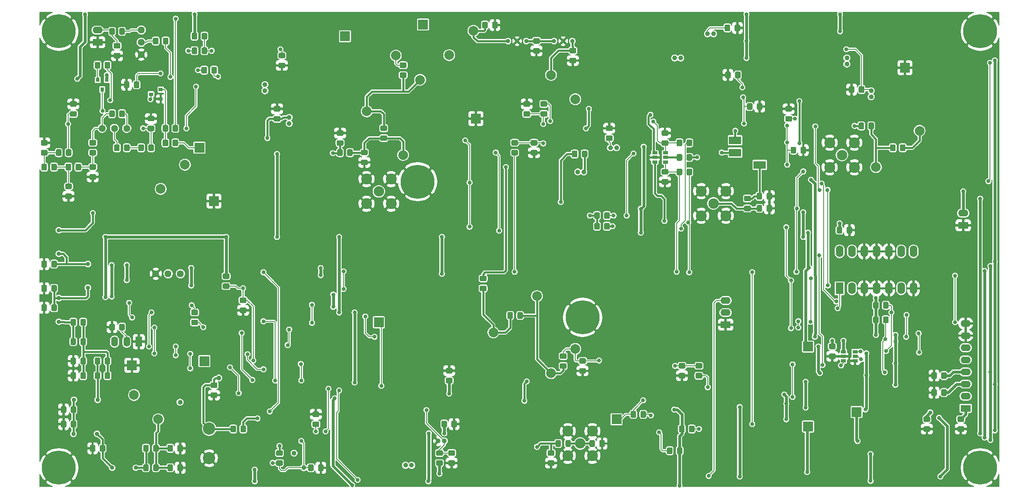
<source format=gbl>
G04 #@! TF.GenerationSoftware,KiCad,Pcbnew,5.1.12-84ad8e8a86~92~ubuntu20.04.1*
G04 #@! TF.CreationDate,2022-01-01T09:02:10-08:00*
G04 #@! TF.ProjectId,trx_mobo_concept_2,7472785f-6d6f-4626-9f5f-636f6e636570,rev?*
G04 #@! TF.SameCoordinates,Original*
G04 #@! TF.FileFunction,Copper,L2,Bot*
G04 #@! TF.FilePolarity,Positive*
%FSLAX46Y46*%
G04 Gerber Fmt 4.6, Leading zero omitted, Abs format (unit mm)*
G04 Created by KiCad (PCBNEW 5.1.12-84ad8e8a86~92~ubuntu20.04.1) date 2022-01-01 09:02:10*
%MOMM*%
%LPD*%
G01*
G04 APERTURE LIST*
G04 #@! TA.AperFunction,ComponentPad*
%ADD10C,0.900000*%
G04 #@! TD*
G04 #@! TA.AperFunction,ComponentPad*
%ADD11C,1.440000*%
G04 #@! TD*
G04 #@! TA.AperFunction,ComponentPad*
%ADD12C,2.000000*%
G04 #@! TD*
G04 #@! TA.AperFunction,ComponentPad*
%ADD13C,0.800000*%
G04 #@! TD*
G04 #@! TA.AperFunction,ComponentPad*
%ADD14C,7.000000*%
G04 #@! TD*
G04 #@! TA.AperFunction,ComponentPad*
%ADD15C,2.540000*%
G04 #@! TD*
G04 #@! TA.AperFunction,ComponentPad*
%ADD16C,2.150000*%
G04 #@! TD*
G04 #@! TA.AperFunction,ComponentPad*
%ADD17C,2.250000*%
G04 #@! TD*
G04 #@! TA.AperFunction,ComponentPad*
%ADD18O,2.100000X1.400000*%
G04 #@! TD*
G04 #@! TA.AperFunction,ComponentPad*
%ADD19R,2.100000X1.400000*%
G04 #@! TD*
G04 #@! TA.AperFunction,ComponentPad*
%ADD20R,1.400000X2.100000*%
G04 #@! TD*
G04 #@! TA.AperFunction,ComponentPad*
%ADD21O,1.400000X2.100000*%
G04 #@! TD*
G04 #@! TA.AperFunction,ComponentPad*
%ADD22C,1.000000*%
G04 #@! TD*
G04 #@! TA.AperFunction,SMDPad,CuDef*
%ADD23R,0.800000X0.900000*%
G04 #@! TD*
G04 #@! TA.AperFunction,SMDPad,CuDef*
%ADD24R,0.900000X0.800000*%
G04 #@! TD*
G04 #@! TA.AperFunction,ComponentPad*
%ADD25R,2.032000X2.032000*%
G04 #@! TD*
G04 #@! TA.AperFunction,SMDPad,CuDef*
%ADD26R,1.000000X0.700000*%
G04 #@! TD*
G04 #@! TA.AperFunction,ComponentPad*
%ADD27R,1.600000X2.400000*%
G04 #@! TD*
G04 #@! TA.AperFunction,ComponentPad*
%ADD28O,1.600000X2.400000*%
G04 #@! TD*
G04 #@! TA.AperFunction,SMDPad,CuDef*
%ADD29R,1.060000X0.650000*%
G04 #@! TD*
G04 #@! TA.AperFunction,SMDPad,CuDef*
%ADD30R,2.540000X1.650000*%
G04 #@! TD*
G04 #@! TA.AperFunction,ViaPad*
%ADD31C,0.800000*%
G04 #@! TD*
G04 #@! TA.AperFunction,Conductor*
%ADD32C,0.200000*%
G04 #@! TD*
G04 #@! TA.AperFunction,Conductor*
%ADD33C,0.600000*%
G04 #@! TD*
G04 #@! TA.AperFunction,Conductor*
%ADD34C,0.400000*%
G04 #@! TD*
G04 #@! TA.AperFunction,Conductor*
%ADD35C,0.150000*%
G04 #@! TD*
G04 #@! TA.AperFunction,Conductor*
%ADD36C,0.254000*%
G04 #@! TD*
G04 APERTURE END LIST*
D10*
X157125000Y-57000000D03*
X160875000Y-57000000D03*
X159000000Y-57000000D03*
X151375000Y-57000000D03*
X147625000Y-57000000D03*
X149500000Y-57000000D03*
D11*
X72000000Y-59800000D03*
X72000000Y-57260000D03*
X72000000Y-54720000D03*
D12*
X161500000Y-120500000D03*
X156500000Y-125500000D03*
D13*
X164856155Y-112143845D03*
X163000000Y-111375000D03*
X161143845Y-112143845D03*
X160375000Y-114000000D03*
X161143845Y-115856155D03*
X163000000Y-116625000D03*
X164856155Y-115856155D03*
X165625000Y-114000000D03*
D14*
X163000000Y-114000000D03*
D13*
X56856155Y-53143845D03*
X55000000Y-52375000D03*
X53143845Y-53143845D03*
X52375000Y-55000000D03*
X53143845Y-56856155D03*
X55000000Y-57625000D03*
X56856155Y-56856155D03*
X57625000Y-55000000D03*
D14*
X55000000Y-55000000D03*
D13*
X246856155Y-53143845D03*
X245000000Y-52375000D03*
X243143845Y-53143845D03*
X242375000Y-55000000D03*
X243143845Y-56856155D03*
X245000000Y-57625000D03*
X246856155Y-56856155D03*
X247625000Y-55000000D03*
D14*
X245000000Y-55000000D03*
D13*
X56856155Y-143143845D03*
X55000000Y-142375000D03*
X53143845Y-143143845D03*
X52375000Y-145000000D03*
X53143845Y-146856155D03*
X55000000Y-147625000D03*
X56856155Y-146856155D03*
X57625000Y-145000000D03*
D14*
X55000000Y-145000000D03*
D13*
X246856155Y-143143845D03*
X245000000Y-142375000D03*
X243143845Y-143143845D03*
X242375000Y-145000000D03*
X243143845Y-146856155D03*
X245000000Y-147625000D03*
X246856155Y-146856155D03*
X247625000Y-145000000D03*
D14*
X245000000Y-145000000D03*
D13*
X130856155Y-84143845D03*
X129000000Y-83375000D03*
X127143845Y-84143845D03*
X126375000Y-86000000D03*
X127143845Y-87856155D03*
X129000000Y-88625000D03*
X130856155Y-87856155D03*
X131625000Y-86000000D03*
D14*
X129000000Y-86000000D03*
G04 #@! TA.AperFunction,SMDPad,CuDef*
G36*
G01*
X68600000Y-115549999D02*
X68600000Y-116450001D01*
G75*
G02*
X68350001Y-116700000I-249999J0D01*
G01*
X67699999Y-116700000D01*
G75*
G02*
X67450000Y-116450001I0J249999D01*
G01*
X67450000Y-115549999D01*
G75*
G02*
X67699999Y-115300000I249999J0D01*
G01*
X68350001Y-115300000D01*
G75*
G02*
X68600000Y-115549999I0J-249999D01*
G01*
G37*
G04 #@! TD.AperFunction*
G04 #@! TA.AperFunction,SMDPad,CuDef*
G36*
G01*
X66550000Y-115549999D02*
X66550000Y-116450001D01*
G75*
G02*
X66300001Y-116700000I-249999J0D01*
G01*
X65649999Y-116700000D01*
G75*
G02*
X65400000Y-116450001I0J249999D01*
G01*
X65400000Y-115549999D01*
G75*
G02*
X65649999Y-115300000I249999J0D01*
G01*
X66300001Y-115300000D01*
G75*
G02*
X66550000Y-115549999I0J-249999D01*
G01*
G37*
G04 #@! TD.AperFunction*
G04 #@! TA.AperFunction,SMDPad,CuDef*
G36*
G01*
X236050000Y-125549999D02*
X236050000Y-126450001D01*
G75*
G02*
X235800001Y-126700000I-249999J0D01*
G01*
X235149999Y-126700000D01*
G75*
G02*
X234900000Y-126450001I0J249999D01*
G01*
X234900000Y-125549999D01*
G75*
G02*
X235149999Y-125300000I249999J0D01*
G01*
X235800001Y-125300000D01*
G75*
G02*
X236050000Y-125549999I0J-249999D01*
G01*
G37*
G04 #@! TD.AperFunction*
G04 #@! TA.AperFunction,SMDPad,CuDef*
G36*
G01*
X238100000Y-125549999D02*
X238100000Y-126450001D01*
G75*
G02*
X237850001Y-126700000I-249999J0D01*
G01*
X237199999Y-126700000D01*
G75*
G02*
X236950000Y-126450001I0J249999D01*
G01*
X236950000Y-125549999D01*
G75*
G02*
X237199999Y-125300000I249999J0D01*
G01*
X237850001Y-125300000D01*
G75*
G02*
X238100000Y-125549999I0J-249999D01*
G01*
G37*
G04 #@! TD.AperFunction*
G04 #@! TA.AperFunction,SMDPad,CuDef*
G36*
G01*
X66549999Y-59450000D02*
X67450001Y-59450000D01*
G75*
G02*
X67700000Y-59699999I0J-249999D01*
G01*
X67700000Y-60350001D01*
G75*
G02*
X67450001Y-60600000I-249999J0D01*
G01*
X66549999Y-60600000D01*
G75*
G02*
X66300000Y-60350001I0J249999D01*
G01*
X66300000Y-59699999D01*
G75*
G02*
X66549999Y-59450000I249999J0D01*
G01*
G37*
G04 #@! TD.AperFunction*
G04 #@! TA.AperFunction,SMDPad,CuDef*
G36*
G01*
X66549999Y-57400000D02*
X67450001Y-57400000D01*
G75*
G02*
X67700000Y-57649999I0J-249999D01*
G01*
X67700000Y-58300001D01*
G75*
G02*
X67450001Y-58550000I-249999J0D01*
G01*
X66549999Y-58550000D01*
G75*
G02*
X66300000Y-58300001I0J249999D01*
G01*
X66300000Y-57649999D01*
G75*
G02*
X66549999Y-57400000I249999J0D01*
G01*
G37*
G04 #@! TD.AperFunction*
G04 #@! TA.AperFunction,SMDPad,CuDef*
G36*
G01*
X236050000Y-129049999D02*
X236050000Y-129950001D01*
G75*
G02*
X235800001Y-130200000I-249999J0D01*
G01*
X235149999Y-130200000D01*
G75*
G02*
X234900000Y-129950001I0J249999D01*
G01*
X234900000Y-129049999D01*
G75*
G02*
X235149999Y-128800000I249999J0D01*
G01*
X235800001Y-128800000D01*
G75*
G02*
X236050000Y-129049999I0J-249999D01*
G01*
G37*
G04 #@! TD.AperFunction*
G04 #@! TA.AperFunction,SMDPad,CuDef*
G36*
G01*
X238100000Y-129049999D02*
X238100000Y-129950001D01*
G75*
G02*
X237850001Y-130200000I-249999J0D01*
G01*
X237199999Y-130200000D01*
G75*
G02*
X236950000Y-129950001I0J249999D01*
G01*
X236950000Y-129049999D01*
G75*
G02*
X237199999Y-128800000I249999J0D01*
G01*
X237850001Y-128800000D01*
G75*
G02*
X238100000Y-129049999I0J-249999D01*
G01*
G37*
G04 #@! TD.AperFunction*
G04 #@! TA.AperFunction,SMDPad,CuDef*
G36*
G01*
X240549999Y-134400000D02*
X241450001Y-134400000D01*
G75*
G02*
X241700000Y-134649999I0J-249999D01*
G01*
X241700000Y-135300001D01*
G75*
G02*
X241450001Y-135550000I-249999J0D01*
G01*
X240549999Y-135550000D01*
G75*
G02*
X240300000Y-135300001I0J249999D01*
G01*
X240300000Y-134649999D01*
G75*
G02*
X240549999Y-134400000I249999J0D01*
G01*
G37*
G04 #@! TD.AperFunction*
G04 #@! TA.AperFunction,SMDPad,CuDef*
G36*
G01*
X240549999Y-136450000D02*
X241450001Y-136450000D01*
G75*
G02*
X241700000Y-136699999I0J-249999D01*
G01*
X241700000Y-137350001D01*
G75*
G02*
X241450001Y-137600000I-249999J0D01*
G01*
X240549999Y-137600000D01*
G75*
G02*
X240300000Y-137350001I0J249999D01*
G01*
X240300000Y-136699999D01*
G75*
G02*
X240549999Y-136450000I249999J0D01*
G01*
G37*
G04 #@! TD.AperFunction*
G04 #@! TA.AperFunction,SMDPad,CuDef*
G36*
G01*
X233549999Y-136450000D02*
X234450001Y-136450000D01*
G75*
G02*
X234700000Y-136699999I0J-249999D01*
G01*
X234700000Y-137350001D01*
G75*
G02*
X234450001Y-137600000I-249999J0D01*
G01*
X233549999Y-137600000D01*
G75*
G02*
X233300000Y-137350001I0J249999D01*
G01*
X233300000Y-136699999D01*
G75*
G02*
X233549999Y-136450000I249999J0D01*
G01*
G37*
G04 #@! TD.AperFunction*
G04 #@! TA.AperFunction,SMDPad,CuDef*
G36*
G01*
X233549999Y-134400000D02*
X234450001Y-134400000D01*
G75*
G02*
X234700000Y-134649999I0J-249999D01*
G01*
X234700000Y-135300001D01*
G75*
G02*
X234450001Y-135550000I-249999J0D01*
G01*
X233549999Y-135550000D01*
G75*
G02*
X233300000Y-135300001I0J249999D01*
G01*
X233300000Y-134649999D01*
G75*
G02*
X233549999Y-134400000I249999J0D01*
G01*
G37*
G04 #@! TD.AperFunction*
G04 #@! TA.AperFunction,SMDPad,CuDef*
G36*
G01*
X214049999Y-121450000D02*
X214950001Y-121450000D01*
G75*
G02*
X215200000Y-121699999I0J-249999D01*
G01*
X215200000Y-122350001D01*
G75*
G02*
X214950001Y-122600000I-249999J0D01*
G01*
X214049999Y-122600000D01*
G75*
G02*
X213800000Y-122350001I0J249999D01*
G01*
X213800000Y-121699999D01*
G75*
G02*
X214049999Y-121450000I249999J0D01*
G01*
G37*
G04 #@! TD.AperFunction*
G04 #@! TA.AperFunction,SMDPad,CuDef*
G36*
G01*
X214049999Y-119400000D02*
X214950001Y-119400000D01*
G75*
G02*
X215200000Y-119649999I0J-249999D01*
G01*
X215200000Y-120300001D01*
G75*
G02*
X214950001Y-120550000I-249999J0D01*
G01*
X214049999Y-120550000D01*
G75*
G02*
X213800000Y-120300001I0J249999D01*
G01*
X213800000Y-119649999D01*
G75*
G02*
X214049999Y-119400000I249999J0D01*
G01*
G37*
G04 #@! TD.AperFunction*
G04 #@! TA.AperFunction,SMDPad,CuDef*
G36*
G01*
X58550000Y-114549999D02*
X58550000Y-115450001D01*
G75*
G02*
X58300001Y-115700000I-249999J0D01*
G01*
X57649999Y-115700000D01*
G75*
G02*
X57400000Y-115450001I0J249999D01*
G01*
X57400000Y-114549999D01*
G75*
G02*
X57649999Y-114300000I249999J0D01*
G01*
X58300001Y-114300000D01*
G75*
G02*
X58550000Y-114549999I0J-249999D01*
G01*
G37*
G04 #@! TD.AperFunction*
G04 #@! TA.AperFunction,SMDPad,CuDef*
G36*
G01*
X60600000Y-114549999D02*
X60600000Y-115450001D01*
G75*
G02*
X60350001Y-115700000I-249999J0D01*
G01*
X59699999Y-115700000D01*
G75*
G02*
X59450000Y-115450001I0J249999D01*
G01*
X59450000Y-114549999D01*
G75*
G02*
X59699999Y-114300000I249999J0D01*
G01*
X60350001Y-114300000D01*
G75*
G02*
X60600000Y-114549999I0J-249999D01*
G01*
G37*
G04 #@! TD.AperFunction*
G04 #@! TA.AperFunction,SMDPad,CuDef*
G36*
G01*
X62400000Y-126450001D02*
X62400000Y-125549999D01*
G75*
G02*
X62649999Y-125300000I249999J0D01*
G01*
X63300001Y-125300000D01*
G75*
G02*
X63550000Y-125549999I0J-249999D01*
G01*
X63550000Y-126450001D01*
G75*
G02*
X63300001Y-126700000I-249999J0D01*
G01*
X62649999Y-126700000D01*
G75*
G02*
X62400000Y-126450001I0J249999D01*
G01*
G37*
G04 #@! TD.AperFunction*
G04 #@! TA.AperFunction,SMDPad,CuDef*
G36*
G01*
X64450000Y-126450001D02*
X64450000Y-125549999D01*
G75*
G02*
X64699999Y-125300000I249999J0D01*
G01*
X65350001Y-125300000D01*
G75*
G02*
X65600000Y-125549999I0J-249999D01*
G01*
X65600000Y-126450001D01*
G75*
G02*
X65350001Y-126700000I-249999J0D01*
G01*
X64699999Y-126700000D01*
G75*
G02*
X64450000Y-126450001I0J249999D01*
G01*
G37*
G04 #@! TD.AperFunction*
G04 #@! TA.AperFunction,SMDPad,CuDef*
G36*
G01*
X58550000Y-118549999D02*
X58550000Y-119450001D01*
G75*
G02*
X58300001Y-119700000I-249999J0D01*
G01*
X57649999Y-119700000D01*
G75*
G02*
X57400000Y-119450001I0J249999D01*
G01*
X57400000Y-118549999D01*
G75*
G02*
X57649999Y-118300000I249999J0D01*
G01*
X58300001Y-118300000D01*
G75*
G02*
X58550000Y-118549999I0J-249999D01*
G01*
G37*
G04 #@! TD.AperFunction*
G04 #@! TA.AperFunction,SMDPad,CuDef*
G36*
G01*
X60600000Y-118549999D02*
X60600000Y-119450001D01*
G75*
G02*
X60350001Y-119700000I-249999J0D01*
G01*
X59699999Y-119700000D01*
G75*
G02*
X59450000Y-119450001I0J249999D01*
G01*
X59450000Y-118549999D01*
G75*
G02*
X59699999Y-118300000I249999J0D01*
G01*
X60350001Y-118300000D01*
G75*
G02*
X60600000Y-118549999I0J-249999D01*
G01*
G37*
G04 #@! TD.AperFunction*
G04 #@! TA.AperFunction,SMDPad,CuDef*
G36*
G01*
X62400000Y-123450001D02*
X62400000Y-122549999D01*
G75*
G02*
X62649999Y-122300000I249999J0D01*
G01*
X63300001Y-122300000D01*
G75*
G02*
X63550000Y-122549999I0J-249999D01*
G01*
X63550000Y-123450001D01*
G75*
G02*
X63300001Y-123700000I-249999J0D01*
G01*
X62649999Y-123700000D01*
G75*
G02*
X62400000Y-123450001I0J249999D01*
G01*
G37*
G04 #@! TD.AperFunction*
G04 #@! TA.AperFunction,SMDPad,CuDef*
G36*
G01*
X64450000Y-123450001D02*
X64450000Y-122549999D01*
G75*
G02*
X64699999Y-122300000I249999J0D01*
G01*
X65350001Y-122300000D01*
G75*
G02*
X65600000Y-122549999I0J-249999D01*
G01*
X65600000Y-123450001D01*
G75*
G02*
X65350001Y-123700000I-249999J0D01*
G01*
X64699999Y-123700000D01*
G75*
G02*
X64450000Y-123450001I0J249999D01*
G01*
G37*
G04 #@! TD.AperFunction*
G04 #@! TA.AperFunction,SMDPad,CuDef*
G36*
G01*
X54600000Y-102549999D02*
X54600000Y-103450001D01*
G75*
G02*
X54350001Y-103700000I-249999J0D01*
G01*
X53699999Y-103700000D01*
G75*
G02*
X53450000Y-103450001I0J249999D01*
G01*
X53450000Y-102549999D01*
G75*
G02*
X53699999Y-102300000I249999J0D01*
G01*
X54350001Y-102300000D01*
G75*
G02*
X54600000Y-102549999I0J-249999D01*
G01*
G37*
G04 #@! TD.AperFunction*
G04 #@! TA.AperFunction,SMDPad,CuDef*
G36*
G01*
X52550000Y-102549999D02*
X52550000Y-103450001D01*
G75*
G02*
X52300001Y-103700000I-249999J0D01*
G01*
X51649999Y-103700000D01*
G75*
G02*
X51400000Y-103450001I0J249999D01*
G01*
X51400000Y-102549999D01*
G75*
G02*
X51649999Y-102300000I249999J0D01*
G01*
X52300001Y-102300000D01*
G75*
G02*
X52550000Y-102549999I0J-249999D01*
G01*
G37*
G04 #@! TD.AperFunction*
G04 #@! TA.AperFunction,SMDPad,CuDef*
G36*
G01*
X52550000Y-111549999D02*
X52550000Y-112450001D01*
G75*
G02*
X52300001Y-112700000I-249999J0D01*
G01*
X51649999Y-112700000D01*
G75*
G02*
X51400000Y-112450001I0J249999D01*
G01*
X51400000Y-111549999D01*
G75*
G02*
X51649999Y-111300000I249999J0D01*
G01*
X52300001Y-111300000D01*
G75*
G02*
X52550000Y-111549999I0J-249999D01*
G01*
G37*
G04 #@! TD.AperFunction*
G04 #@! TA.AperFunction,SMDPad,CuDef*
G36*
G01*
X54600000Y-111549999D02*
X54600000Y-112450001D01*
G75*
G02*
X54350001Y-112700000I-249999J0D01*
G01*
X53699999Y-112700000D01*
G75*
G02*
X53450000Y-112450001I0J249999D01*
G01*
X53450000Y-111549999D01*
G75*
G02*
X53699999Y-111300000I249999J0D01*
G01*
X54350001Y-111300000D01*
G75*
G02*
X54600000Y-111549999I0J-249999D01*
G01*
G37*
G04 #@! TD.AperFunction*
G04 #@! TA.AperFunction,SMDPad,CuDef*
G36*
G01*
X54600000Y-107549999D02*
X54600000Y-108450001D01*
G75*
G02*
X54350001Y-108700000I-249999J0D01*
G01*
X53699999Y-108700000D01*
G75*
G02*
X53450000Y-108450001I0J249999D01*
G01*
X53450000Y-107549999D01*
G75*
G02*
X53699999Y-107300000I249999J0D01*
G01*
X54350001Y-107300000D01*
G75*
G02*
X54600000Y-107549999I0J-249999D01*
G01*
G37*
G04 #@! TD.AperFunction*
G04 #@! TA.AperFunction,SMDPad,CuDef*
G36*
G01*
X52550000Y-107549999D02*
X52550000Y-108450001D01*
G75*
G02*
X52300001Y-108700000I-249999J0D01*
G01*
X51649999Y-108700000D01*
G75*
G02*
X51400000Y-108450001I0J249999D01*
G01*
X51400000Y-107549999D01*
G75*
G02*
X51649999Y-107300000I249999J0D01*
G01*
X52300001Y-107300000D01*
G75*
G02*
X52550000Y-107549999I0J-249999D01*
G01*
G37*
G04 #@! TD.AperFunction*
G04 #@! TA.AperFunction,SMDPad,CuDef*
G36*
G01*
X56550000Y-132549999D02*
X56550000Y-133450001D01*
G75*
G02*
X56300001Y-133700000I-249999J0D01*
G01*
X55649999Y-133700000D01*
G75*
G02*
X55400000Y-133450001I0J249999D01*
G01*
X55400000Y-132549999D01*
G75*
G02*
X55649999Y-132300000I249999J0D01*
G01*
X56300001Y-132300000D01*
G75*
G02*
X56550000Y-132549999I0J-249999D01*
G01*
G37*
G04 #@! TD.AperFunction*
G04 #@! TA.AperFunction,SMDPad,CuDef*
G36*
G01*
X58600000Y-132549999D02*
X58600000Y-133450001D01*
G75*
G02*
X58350001Y-133700000I-249999J0D01*
G01*
X57699999Y-133700000D01*
G75*
G02*
X57450000Y-133450001I0J249999D01*
G01*
X57450000Y-132549999D01*
G75*
G02*
X57699999Y-132300000I249999J0D01*
G01*
X58350001Y-132300000D01*
G75*
G02*
X58600000Y-132549999I0J-249999D01*
G01*
G37*
G04 #@! TD.AperFunction*
G04 #@! TA.AperFunction,SMDPad,CuDef*
G36*
G01*
X56550000Y-135549999D02*
X56550000Y-136450001D01*
G75*
G02*
X56300001Y-136700000I-249999J0D01*
G01*
X55649999Y-136700000D01*
G75*
G02*
X55400000Y-136450001I0J249999D01*
G01*
X55400000Y-135549999D01*
G75*
G02*
X55649999Y-135300000I249999J0D01*
G01*
X56300001Y-135300000D01*
G75*
G02*
X56550000Y-135549999I0J-249999D01*
G01*
G37*
G04 #@! TD.AperFunction*
G04 #@! TA.AperFunction,SMDPad,CuDef*
G36*
G01*
X58600000Y-135549999D02*
X58600000Y-136450001D01*
G75*
G02*
X58350001Y-136700000I-249999J0D01*
G01*
X57699999Y-136700000D01*
G75*
G02*
X57450000Y-136450001I0J249999D01*
G01*
X57450000Y-135549999D01*
G75*
G02*
X57699999Y-135300000I249999J0D01*
G01*
X58350001Y-135300000D01*
G75*
G02*
X58600000Y-135549999I0J-249999D01*
G01*
G37*
G04 #@! TD.AperFunction*
G04 #@! TA.AperFunction,SMDPad,CuDef*
G36*
G01*
X62550000Y-140549999D02*
X62550000Y-141450001D01*
G75*
G02*
X62300001Y-141700000I-249999J0D01*
G01*
X61649999Y-141700000D01*
G75*
G02*
X61400000Y-141450001I0J249999D01*
G01*
X61400000Y-140549999D01*
G75*
G02*
X61649999Y-140300000I249999J0D01*
G01*
X62300001Y-140300000D01*
G75*
G02*
X62550000Y-140549999I0J-249999D01*
G01*
G37*
G04 #@! TD.AperFunction*
G04 #@! TA.AperFunction,SMDPad,CuDef*
G36*
G01*
X64600000Y-140549999D02*
X64600000Y-141450001D01*
G75*
G02*
X64350001Y-141700000I-249999J0D01*
G01*
X63699999Y-141700000D01*
G75*
G02*
X63450000Y-141450001I0J249999D01*
G01*
X63450000Y-140549999D01*
G75*
G02*
X63699999Y-140300000I249999J0D01*
G01*
X64350001Y-140300000D01*
G75*
G02*
X64600000Y-140549999I0J-249999D01*
G01*
G37*
G04 #@! TD.AperFunction*
G04 #@! TA.AperFunction,SMDPad,CuDef*
G36*
G01*
X58550000Y-122549999D02*
X58550000Y-123450001D01*
G75*
G02*
X58300001Y-123700000I-249999J0D01*
G01*
X57649999Y-123700000D01*
G75*
G02*
X57400000Y-123450001I0J249999D01*
G01*
X57400000Y-122549999D01*
G75*
G02*
X57649999Y-122300000I249999J0D01*
G01*
X58300001Y-122300000D01*
G75*
G02*
X58550000Y-122549999I0J-249999D01*
G01*
G37*
G04 #@! TD.AperFunction*
G04 #@! TA.AperFunction,SMDPad,CuDef*
G36*
G01*
X60600000Y-122549999D02*
X60600000Y-123450001D01*
G75*
G02*
X60350001Y-123700000I-249999J0D01*
G01*
X59699999Y-123700000D01*
G75*
G02*
X59450000Y-123450001I0J249999D01*
G01*
X59450000Y-122549999D01*
G75*
G02*
X59699999Y-122300000I249999J0D01*
G01*
X60350001Y-122300000D01*
G75*
G02*
X60600000Y-122549999I0J-249999D01*
G01*
G37*
G04 #@! TD.AperFunction*
G04 #@! TA.AperFunction,SMDPad,CuDef*
G36*
G01*
X60600000Y-125549999D02*
X60600000Y-126450001D01*
G75*
G02*
X60350001Y-126700000I-249999J0D01*
G01*
X59699999Y-126700000D01*
G75*
G02*
X59450000Y-126450001I0J249999D01*
G01*
X59450000Y-125549999D01*
G75*
G02*
X59699999Y-125300000I249999J0D01*
G01*
X60350001Y-125300000D01*
G75*
G02*
X60600000Y-125549999I0J-249999D01*
G01*
G37*
G04 #@! TD.AperFunction*
G04 #@! TA.AperFunction,SMDPad,CuDef*
G36*
G01*
X58550000Y-125549999D02*
X58550000Y-126450001D01*
G75*
G02*
X58300001Y-126700000I-249999J0D01*
G01*
X57649999Y-126700000D01*
G75*
G02*
X57400000Y-126450001I0J249999D01*
G01*
X57400000Y-125549999D01*
G75*
G02*
X57649999Y-125300000I249999J0D01*
G01*
X58300001Y-125300000D01*
G75*
G02*
X58550000Y-125549999I0J-249999D01*
G01*
G37*
G04 #@! TD.AperFunction*
G04 #@! TA.AperFunction,SMDPad,CuDef*
G36*
G01*
X74450000Y-145450001D02*
X74450000Y-144549999D01*
G75*
G02*
X74699999Y-144300000I249999J0D01*
G01*
X75350001Y-144300000D01*
G75*
G02*
X75600000Y-144549999I0J-249999D01*
G01*
X75600000Y-145450001D01*
G75*
G02*
X75350001Y-145700000I-249999J0D01*
G01*
X74699999Y-145700000D01*
G75*
G02*
X74450000Y-145450001I0J249999D01*
G01*
G37*
G04 #@! TD.AperFunction*
G04 #@! TA.AperFunction,SMDPad,CuDef*
G36*
G01*
X72400000Y-145450001D02*
X72400000Y-144549999D01*
G75*
G02*
X72649999Y-144300000I249999J0D01*
G01*
X73300001Y-144300000D01*
G75*
G02*
X73550000Y-144549999I0J-249999D01*
G01*
X73550000Y-145450001D01*
G75*
G02*
X73300001Y-145700000I-249999J0D01*
G01*
X72649999Y-145700000D01*
G75*
G02*
X72400000Y-145450001I0J249999D01*
G01*
G37*
G04 #@! TD.AperFunction*
G04 #@! TA.AperFunction,SMDPad,CuDef*
G36*
G01*
X72400000Y-141450001D02*
X72400000Y-140549999D01*
G75*
G02*
X72649999Y-140300000I249999J0D01*
G01*
X73300001Y-140300000D01*
G75*
G02*
X73550000Y-140549999I0J-249999D01*
G01*
X73550000Y-141450001D01*
G75*
G02*
X73300001Y-141700000I-249999J0D01*
G01*
X72649999Y-141700000D01*
G75*
G02*
X72400000Y-141450001I0J249999D01*
G01*
G37*
G04 #@! TD.AperFunction*
G04 #@! TA.AperFunction,SMDPad,CuDef*
G36*
G01*
X74450000Y-141450001D02*
X74450000Y-140549999D01*
G75*
G02*
X74699999Y-140300000I249999J0D01*
G01*
X75350001Y-140300000D01*
G75*
G02*
X75600000Y-140549999I0J-249999D01*
G01*
X75600000Y-141450001D01*
G75*
G02*
X75350001Y-141700000I-249999J0D01*
G01*
X74699999Y-141700000D01*
G75*
G02*
X74450000Y-141450001I0J249999D01*
G01*
G37*
G04 #@! TD.AperFunction*
G04 #@! TA.AperFunction,SMDPad,CuDef*
G36*
G01*
X77400000Y-145450001D02*
X77400000Y-144549999D01*
G75*
G02*
X77649999Y-144300000I249999J0D01*
G01*
X78300001Y-144300000D01*
G75*
G02*
X78550000Y-144549999I0J-249999D01*
G01*
X78550000Y-145450001D01*
G75*
G02*
X78300001Y-145700000I-249999J0D01*
G01*
X77649999Y-145700000D01*
G75*
G02*
X77400000Y-145450001I0J249999D01*
G01*
G37*
G04 #@! TD.AperFunction*
G04 #@! TA.AperFunction,SMDPad,CuDef*
G36*
G01*
X79450000Y-145450001D02*
X79450000Y-144549999D01*
G75*
G02*
X79699999Y-144300000I249999J0D01*
G01*
X80350001Y-144300000D01*
G75*
G02*
X80600000Y-144549999I0J-249999D01*
G01*
X80600000Y-145450001D01*
G75*
G02*
X80350001Y-145700000I-249999J0D01*
G01*
X79699999Y-145700000D01*
G75*
G02*
X79450000Y-145450001I0J249999D01*
G01*
G37*
G04 #@! TD.AperFunction*
G04 #@! TA.AperFunction,SMDPad,CuDef*
G36*
G01*
X79450000Y-141450001D02*
X79450000Y-140549999D01*
G75*
G02*
X79699999Y-140300000I249999J0D01*
G01*
X80350001Y-140300000D01*
G75*
G02*
X80600000Y-140549999I0J-249999D01*
G01*
X80600000Y-141450001D01*
G75*
G02*
X80350001Y-141700000I-249999J0D01*
G01*
X79699999Y-141700000D01*
G75*
G02*
X79450000Y-141450001I0J249999D01*
G01*
G37*
G04 #@! TD.AperFunction*
G04 #@! TA.AperFunction,SMDPad,CuDef*
G36*
G01*
X77400000Y-141450001D02*
X77400000Y-140549999D01*
G75*
G02*
X77649999Y-140300000I249999J0D01*
G01*
X78300001Y-140300000D01*
G75*
G02*
X78550000Y-140549999I0J-249999D01*
G01*
X78550000Y-141450001D01*
G75*
G02*
X78300001Y-141700000I-249999J0D01*
G01*
X77649999Y-141700000D01*
G75*
G02*
X77400000Y-141450001I0J249999D01*
G01*
G37*
G04 #@! TD.AperFunction*
G04 #@! TA.AperFunction,SMDPad,CuDef*
G36*
G01*
X100450001Y-71550000D02*
X99549999Y-71550000D01*
G75*
G02*
X99300000Y-71300001I0J249999D01*
G01*
X99300000Y-70649999D01*
G75*
G02*
X99549999Y-70400000I249999J0D01*
G01*
X100450001Y-70400000D01*
G75*
G02*
X100700000Y-70649999I0J-249999D01*
G01*
X100700000Y-71300001D01*
G75*
G02*
X100450001Y-71550000I-249999J0D01*
G01*
G37*
G04 #@! TD.AperFunction*
G04 #@! TA.AperFunction,SMDPad,CuDef*
G36*
G01*
X100450001Y-73600000D02*
X99549999Y-73600000D01*
G75*
G02*
X99300000Y-73350001I0J249999D01*
G01*
X99300000Y-72699999D01*
G75*
G02*
X99549999Y-72450000I249999J0D01*
G01*
X100450001Y-72450000D01*
G75*
G02*
X100700000Y-72699999I0J-249999D01*
G01*
X100700000Y-73350001D01*
G75*
G02*
X100450001Y-73600000I-249999J0D01*
G01*
G37*
G04 #@! TD.AperFunction*
G04 #@! TA.AperFunction,SMDPad,CuDef*
G36*
G01*
X108450000Y-145450001D02*
X108450000Y-144549999D01*
G75*
G02*
X108699999Y-144300000I249999J0D01*
G01*
X109350001Y-144300000D01*
G75*
G02*
X109600000Y-144549999I0J-249999D01*
G01*
X109600000Y-145450001D01*
G75*
G02*
X109350001Y-145700000I-249999J0D01*
G01*
X108699999Y-145700000D01*
G75*
G02*
X108450000Y-145450001I0J249999D01*
G01*
G37*
G04 #@! TD.AperFunction*
G04 #@! TA.AperFunction,SMDPad,CuDef*
G36*
G01*
X106400000Y-145450001D02*
X106400000Y-144549999D01*
G75*
G02*
X106649999Y-144300000I249999J0D01*
G01*
X107300001Y-144300000D01*
G75*
G02*
X107550000Y-144549999I0J-249999D01*
G01*
X107550000Y-145450001D01*
G75*
G02*
X107300001Y-145700000I-249999J0D01*
G01*
X106649999Y-145700000D01*
G75*
G02*
X106400000Y-145450001I0J249999D01*
G01*
G37*
G04 #@! TD.AperFunction*
G04 #@! TA.AperFunction,SMDPad,CuDef*
G36*
G01*
X135549999Y-141400000D02*
X136450001Y-141400000D01*
G75*
G02*
X136700000Y-141649999I0J-249999D01*
G01*
X136700000Y-142300001D01*
G75*
G02*
X136450001Y-142550000I-249999J0D01*
G01*
X135549999Y-142550000D01*
G75*
G02*
X135300000Y-142300001I0J249999D01*
G01*
X135300000Y-141649999D01*
G75*
G02*
X135549999Y-141400000I249999J0D01*
G01*
G37*
G04 #@! TD.AperFunction*
G04 #@! TA.AperFunction,SMDPad,CuDef*
G36*
G01*
X135549999Y-143450000D02*
X136450001Y-143450000D01*
G75*
G02*
X136700000Y-143699999I0J-249999D01*
G01*
X136700000Y-144350001D01*
G75*
G02*
X136450001Y-144600000I-249999J0D01*
G01*
X135549999Y-144600000D01*
G75*
G02*
X135300000Y-144350001I0J249999D01*
G01*
X135300000Y-143699999D01*
G75*
G02*
X135549999Y-143450000I249999J0D01*
G01*
G37*
G04 #@! TD.AperFunction*
G04 #@! TA.AperFunction,SMDPad,CuDef*
G36*
G01*
X93600000Y-136549999D02*
X93600000Y-137450001D01*
G75*
G02*
X93350001Y-137700000I-249999J0D01*
G01*
X92699999Y-137700000D01*
G75*
G02*
X92450000Y-137450001I0J249999D01*
G01*
X92450000Y-136549999D01*
G75*
G02*
X92699999Y-136300000I249999J0D01*
G01*
X93350001Y-136300000D01*
G75*
G02*
X93600000Y-136549999I0J-249999D01*
G01*
G37*
G04 #@! TD.AperFunction*
G04 #@! TA.AperFunction,SMDPad,CuDef*
G36*
G01*
X91550000Y-136549999D02*
X91550000Y-137450001D01*
G75*
G02*
X91300001Y-137700000I-249999J0D01*
G01*
X90649999Y-137700000D01*
G75*
G02*
X90400000Y-137450001I0J249999D01*
G01*
X90400000Y-136549999D01*
G75*
G02*
X90649999Y-136300000I249999J0D01*
G01*
X91300001Y-136300000D01*
G75*
G02*
X91550000Y-136549999I0J-249999D01*
G01*
G37*
G04 #@! TD.AperFunction*
D15*
X86000000Y-136952000D03*
X86000000Y-143048000D03*
G04 #@! TA.AperFunction,SMDPad,CuDef*
G36*
G01*
X133900000Y-136450001D02*
X133900000Y-135549999D01*
G75*
G02*
X134149999Y-135300000I249999J0D01*
G01*
X134800001Y-135300000D01*
G75*
G02*
X135050000Y-135549999I0J-249999D01*
G01*
X135050000Y-136450001D01*
G75*
G02*
X134800001Y-136700000I-249999J0D01*
G01*
X134149999Y-136700000D01*
G75*
G02*
X133900000Y-136450001I0J249999D01*
G01*
G37*
G04 #@! TD.AperFunction*
G04 #@! TA.AperFunction,SMDPad,CuDef*
G36*
G01*
X135950000Y-136450001D02*
X135950000Y-135549999D01*
G75*
G02*
X136199999Y-135300000I249999J0D01*
G01*
X136850001Y-135300000D01*
G75*
G02*
X137100000Y-135549999I0J-249999D01*
G01*
X137100000Y-136450001D01*
G75*
G02*
X136850001Y-136700000I-249999J0D01*
G01*
X136199999Y-136700000D01*
G75*
G02*
X135950000Y-136450001I0J249999D01*
G01*
G37*
G04 #@! TD.AperFunction*
G04 #@! TA.AperFunction,SMDPad,CuDef*
G36*
G01*
X108450001Y-134550000D02*
X107549999Y-134550000D01*
G75*
G02*
X107300000Y-134300001I0J249999D01*
G01*
X107300000Y-133649999D01*
G75*
G02*
X107549999Y-133400000I249999J0D01*
G01*
X108450001Y-133400000D01*
G75*
G02*
X108700000Y-133649999I0J-249999D01*
G01*
X108700000Y-134300001D01*
G75*
G02*
X108450001Y-134550000I-249999J0D01*
G01*
G37*
G04 #@! TD.AperFunction*
G04 #@! TA.AperFunction,SMDPad,CuDef*
G36*
G01*
X108450001Y-136600000D02*
X107549999Y-136600000D01*
G75*
G02*
X107300000Y-136350001I0J249999D01*
G01*
X107300000Y-135699999D01*
G75*
G02*
X107549999Y-135450000I249999J0D01*
G01*
X108450001Y-135450000D01*
G75*
G02*
X108700000Y-135699999I0J-249999D01*
G01*
X108700000Y-136350001D01*
G75*
G02*
X108450001Y-136600000I-249999J0D01*
G01*
G37*
G04 #@! TD.AperFunction*
G04 #@! TA.AperFunction,SMDPad,CuDef*
G36*
G01*
X135950001Y-127600000D02*
X135049999Y-127600000D01*
G75*
G02*
X134800000Y-127350001I0J249999D01*
G01*
X134800000Y-126699999D01*
G75*
G02*
X135049999Y-126450000I249999J0D01*
G01*
X135950001Y-126450000D01*
G75*
G02*
X136200000Y-126699999I0J-249999D01*
G01*
X136200000Y-127350001D01*
G75*
G02*
X135950001Y-127600000I-249999J0D01*
G01*
G37*
G04 #@! TD.AperFunction*
G04 #@! TA.AperFunction,SMDPad,CuDef*
G36*
G01*
X135950001Y-125550000D02*
X135049999Y-125550000D01*
G75*
G02*
X134800000Y-125300001I0J249999D01*
G01*
X134800000Y-124649999D01*
G75*
G02*
X135049999Y-124400000I249999J0D01*
G01*
X135950001Y-124400000D01*
G75*
G02*
X136200000Y-124649999I0J-249999D01*
G01*
X136200000Y-125300001D01*
G75*
G02*
X135950001Y-125550000I-249999J0D01*
G01*
G37*
G04 #@! TD.AperFunction*
G04 #@! TA.AperFunction,SMDPad,CuDef*
G36*
G01*
X215400000Y-96450001D02*
X215400000Y-95549999D01*
G75*
G02*
X215649999Y-95300000I249999J0D01*
G01*
X216300001Y-95300000D01*
G75*
G02*
X216550000Y-95549999I0J-249999D01*
G01*
X216550000Y-96450001D01*
G75*
G02*
X216300001Y-96700000I-249999J0D01*
G01*
X215649999Y-96700000D01*
G75*
G02*
X215400000Y-96450001I0J249999D01*
G01*
G37*
G04 #@! TD.AperFunction*
G04 #@! TA.AperFunction,SMDPad,CuDef*
G36*
G01*
X217450000Y-96450001D02*
X217450000Y-95549999D01*
G75*
G02*
X217699999Y-95300000I249999J0D01*
G01*
X218350001Y-95300000D01*
G75*
G02*
X218600000Y-95549999I0J-249999D01*
G01*
X218600000Y-96450001D01*
G75*
G02*
X218350001Y-96700000I-249999J0D01*
G01*
X217699999Y-96700000D01*
G75*
G02*
X217450000Y-96450001I0J249999D01*
G01*
G37*
G04 #@! TD.AperFunction*
G04 #@! TA.AperFunction,SMDPad,CuDef*
G36*
G01*
X147500000Y-114050001D02*
X147500000Y-113149999D01*
G75*
G02*
X147749999Y-112900000I249999J0D01*
G01*
X148400001Y-112900000D01*
G75*
G02*
X148650000Y-113149999I0J-249999D01*
G01*
X148650000Y-114050001D01*
G75*
G02*
X148400001Y-114300000I-249999J0D01*
G01*
X147749999Y-114300000D01*
G75*
G02*
X147500000Y-114050001I0J249999D01*
G01*
G37*
G04 #@! TD.AperFunction*
G04 #@! TA.AperFunction,SMDPad,CuDef*
G36*
G01*
X149550000Y-114050001D02*
X149550000Y-113149999D01*
G75*
G02*
X149799999Y-112900000I249999J0D01*
G01*
X150450001Y-112900000D01*
G75*
G02*
X150700000Y-113149999I0J-249999D01*
G01*
X150700000Y-114050001D01*
G75*
G02*
X150450001Y-114300000I-249999J0D01*
G01*
X149799999Y-114300000D01*
G75*
G02*
X149550000Y-114050001I0J249999D01*
G01*
G37*
G04 #@! TD.AperFunction*
G04 #@! TA.AperFunction,SMDPad,CuDef*
G36*
G01*
X162549999Y-124450000D02*
X163450001Y-124450000D01*
G75*
G02*
X163700000Y-124699999I0J-249999D01*
G01*
X163700000Y-125350001D01*
G75*
G02*
X163450001Y-125600000I-249999J0D01*
G01*
X162549999Y-125600000D01*
G75*
G02*
X162300000Y-125350001I0J249999D01*
G01*
X162300000Y-124699999D01*
G75*
G02*
X162549999Y-124450000I249999J0D01*
G01*
G37*
G04 #@! TD.AperFunction*
G04 #@! TA.AperFunction,SMDPad,CuDef*
G36*
G01*
X162549999Y-122400000D02*
X163450001Y-122400000D01*
G75*
G02*
X163700000Y-122649999I0J-249999D01*
G01*
X163700000Y-123300001D01*
G75*
G02*
X163450001Y-123550000I-249999J0D01*
G01*
X162549999Y-123550000D01*
G75*
G02*
X162300000Y-123300001I0J249999D01*
G01*
X162300000Y-122649999D01*
G75*
G02*
X162549999Y-122400000I249999J0D01*
G01*
G37*
G04 #@! TD.AperFunction*
G04 #@! TA.AperFunction,SMDPad,CuDef*
G36*
G01*
X142049999Y-107450000D02*
X142950001Y-107450000D01*
G75*
G02*
X143200000Y-107699999I0J-249999D01*
G01*
X143200000Y-108350001D01*
G75*
G02*
X142950001Y-108600000I-249999J0D01*
G01*
X142049999Y-108600000D01*
G75*
G02*
X141800000Y-108350001I0J249999D01*
G01*
X141800000Y-107699999D01*
G75*
G02*
X142049999Y-107450000I249999J0D01*
G01*
G37*
G04 #@! TD.AperFunction*
G04 #@! TA.AperFunction,SMDPad,CuDef*
G36*
G01*
X142049999Y-105400000D02*
X142950001Y-105400000D01*
G75*
G02*
X143200000Y-105649999I0J-249999D01*
G01*
X143200000Y-106300001D01*
G75*
G02*
X142950001Y-106550000I-249999J0D01*
G01*
X142049999Y-106550000D01*
G75*
G02*
X141800000Y-106300001I0J249999D01*
G01*
X141800000Y-105649999D01*
G75*
G02*
X142049999Y-105400000I249999J0D01*
G01*
G37*
G04 #@! TD.AperFunction*
G04 #@! TA.AperFunction,SMDPad,CuDef*
G36*
G01*
X66550000Y-54549999D02*
X66550000Y-55450001D01*
G75*
G02*
X66300001Y-55700000I-249999J0D01*
G01*
X65649999Y-55700000D01*
G75*
G02*
X65400000Y-55450001I0J249999D01*
G01*
X65400000Y-54549999D01*
G75*
G02*
X65649999Y-54300000I249999J0D01*
G01*
X66300001Y-54300000D01*
G75*
G02*
X66550000Y-54549999I0J-249999D01*
G01*
G37*
G04 #@! TD.AperFunction*
G04 #@! TA.AperFunction,SMDPad,CuDef*
G36*
G01*
X68600000Y-54549999D02*
X68600000Y-55450001D01*
G75*
G02*
X68350001Y-55700000I-249999J0D01*
G01*
X67699999Y-55700000D01*
G75*
G02*
X67450000Y-55450001I0J249999D01*
G01*
X67450000Y-54549999D01*
G75*
G02*
X67699999Y-54300000I249999J0D01*
G01*
X68350001Y-54300000D01*
G75*
G02*
X68600000Y-54549999I0J-249999D01*
G01*
G37*
G04 #@! TD.AperFunction*
G04 #@! TA.AperFunction,SMDPad,CuDef*
G36*
G01*
X77600000Y-56549999D02*
X77600000Y-57450001D01*
G75*
G02*
X77350001Y-57700000I-249999J0D01*
G01*
X76699999Y-57700000D01*
G75*
G02*
X76450000Y-57450001I0J249999D01*
G01*
X76450000Y-56549999D01*
G75*
G02*
X76699999Y-56300000I249999J0D01*
G01*
X77350001Y-56300000D01*
G75*
G02*
X77600000Y-56549999I0J-249999D01*
G01*
G37*
G04 #@! TD.AperFunction*
G04 #@! TA.AperFunction,SMDPad,CuDef*
G36*
G01*
X75550000Y-56549999D02*
X75550000Y-57450001D01*
G75*
G02*
X75300001Y-57700000I-249999J0D01*
G01*
X74649999Y-57700000D01*
G75*
G02*
X74400000Y-57450001I0J249999D01*
G01*
X74400000Y-56549999D01*
G75*
G02*
X74649999Y-56300000I249999J0D01*
G01*
X75300001Y-56300000D01*
G75*
G02*
X75550000Y-56549999I0J-249999D01*
G01*
G37*
G04 #@! TD.AperFunction*
G04 #@! TA.AperFunction,SMDPad,CuDef*
G36*
G01*
X69600000Y-78549999D02*
X69600000Y-79450001D01*
G75*
G02*
X69350001Y-79700000I-249999J0D01*
G01*
X68699999Y-79700000D01*
G75*
G02*
X68450000Y-79450001I0J249999D01*
G01*
X68450000Y-78549999D01*
G75*
G02*
X68699999Y-78300000I249999J0D01*
G01*
X69350001Y-78300000D01*
G75*
G02*
X69600000Y-78549999I0J-249999D01*
G01*
G37*
G04 #@! TD.AperFunction*
G04 #@! TA.AperFunction,SMDPad,CuDef*
G36*
G01*
X67550000Y-78549999D02*
X67550000Y-79450001D01*
G75*
G02*
X67300001Y-79700000I-249999J0D01*
G01*
X66649999Y-79700000D01*
G75*
G02*
X66400000Y-79450001I0J249999D01*
G01*
X66400000Y-78549999D01*
G75*
G02*
X66649999Y-78300000I249999J0D01*
G01*
X67300001Y-78300000D01*
G75*
G02*
X67550000Y-78549999I0J-249999D01*
G01*
G37*
G04 #@! TD.AperFunction*
G04 #@! TA.AperFunction,SMDPad,CuDef*
G36*
G01*
X62450001Y-78550000D02*
X61549999Y-78550000D01*
G75*
G02*
X61300000Y-78300001I0J249999D01*
G01*
X61300000Y-77649999D01*
G75*
G02*
X61549999Y-77400000I249999J0D01*
G01*
X62450001Y-77400000D01*
G75*
G02*
X62700000Y-77649999I0J-249999D01*
G01*
X62700000Y-78300001D01*
G75*
G02*
X62450001Y-78550000I-249999J0D01*
G01*
G37*
G04 #@! TD.AperFunction*
G04 #@! TA.AperFunction,SMDPad,CuDef*
G36*
G01*
X62450001Y-80600000D02*
X61549999Y-80600000D01*
G75*
G02*
X61300000Y-80350001I0J249999D01*
G01*
X61300000Y-79699999D01*
G75*
G02*
X61549999Y-79450000I249999J0D01*
G01*
X62450001Y-79450000D01*
G75*
G02*
X62700000Y-79699999I0J-249999D01*
G01*
X62700000Y-80350001D01*
G75*
G02*
X62450001Y-80600000I-249999J0D01*
G01*
G37*
G04 #@! TD.AperFunction*
G04 #@! TA.AperFunction,SMDPad,CuDef*
G36*
G01*
X56400000Y-83450001D02*
X56400000Y-82549999D01*
G75*
G02*
X56649999Y-82300000I249999J0D01*
G01*
X57300001Y-82300000D01*
G75*
G02*
X57550000Y-82549999I0J-249999D01*
G01*
X57550000Y-83450001D01*
G75*
G02*
X57300001Y-83700000I-249999J0D01*
G01*
X56649999Y-83700000D01*
G75*
G02*
X56400000Y-83450001I0J249999D01*
G01*
G37*
G04 #@! TD.AperFunction*
G04 #@! TA.AperFunction,SMDPad,CuDef*
G36*
G01*
X58450000Y-83450001D02*
X58450000Y-82549999D01*
G75*
G02*
X58699999Y-82300000I249999J0D01*
G01*
X59350001Y-82300000D01*
G75*
G02*
X59600000Y-82549999I0J-249999D01*
G01*
X59600000Y-83450001D01*
G75*
G02*
X59350001Y-83700000I-249999J0D01*
G01*
X58699999Y-83700000D01*
G75*
G02*
X58450000Y-83450001I0J249999D01*
G01*
G37*
G04 #@! TD.AperFunction*
G04 #@! TA.AperFunction,SMDPad,CuDef*
G36*
G01*
X53450000Y-83450001D02*
X53450000Y-82549999D01*
G75*
G02*
X53699999Y-82300000I249999J0D01*
G01*
X54350001Y-82300000D01*
G75*
G02*
X54600000Y-82549999I0J-249999D01*
G01*
X54600000Y-83450001D01*
G75*
G02*
X54350001Y-83700000I-249999J0D01*
G01*
X53699999Y-83700000D01*
G75*
G02*
X53450000Y-83450001I0J249999D01*
G01*
G37*
G04 #@! TD.AperFunction*
G04 #@! TA.AperFunction,SMDPad,CuDef*
G36*
G01*
X51400000Y-83450001D02*
X51400000Y-82549999D01*
G75*
G02*
X51649999Y-82300000I249999J0D01*
G01*
X52300001Y-82300000D01*
G75*
G02*
X52550000Y-82549999I0J-249999D01*
G01*
X52550000Y-83450001D01*
G75*
G02*
X52300001Y-83700000I-249999J0D01*
G01*
X51649999Y-83700000D01*
G75*
G02*
X51400000Y-83450001I0J249999D01*
G01*
G37*
G04 #@! TD.AperFunction*
G04 #@! TA.AperFunction,SMDPad,CuDef*
G36*
G01*
X57600000Y-79549999D02*
X57600000Y-80450001D01*
G75*
G02*
X57350001Y-80700000I-249999J0D01*
G01*
X56699999Y-80700000D01*
G75*
G02*
X56450000Y-80450001I0J249999D01*
G01*
X56450000Y-79549999D01*
G75*
G02*
X56699999Y-79300000I249999J0D01*
G01*
X57350001Y-79300000D01*
G75*
G02*
X57600000Y-79549999I0J-249999D01*
G01*
G37*
G04 #@! TD.AperFunction*
G04 #@! TA.AperFunction,SMDPad,CuDef*
G36*
G01*
X55550000Y-79549999D02*
X55550000Y-80450001D01*
G75*
G02*
X55300001Y-80700000I-249999J0D01*
G01*
X54649999Y-80700000D01*
G75*
G02*
X54400000Y-80450001I0J249999D01*
G01*
X54400000Y-79549999D01*
G75*
G02*
X54649999Y-79300000I249999J0D01*
G01*
X55300001Y-79300000D01*
G75*
G02*
X55550000Y-79549999I0J-249999D01*
G01*
G37*
G04 #@! TD.AperFunction*
G04 #@! TA.AperFunction,SMDPad,CuDef*
G36*
G01*
X74450001Y-73550000D02*
X73549999Y-73550000D01*
G75*
G02*
X73300000Y-73300001I0J249999D01*
G01*
X73300000Y-72649999D01*
G75*
G02*
X73549999Y-72400000I249999J0D01*
G01*
X74450001Y-72400000D01*
G75*
G02*
X74700000Y-72649999I0J-249999D01*
G01*
X74700000Y-73300001D01*
G75*
G02*
X74450001Y-73550000I-249999J0D01*
G01*
G37*
G04 #@! TD.AperFunction*
G04 #@! TA.AperFunction,SMDPad,CuDef*
G36*
G01*
X74450001Y-75600000D02*
X73549999Y-75600000D01*
G75*
G02*
X73300000Y-75350001I0J249999D01*
G01*
X73300000Y-74699999D01*
G75*
G02*
X73549999Y-74450000I249999J0D01*
G01*
X74450001Y-74450000D01*
G75*
G02*
X74700000Y-74699999I0J-249999D01*
G01*
X74700000Y-75350001D01*
G75*
G02*
X74450001Y-75600000I-249999J0D01*
G01*
G37*
G04 #@! TD.AperFunction*
G04 #@! TA.AperFunction,SMDPad,CuDef*
G36*
G01*
X122450001Y-77600000D02*
X121549999Y-77600000D01*
G75*
G02*
X121300000Y-77350001I0J249999D01*
G01*
X121300000Y-76699999D01*
G75*
G02*
X121549999Y-76450000I249999J0D01*
G01*
X122450001Y-76450000D01*
G75*
G02*
X122700000Y-76699999I0J-249999D01*
G01*
X122700000Y-77350001D01*
G75*
G02*
X122450001Y-77600000I-249999J0D01*
G01*
G37*
G04 #@! TD.AperFunction*
G04 #@! TA.AperFunction,SMDPad,CuDef*
G36*
G01*
X122450001Y-75550000D02*
X121549999Y-75550000D01*
G75*
G02*
X121300000Y-75300001I0J249999D01*
G01*
X121300000Y-74649999D01*
G75*
G02*
X121549999Y-74400000I249999J0D01*
G01*
X122450001Y-74400000D01*
G75*
G02*
X122700000Y-74649999I0J-249999D01*
G01*
X122700000Y-75300001D01*
G75*
G02*
X122450001Y-75550000I-249999J0D01*
G01*
G37*
G04 #@! TD.AperFunction*
G04 #@! TA.AperFunction,SMDPad,CuDef*
G36*
G01*
X153049999Y-58450000D02*
X153950001Y-58450000D01*
G75*
G02*
X154200000Y-58699999I0J-249999D01*
G01*
X154200000Y-59350001D01*
G75*
G02*
X153950001Y-59600000I-249999J0D01*
G01*
X153049999Y-59600000D01*
G75*
G02*
X152800000Y-59350001I0J249999D01*
G01*
X152800000Y-58699999D01*
G75*
G02*
X153049999Y-58450000I249999J0D01*
G01*
G37*
G04 #@! TD.AperFunction*
G04 #@! TA.AperFunction,SMDPad,CuDef*
G36*
G01*
X153049999Y-56400000D02*
X153950001Y-56400000D01*
G75*
G02*
X154200000Y-56649999I0J-249999D01*
G01*
X154200000Y-57300001D01*
G75*
G02*
X153950001Y-57550000I-249999J0D01*
G01*
X153049999Y-57550000D01*
G75*
G02*
X152800000Y-57300001I0J249999D01*
G01*
X152800000Y-56649999D01*
G75*
G02*
X153049999Y-56400000I249999J0D01*
G01*
G37*
G04 #@! TD.AperFunction*
G04 #@! TA.AperFunction,SMDPad,CuDef*
G36*
G01*
X168950001Y-77600000D02*
X168049999Y-77600000D01*
G75*
G02*
X167800000Y-77350001I0J249999D01*
G01*
X167800000Y-76699999D01*
G75*
G02*
X168049999Y-76450000I249999J0D01*
G01*
X168950001Y-76450000D01*
G75*
G02*
X169200000Y-76699999I0J-249999D01*
G01*
X169200000Y-77350001D01*
G75*
G02*
X168950001Y-77600000I-249999J0D01*
G01*
G37*
G04 #@! TD.AperFunction*
G04 #@! TA.AperFunction,SMDPad,CuDef*
G36*
G01*
X168950001Y-75550000D02*
X168049999Y-75550000D01*
G75*
G02*
X167800000Y-75300001I0J249999D01*
G01*
X167800000Y-74649999D01*
G75*
G02*
X168049999Y-74400000I249999J0D01*
G01*
X168950001Y-74400000D01*
G75*
G02*
X169200000Y-74649999I0J-249999D01*
G01*
X169200000Y-75300001D01*
G75*
G02*
X168950001Y-75550000I-249999J0D01*
G01*
G37*
G04 #@! TD.AperFunction*
G04 #@! TA.AperFunction,SMDPad,CuDef*
G36*
G01*
X160800000Y-80750001D02*
X160800000Y-79849999D01*
G75*
G02*
X161049999Y-79600000I249999J0D01*
G01*
X161700001Y-79600000D01*
G75*
G02*
X161950000Y-79849999I0J-249999D01*
G01*
X161950000Y-80750001D01*
G75*
G02*
X161700001Y-81000000I-249999J0D01*
G01*
X161049999Y-81000000D01*
G75*
G02*
X160800000Y-80750001I0J249999D01*
G01*
G37*
G04 #@! TD.AperFunction*
G04 #@! TA.AperFunction,SMDPad,CuDef*
G36*
G01*
X162850000Y-80750001D02*
X162850000Y-79849999D01*
G75*
G02*
X163099999Y-79600000I249999J0D01*
G01*
X163750001Y-79600000D01*
G75*
G02*
X164000000Y-79849999I0J-249999D01*
G01*
X164000000Y-80750001D01*
G75*
G02*
X163750001Y-81000000I-249999J0D01*
G01*
X163099999Y-81000000D01*
G75*
G02*
X162850000Y-80750001I0J249999D01*
G01*
G37*
G04 #@! TD.AperFunction*
G04 #@! TA.AperFunction,SMDPad,CuDef*
G36*
G01*
X167450000Y-95650001D02*
X167450000Y-94749999D01*
G75*
G02*
X167699999Y-94500000I249999J0D01*
G01*
X168350001Y-94500000D01*
G75*
G02*
X168600000Y-94749999I0J-249999D01*
G01*
X168600000Y-95650001D01*
G75*
G02*
X168350001Y-95900000I-249999J0D01*
G01*
X167699999Y-95900000D01*
G75*
G02*
X167450000Y-95650001I0J249999D01*
G01*
G37*
G04 #@! TD.AperFunction*
G04 #@! TA.AperFunction,SMDPad,CuDef*
G36*
G01*
X165400000Y-95650001D02*
X165400000Y-94749999D01*
G75*
G02*
X165649999Y-94500000I249999J0D01*
G01*
X166300001Y-94500000D01*
G75*
G02*
X166550000Y-94749999I0J-249999D01*
G01*
X166550000Y-95650001D01*
G75*
G02*
X166300001Y-95900000I-249999J0D01*
G01*
X165649999Y-95900000D01*
G75*
G02*
X165400000Y-95650001I0J249999D01*
G01*
G37*
G04 #@! TD.AperFunction*
G04 #@! TA.AperFunction,SMDPad,CuDef*
G36*
G01*
X182400000Y-81450001D02*
X182400000Y-80549999D01*
G75*
G02*
X182649999Y-80300000I249999J0D01*
G01*
X183300001Y-80300000D01*
G75*
G02*
X183550000Y-80549999I0J-249999D01*
G01*
X183550000Y-81450001D01*
G75*
G02*
X183300001Y-81700000I-249999J0D01*
G01*
X182649999Y-81700000D01*
G75*
G02*
X182400000Y-81450001I0J249999D01*
G01*
G37*
G04 #@! TD.AperFunction*
G04 #@! TA.AperFunction,SMDPad,CuDef*
G36*
G01*
X184450000Y-81450001D02*
X184450000Y-80549999D01*
G75*
G02*
X184699999Y-80300000I249999J0D01*
G01*
X185350001Y-80300000D01*
G75*
G02*
X185600000Y-80549999I0J-249999D01*
G01*
X185600000Y-81450001D01*
G75*
G02*
X185350001Y-81700000I-249999J0D01*
G01*
X184699999Y-81700000D01*
G75*
G02*
X184450000Y-81450001I0J249999D01*
G01*
G37*
G04 #@! TD.AperFunction*
G04 #@! TA.AperFunction,SMDPad,CuDef*
G36*
G01*
X152549999Y-79450000D02*
X153450001Y-79450000D01*
G75*
G02*
X153700000Y-79699999I0J-249999D01*
G01*
X153700000Y-80350001D01*
G75*
G02*
X153450001Y-80600000I-249999J0D01*
G01*
X152549999Y-80600000D01*
G75*
G02*
X152300000Y-80350001I0J249999D01*
G01*
X152300000Y-79699999D01*
G75*
G02*
X152549999Y-79450000I249999J0D01*
G01*
G37*
G04 #@! TD.AperFunction*
G04 #@! TA.AperFunction,SMDPad,CuDef*
G36*
G01*
X152549999Y-77400000D02*
X153450001Y-77400000D01*
G75*
G02*
X153700000Y-77649999I0J-249999D01*
G01*
X153700000Y-78300001D01*
G75*
G02*
X153450001Y-78550000I-249999J0D01*
G01*
X152549999Y-78550000D01*
G75*
G02*
X152300000Y-78300001I0J249999D01*
G01*
X152300000Y-77649999D01*
G75*
G02*
X152549999Y-77400000I249999J0D01*
G01*
G37*
G04 #@! TD.AperFunction*
G04 #@! TA.AperFunction,SMDPad,CuDef*
G36*
G01*
X151950001Y-72600000D02*
X151049999Y-72600000D01*
G75*
G02*
X150800000Y-72350001I0J249999D01*
G01*
X150800000Y-71699999D01*
G75*
G02*
X151049999Y-71450000I249999J0D01*
G01*
X151950001Y-71450000D01*
G75*
G02*
X152200000Y-71699999I0J-249999D01*
G01*
X152200000Y-72350001D01*
G75*
G02*
X151950001Y-72600000I-249999J0D01*
G01*
G37*
G04 #@! TD.AperFunction*
G04 #@! TA.AperFunction,SMDPad,CuDef*
G36*
G01*
X151950001Y-70550000D02*
X151049999Y-70550000D01*
G75*
G02*
X150800000Y-70300001I0J249999D01*
G01*
X150800000Y-69649999D01*
G75*
G02*
X151049999Y-69400000I249999J0D01*
G01*
X151950001Y-69400000D01*
G75*
G02*
X152200000Y-69649999I0J-249999D01*
G01*
X152200000Y-70300001D01*
G75*
G02*
X151950001Y-70550000I-249999J0D01*
G01*
G37*
G04 #@! TD.AperFunction*
G04 #@! TA.AperFunction,SMDPad,CuDef*
G36*
G01*
X179549999Y-85450000D02*
X180450001Y-85450000D01*
G75*
G02*
X180700000Y-85699999I0J-249999D01*
G01*
X180700000Y-86350001D01*
G75*
G02*
X180450001Y-86600000I-249999J0D01*
G01*
X179549999Y-86600000D01*
G75*
G02*
X179300000Y-86350001I0J249999D01*
G01*
X179300000Y-85699999D01*
G75*
G02*
X179549999Y-85450000I249999J0D01*
G01*
G37*
G04 #@! TD.AperFunction*
G04 #@! TA.AperFunction,SMDPad,CuDef*
G36*
G01*
X179549999Y-83400000D02*
X180450001Y-83400000D01*
G75*
G02*
X180700000Y-83649999I0J-249999D01*
G01*
X180700000Y-84300001D01*
G75*
G02*
X180450001Y-84550000I-249999J0D01*
G01*
X179549999Y-84550000D01*
G75*
G02*
X179300000Y-84300001I0J249999D01*
G01*
X179300000Y-83649999D01*
G75*
G02*
X179549999Y-83400000I249999J0D01*
G01*
G37*
G04 #@! TD.AperFunction*
G04 #@! TA.AperFunction,SMDPad,CuDef*
G36*
G01*
X180450001Y-78600000D02*
X179549999Y-78600000D01*
G75*
G02*
X179300000Y-78350001I0J249999D01*
G01*
X179300000Y-77699999D01*
G75*
G02*
X179549999Y-77450000I249999J0D01*
G01*
X180450001Y-77450000D01*
G75*
G02*
X180700000Y-77699999I0J-249999D01*
G01*
X180700000Y-78350001D01*
G75*
G02*
X180450001Y-78600000I-249999J0D01*
G01*
G37*
G04 #@! TD.AperFunction*
G04 #@! TA.AperFunction,SMDPad,CuDef*
G36*
G01*
X180450001Y-76550000D02*
X179549999Y-76550000D01*
G75*
G02*
X179300000Y-76300001I0J249999D01*
G01*
X179300000Y-75649999D01*
G75*
G02*
X179549999Y-75400000I249999J0D01*
G01*
X180450001Y-75400000D01*
G75*
G02*
X180700000Y-75649999I0J-249999D01*
G01*
X180700000Y-76300001D01*
G75*
G02*
X180450001Y-76550000I-249999J0D01*
G01*
G37*
G04 #@! TD.AperFunction*
G04 #@! TA.AperFunction,SMDPad,CuDef*
G36*
G01*
X192300000Y-54750001D02*
X192300000Y-53849999D01*
G75*
G02*
X192549999Y-53600000I249999J0D01*
G01*
X193200001Y-53600000D01*
G75*
G02*
X193450000Y-53849999I0J-249999D01*
G01*
X193450000Y-54750001D01*
G75*
G02*
X193200001Y-55000000I-249999J0D01*
G01*
X192549999Y-55000000D01*
G75*
G02*
X192300000Y-54750001I0J249999D01*
G01*
G37*
G04 #@! TD.AperFunction*
G04 #@! TA.AperFunction,SMDPad,CuDef*
G36*
G01*
X194350000Y-54750001D02*
X194350000Y-53849999D01*
G75*
G02*
X194599999Y-53600000I249999J0D01*
G01*
X195250001Y-53600000D01*
G75*
G02*
X195500000Y-53849999I0J-249999D01*
G01*
X195500000Y-54750001D01*
G75*
G02*
X195250001Y-55000000I-249999J0D01*
G01*
X194599999Y-55000000D01*
G75*
G02*
X194350000Y-54750001I0J249999D01*
G01*
G37*
G04 #@! TD.AperFunction*
G04 #@! TA.AperFunction,SMDPad,CuDef*
G36*
G01*
X223100000Y-74049999D02*
X223100000Y-74950001D01*
G75*
G02*
X222850001Y-75200000I-249999J0D01*
G01*
X222199999Y-75200000D01*
G75*
G02*
X221950000Y-74950001I0J249999D01*
G01*
X221950000Y-74049999D01*
G75*
G02*
X222199999Y-73800000I249999J0D01*
G01*
X222850001Y-73800000D01*
G75*
G02*
X223100000Y-74049999I0J-249999D01*
G01*
G37*
G04 #@! TD.AperFunction*
G04 #@! TA.AperFunction,SMDPad,CuDef*
G36*
G01*
X221050000Y-74049999D02*
X221050000Y-74950001D01*
G75*
G02*
X220800001Y-75200000I-249999J0D01*
G01*
X220149999Y-75200000D01*
G75*
G02*
X219900000Y-74950001I0J249999D01*
G01*
X219900000Y-74049999D01*
G75*
G02*
X220149999Y-73800000I249999J0D01*
G01*
X220800001Y-73800000D01*
G75*
G02*
X221050000Y-74049999I0J-249999D01*
G01*
G37*
G04 #@! TD.AperFunction*
G04 #@! TA.AperFunction,SMDPad,CuDef*
G36*
G01*
X198950000Y-70950001D02*
X198950000Y-70049999D01*
G75*
G02*
X199199999Y-69800000I249999J0D01*
G01*
X199850001Y-69800000D01*
G75*
G02*
X200100000Y-70049999I0J-249999D01*
G01*
X200100000Y-70950001D01*
G75*
G02*
X199850001Y-71200000I-249999J0D01*
G01*
X199199999Y-71200000D01*
G75*
G02*
X198950000Y-70950001I0J249999D01*
G01*
G37*
G04 #@! TD.AperFunction*
G04 #@! TA.AperFunction,SMDPad,CuDef*
G36*
G01*
X196900000Y-70950001D02*
X196900000Y-70049999D01*
G75*
G02*
X197149999Y-69800000I249999J0D01*
G01*
X197800001Y-69800000D01*
G75*
G02*
X198050000Y-70049999I0J-249999D01*
G01*
X198050000Y-70950001D01*
G75*
G02*
X197800001Y-71200000I-249999J0D01*
G01*
X197149999Y-71200000D01*
G75*
G02*
X196900000Y-70950001I0J249999D01*
G01*
G37*
G04 #@! TD.AperFunction*
G04 #@! TA.AperFunction,SMDPad,CuDef*
G36*
G01*
X195600000Y-63549999D02*
X195600000Y-64450001D01*
G75*
G02*
X195350001Y-64700000I-249999J0D01*
G01*
X194699999Y-64700000D01*
G75*
G02*
X194450000Y-64450001I0J249999D01*
G01*
X194450000Y-63549999D01*
G75*
G02*
X194699999Y-63300000I249999J0D01*
G01*
X195350001Y-63300000D01*
G75*
G02*
X195600000Y-63549999I0J-249999D01*
G01*
G37*
G04 #@! TD.AperFunction*
G04 #@! TA.AperFunction,SMDPad,CuDef*
G36*
G01*
X193550000Y-63549999D02*
X193550000Y-64450001D01*
G75*
G02*
X193300001Y-64700000I-249999J0D01*
G01*
X192649999Y-64700000D01*
G75*
G02*
X192400000Y-64450001I0J249999D01*
G01*
X192400000Y-63549999D01*
G75*
G02*
X192649999Y-63300000I249999J0D01*
G01*
X193300001Y-63300000D01*
G75*
G02*
X193550000Y-63549999I0J-249999D01*
G01*
G37*
G04 #@! TD.AperFunction*
G04 #@! TA.AperFunction,SMDPad,CuDef*
G36*
G01*
X207950000Y-79950001D02*
X207950000Y-79049999D01*
G75*
G02*
X208199999Y-78800000I249999J0D01*
G01*
X208850001Y-78800000D01*
G75*
G02*
X209100000Y-79049999I0J-249999D01*
G01*
X209100000Y-79950001D01*
G75*
G02*
X208850001Y-80200000I-249999J0D01*
G01*
X208199999Y-80200000D01*
G75*
G02*
X207950000Y-79950001I0J249999D01*
G01*
G37*
G04 #@! TD.AperFunction*
G04 #@! TA.AperFunction,SMDPad,CuDef*
G36*
G01*
X205900000Y-79950001D02*
X205900000Y-79049999D01*
G75*
G02*
X206149999Y-78800000I249999J0D01*
G01*
X206800001Y-78800000D01*
G75*
G02*
X207050000Y-79049999I0J-249999D01*
G01*
X207050000Y-79950001D01*
G75*
G02*
X206800001Y-80200000I-249999J0D01*
G01*
X206149999Y-80200000D01*
G75*
G02*
X205900000Y-79950001I0J249999D01*
G01*
G37*
G04 #@! TD.AperFunction*
G04 #@! TA.AperFunction,SMDPad,CuDef*
G36*
G01*
X205950001Y-71550000D02*
X205049999Y-71550000D01*
G75*
G02*
X204800000Y-71300001I0J249999D01*
G01*
X204800000Y-70649999D01*
G75*
G02*
X205049999Y-70400000I249999J0D01*
G01*
X205950001Y-70400000D01*
G75*
G02*
X206200000Y-70649999I0J-249999D01*
G01*
X206200000Y-71300001D01*
G75*
G02*
X205950001Y-71550000I-249999J0D01*
G01*
G37*
G04 #@! TD.AperFunction*
G04 #@! TA.AperFunction,SMDPad,CuDef*
G36*
G01*
X205950001Y-73600000D02*
X205049999Y-73600000D01*
G75*
G02*
X204800000Y-73350001I0J249999D01*
G01*
X204800000Y-72699999D01*
G75*
G02*
X205049999Y-72450000I249999J0D01*
G01*
X205950001Y-72450000D01*
G75*
G02*
X206200000Y-72699999I0J-249999D01*
G01*
X206200000Y-73350001D01*
G75*
G02*
X205950001Y-73600000I-249999J0D01*
G01*
G37*
G04 #@! TD.AperFunction*
G04 #@! TA.AperFunction,SMDPad,CuDef*
G36*
G01*
X219050000Y-66549999D02*
X219050000Y-67450001D01*
G75*
G02*
X218800001Y-67700000I-249999J0D01*
G01*
X218149999Y-67700000D01*
G75*
G02*
X217900000Y-67450001I0J249999D01*
G01*
X217900000Y-66549999D01*
G75*
G02*
X218149999Y-66300000I249999J0D01*
G01*
X218800001Y-66300000D01*
G75*
G02*
X219050000Y-66549999I0J-249999D01*
G01*
G37*
G04 #@! TD.AperFunction*
G04 #@! TA.AperFunction,SMDPad,CuDef*
G36*
G01*
X221100000Y-66549999D02*
X221100000Y-67450001D01*
G75*
G02*
X220850001Y-67700000I-249999J0D01*
G01*
X220199999Y-67700000D01*
G75*
G02*
X219950000Y-67450001I0J249999D01*
G01*
X219950000Y-66549999D01*
G75*
G02*
X220199999Y-66300000I249999J0D01*
G01*
X220850001Y-66300000D01*
G75*
G02*
X221100000Y-66549999I0J-249999D01*
G01*
G37*
G04 #@! TD.AperFunction*
G04 #@! TA.AperFunction,SMDPad,CuDef*
G36*
G01*
X227550000Y-78549999D02*
X227550000Y-79450001D01*
G75*
G02*
X227300001Y-79700000I-249999J0D01*
G01*
X226649999Y-79700000D01*
G75*
G02*
X226400000Y-79450001I0J249999D01*
G01*
X226400000Y-78549999D01*
G75*
G02*
X226649999Y-78300000I249999J0D01*
G01*
X227300001Y-78300000D01*
G75*
G02*
X227550000Y-78549999I0J-249999D01*
G01*
G37*
G04 #@! TD.AperFunction*
G04 #@! TA.AperFunction,SMDPad,CuDef*
G36*
G01*
X229600000Y-78549999D02*
X229600000Y-79450001D01*
G75*
G02*
X229350001Y-79700000I-249999J0D01*
G01*
X228699999Y-79700000D01*
G75*
G02*
X228450000Y-79450001I0J249999D01*
G01*
X228450000Y-78549999D01*
G75*
G02*
X228699999Y-78300000I249999J0D01*
G01*
X229350001Y-78300000D01*
G75*
G02*
X229600000Y-78549999I0J-249999D01*
G01*
G37*
G04 #@! TD.AperFunction*
G04 #@! TA.AperFunction,SMDPad,CuDef*
G36*
G01*
X149450001Y-78550000D02*
X148549999Y-78550000D01*
G75*
G02*
X148300000Y-78300001I0J249999D01*
G01*
X148300000Y-77649999D01*
G75*
G02*
X148549999Y-77400000I249999J0D01*
G01*
X149450001Y-77400000D01*
G75*
G02*
X149700000Y-77649999I0J-249999D01*
G01*
X149700000Y-78300001D01*
G75*
G02*
X149450001Y-78550000I-249999J0D01*
G01*
G37*
G04 #@! TD.AperFunction*
G04 #@! TA.AperFunction,SMDPad,CuDef*
G36*
G01*
X149450001Y-80600000D02*
X148549999Y-80600000D01*
G75*
G02*
X148300000Y-80350001I0J249999D01*
G01*
X148300000Y-79699999D01*
G75*
G02*
X148549999Y-79450000I249999J0D01*
G01*
X149450001Y-79450000D01*
G75*
G02*
X149700000Y-79699999I0J-249999D01*
G01*
X149700000Y-80350001D01*
G75*
G02*
X149450001Y-80600000I-249999J0D01*
G01*
G37*
G04 #@! TD.AperFunction*
G04 #@! TA.AperFunction,SMDPad,CuDef*
G36*
G01*
X154549999Y-69400000D02*
X155450001Y-69400000D01*
G75*
G02*
X155700000Y-69649999I0J-249999D01*
G01*
X155700000Y-70300001D01*
G75*
G02*
X155450001Y-70550000I-249999J0D01*
G01*
X154549999Y-70550000D01*
G75*
G02*
X154300000Y-70300001I0J249999D01*
G01*
X154300000Y-69649999D01*
G75*
G02*
X154549999Y-69400000I249999J0D01*
G01*
G37*
G04 #@! TD.AperFunction*
G04 #@! TA.AperFunction,SMDPad,CuDef*
G36*
G01*
X154549999Y-71450000D02*
X155450001Y-71450000D01*
G75*
G02*
X155700000Y-71699999I0J-249999D01*
G01*
X155700000Y-72350001D01*
G75*
G02*
X155450001Y-72600000I-249999J0D01*
G01*
X154549999Y-72600000D01*
G75*
G02*
X154300000Y-72350001I0J249999D01*
G01*
X154300000Y-71699999D01*
G75*
G02*
X154549999Y-71450000I249999J0D01*
G01*
G37*
G04 #@! TD.AperFunction*
D16*
X121000000Y-88000000D03*
D17*
X123540000Y-90540000D03*
X123540000Y-85460000D03*
X118460000Y-85460000D03*
X118460000Y-90540000D03*
D18*
X241500000Y-92500000D03*
D19*
X241500000Y-95000000D03*
D17*
X165040000Y-142540000D03*
X159960000Y-142540000D03*
X159960000Y-137460000D03*
X165040000Y-137460000D03*
D16*
X162500000Y-140000000D03*
D18*
X192500000Y-113000000D03*
X192500000Y-110500000D03*
D19*
X192500000Y-115500000D03*
D16*
X216500000Y-80500000D03*
D17*
X219040000Y-83040000D03*
X219040000Y-77960000D03*
X213960000Y-77960000D03*
X213960000Y-83040000D03*
D20*
X71500000Y-119000000D03*
D21*
X66500000Y-119000000D03*
X69000000Y-119000000D03*
D19*
X63000000Y-57250000D03*
D18*
X63000000Y-54750000D03*
D17*
X187460000Y-93040000D03*
X187460000Y-87960000D03*
X192540000Y-87960000D03*
X192540000Y-93040000D03*
D16*
X190000000Y-90500000D03*
D18*
X242000000Y-130250000D03*
X242000000Y-127750000D03*
D19*
X242000000Y-132750000D03*
D18*
X242000000Y-125250000D03*
X242000000Y-122750000D03*
X242000000Y-120250000D03*
X242000000Y-117750000D03*
X242000000Y-115250000D03*
D12*
X70500000Y-130000000D03*
X75500000Y-135000000D03*
X81000000Y-82500000D03*
X76000000Y-87500000D03*
D22*
X105500000Y-145000000D03*
X103500000Y-142000000D03*
X88000000Y-126500000D03*
X80000000Y-131500000D03*
D12*
X124500000Y-60000000D03*
X129500000Y-65000000D03*
X161500000Y-69000000D03*
X156500000Y-64000000D03*
X135500000Y-59900000D03*
X140500000Y-54900000D03*
D23*
X63020000Y-64990000D03*
X64920000Y-64990000D03*
X63970000Y-66990000D03*
D24*
X76010000Y-67020000D03*
X76010000Y-68920000D03*
X74010000Y-67970000D03*
G04 #@! TA.AperFunction,SMDPad,CuDef*
G36*
G01*
X222900000Y-114950001D02*
X222900000Y-114049999D01*
G75*
G02*
X223149999Y-113800000I249999J0D01*
G01*
X223800001Y-113800000D01*
G75*
G02*
X224050000Y-114049999I0J-249999D01*
G01*
X224050000Y-114950001D01*
G75*
G02*
X223800001Y-115200000I-249999J0D01*
G01*
X223149999Y-115200000D01*
G75*
G02*
X222900000Y-114950001I0J249999D01*
G01*
G37*
G04 #@! TD.AperFunction*
G04 #@! TA.AperFunction,SMDPad,CuDef*
G36*
G01*
X224950000Y-114950001D02*
X224950000Y-114049999D01*
G75*
G02*
X225199999Y-113800000I249999J0D01*
G01*
X225850001Y-113800000D01*
G75*
G02*
X226100000Y-114049999I0J-249999D01*
G01*
X226100000Y-114950001D01*
G75*
G02*
X225850001Y-115200000I-249999J0D01*
G01*
X225199999Y-115200000D01*
G75*
G02*
X224950000Y-114950001I0J249999D01*
G01*
G37*
G04 #@! TD.AperFunction*
G04 #@! TA.AperFunction,SMDPad,CuDef*
G36*
G01*
X224950000Y-111950001D02*
X224950000Y-111049999D01*
G75*
G02*
X225199999Y-110800000I249999J0D01*
G01*
X225850001Y-110800000D01*
G75*
G02*
X226100000Y-111049999I0J-249999D01*
G01*
X226100000Y-111950001D01*
G75*
G02*
X225850001Y-112200000I-249999J0D01*
G01*
X225199999Y-112200000D01*
G75*
G02*
X224950000Y-111950001I0J249999D01*
G01*
G37*
G04 #@! TD.AperFunction*
G04 #@! TA.AperFunction,SMDPad,CuDef*
G36*
G01*
X222900000Y-111950001D02*
X222900000Y-111049999D01*
G75*
G02*
X223149999Y-110800000I249999J0D01*
G01*
X223800001Y-110800000D01*
G75*
G02*
X224050000Y-111049999I0J-249999D01*
G01*
X224050000Y-111950001D01*
G75*
G02*
X223800001Y-112200000I-249999J0D01*
G01*
X223149999Y-112200000D01*
G75*
G02*
X222900000Y-111950001I0J249999D01*
G01*
G37*
G04 #@! TD.AperFunction*
G04 #@! TA.AperFunction,SMDPad,CuDef*
G36*
G01*
X133049999Y-141400000D02*
X133950001Y-141400000D01*
G75*
G02*
X134200000Y-141649999I0J-249999D01*
G01*
X134200000Y-142300001D01*
G75*
G02*
X133950001Y-142550000I-249999J0D01*
G01*
X133049999Y-142550000D01*
G75*
G02*
X132800000Y-142300001I0J249999D01*
G01*
X132800000Y-141649999D01*
G75*
G02*
X133049999Y-141400000I249999J0D01*
G01*
G37*
G04 #@! TD.AperFunction*
G04 #@! TA.AperFunction,SMDPad,CuDef*
G36*
G01*
X133049999Y-143450000D02*
X133950001Y-143450000D01*
G75*
G02*
X134200000Y-143699999I0J-249999D01*
G01*
X134200000Y-144350001D01*
G75*
G02*
X133950001Y-144600000I-249999J0D01*
G01*
X133049999Y-144600000D01*
G75*
G02*
X132800000Y-144350001I0J249999D01*
G01*
X132800000Y-143699999D01*
G75*
G02*
X133049999Y-143450000I249999J0D01*
G01*
G37*
G04 #@! TD.AperFunction*
G04 #@! TA.AperFunction,SMDPad,CuDef*
G36*
G01*
X100950001Y-144600000D02*
X100049999Y-144600000D01*
G75*
G02*
X99800000Y-144350001I0J249999D01*
G01*
X99800000Y-143699999D01*
G75*
G02*
X100049999Y-143450000I249999J0D01*
G01*
X100950001Y-143450000D01*
G75*
G02*
X101200000Y-143699999I0J-249999D01*
G01*
X101200000Y-144350001D01*
G75*
G02*
X100950001Y-144600000I-249999J0D01*
G01*
G37*
G04 #@! TD.AperFunction*
G04 #@! TA.AperFunction,SMDPad,CuDef*
G36*
G01*
X100950001Y-142550000D02*
X100049999Y-142550000D01*
G75*
G02*
X99800000Y-142300001I0J249999D01*
G01*
X99800000Y-141649999D01*
G75*
G02*
X100049999Y-141400000I249999J0D01*
G01*
X100950001Y-141400000D01*
G75*
G02*
X101200000Y-141649999I0J-249999D01*
G01*
X101200000Y-142300001D01*
G75*
G02*
X100950001Y-142550000I-249999J0D01*
G01*
G37*
G04 #@! TD.AperFunction*
G04 #@! TA.AperFunction,SMDPad,CuDef*
G36*
G01*
X86549999Y-129450000D02*
X87450001Y-129450000D01*
G75*
G02*
X87700000Y-129699999I0J-249999D01*
G01*
X87700000Y-130350001D01*
G75*
G02*
X87450001Y-130600000I-249999J0D01*
G01*
X86549999Y-130600000D01*
G75*
G02*
X86300000Y-130350001I0J249999D01*
G01*
X86300000Y-129699999D01*
G75*
G02*
X86549999Y-129450000I249999J0D01*
G01*
G37*
G04 #@! TD.AperFunction*
G04 #@! TA.AperFunction,SMDPad,CuDef*
G36*
G01*
X86549999Y-127400000D02*
X87450001Y-127400000D01*
G75*
G02*
X87700000Y-127649999I0J-249999D01*
G01*
X87700000Y-128300001D01*
G75*
G02*
X87450001Y-128550000I-249999J0D01*
G01*
X86549999Y-128550000D01*
G75*
G02*
X86300000Y-128300001I0J249999D01*
G01*
X86300000Y-127649999D01*
G75*
G02*
X86549999Y-127400000I249999J0D01*
G01*
G37*
G04 #@! TD.AperFunction*
D11*
X75000000Y-105000000D03*
X77540000Y-105000000D03*
X80080000Y-105000000D03*
G04 #@! TA.AperFunction,SMDPad,CuDef*
G36*
G01*
X89950001Y-106075000D02*
X89049999Y-106075000D01*
G75*
G02*
X88800000Y-105825001I0J249999D01*
G01*
X88800000Y-105174999D01*
G75*
G02*
X89049999Y-104925000I249999J0D01*
G01*
X89950001Y-104925000D01*
G75*
G02*
X90200000Y-105174999I0J-249999D01*
G01*
X90200000Y-105825001D01*
G75*
G02*
X89950001Y-106075000I-249999J0D01*
G01*
G37*
G04 #@! TD.AperFunction*
G04 #@! TA.AperFunction,SMDPad,CuDef*
G36*
G01*
X89950001Y-108125000D02*
X89049999Y-108125000D01*
G75*
G02*
X88800000Y-107875001I0J249999D01*
G01*
X88800000Y-107224999D01*
G75*
G02*
X89049999Y-106975000I249999J0D01*
G01*
X89950001Y-106975000D01*
G75*
G02*
X90200000Y-107224999I0J-249999D01*
G01*
X90200000Y-107875001D01*
G75*
G02*
X89950001Y-108125000I-249999J0D01*
G01*
G37*
G04 #@! TD.AperFunction*
G04 #@! TA.AperFunction,SMDPad,CuDef*
G36*
G01*
X93450001Y-111050000D02*
X92549999Y-111050000D01*
G75*
G02*
X92300000Y-110800001I0J249999D01*
G01*
X92300000Y-110149999D01*
G75*
G02*
X92549999Y-109900000I249999J0D01*
G01*
X93450001Y-109900000D01*
G75*
G02*
X93700000Y-110149999I0J-249999D01*
G01*
X93700000Y-110800001D01*
G75*
G02*
X93450001Y-111050000I-249999J0D01*
G01*
G37*
G04 #@! TD.AperFunction*
G04 #@! TA.AperFunction,SMDPad,CuDef*
G36*
G01*
X93450001Y-113100000D02*
X92549999Y-113100000D01*
G75*
G02*
X92300000Y-112850001I0J249999D01*
G01*
X92300000Y-112199999D01*
G75*
G02*
X92549999Y-111950000I249999J0D01*
G01*
X93450001Y-111950000D01*
G75*
G02*
X93700000Y-112199999I0J-249999D01*
G01*
X93700000Y-112850001D01*
G75*
G02*
X93450001Y-113100000I-249999J0D01*
G01*
G37*
G04 #@! TD.AperFunction*
G04 #@! TA.AperFunction,SMDPad,CuDef*
G36*
G01*
X82549999Y-112400000D02*
X83450001Y-112400000D01*
G75*
G02*
X83700000Y-112649999I0J-249999D01*
G01*
X83700000Y-113300001D01*
G75*
G02*
X83450001Y-113550000I-249999J0D01*
G01*
X82549999Y-113550000D01*
G75*
G02*
X82300000Y-113300001I0J249999D01*
G01*
X82300000Y-112649999D01*
G75*
G02*
X82549999Y-112400000I249999J0D01*
G01*
G37*
G04 #@! TD.AperFunction*
G04 #@! TA.AperFunction,SMDPad,CuDef*
G36*
G01*
X82549999Y-114450000D02*
X83450001Y-114450000D01*
G75*
G02*
X83700000Y-114699999I0J-249999D01*
G01*
X83700000Y-115350001D01*
G75*
G02*
X83450001Y-115600000I-249999J0D01*
G01*
X82549999Y-115600000D01*
G75*
G02*
X82300000Y-115350001I0J249999D01*
G01*
X82300000Y-114699999D01*
G75*
G02*
X82549999Y-114450000I249999J0D01*
G01*
G37*
G04 #@! TD.AperFunction*
G04 #@! TA.AperFunction,SMDPad,CuDef*
G36*
G01*
X159450000Y-140450001D02*
X159450000Y-139549999D01*
G75*
G02*
X159699999Y-139300000I249999J0D01*
G01*
X160350001Y-139300000D01*
G75*
G02*
X160600000Y-139549999I0J-249999D01*
G01*
X160600000Y-140450001D01*
G75*
G02*
X160350001Y-140700000I-249999J0D01*
G01*
X159699999Y-140700000D01*
G75*
G02*
X159450000Y-140450001I0J249999D01*
G01*
G37*
G04 #@! TD.AperFunction*
G04 #@! TA.AperFunction,SMDPad,CuDef*
G36*
G01*
X157400000Y-140450001D02*
X157400000Y-139549999D01*
G75*
G02*
X157649999Y-139300000I249999J0D01*
G01*
X158300001Y-139300000D01*
G75*
G02*
X158550000Y-139549999I0J-249999D01*
G01*
X158550000Y-140450001D01*
G75*
G02*
X158300001Y-140700000I-249999J0D01*
G01*
X157649999Y-140700000D01*
G75*
G02*
X157400000Y-140450001I0J249999D01*
G01*
G37*
G04 #@! TD.AperFunction*
G04 #@! TA.AperFunction,SMDPad,CuDef*
G36*
G01*
X166450000Y-140450001D02*
X166450000Y-139549999D01*
G75*
G02*
X166699999Y-139300000I249999J0D01*
G01*
X167350001Y-139300000D01*
G75*
G02*
X167600000Y-139549999I0J-249999D01*
G01*
X167600000Y-140450001D01*
G75*
G02*
X167350001Y-140700000I-249999J0D01*
G01*
X166699999Y-140700000D01*
G75*
G02*
X166450000Y-140450001I0J249999D01*
G01*
G37*
G04 #@! TD.AperFunction*
G04 #@! TA.AperFunction,SMDPad,CuDef*
G36*
G01*
X164400000Y-140450001D02*
X164400000Y-139549999D01*
G75*
G02*
X164649999Y-139300000I249999J0D01*
G01*
X165300001Y-139300000D01*
G75*
G02*
X165550000Y-139549999I0J-249999D01*
G01*
X165550000Y-140450001D01*
G75*
G02*
X165300001Y-140700000I-249999J0D01*
G01*
X164649999Y-140700000D01*
G75*
G02*
X164400000Y-140450001I0J249999D01*
G01*
G37*
G04 #@! TD.AperFunction*
G04 #@! TA.AperFunction,SMDPad,CuDef*
G36*
G01*
X156049999Y-141400000D02*
X156950001Y-141400000D01*
G75*
G02*
X157200000Y-141649999I0J-249999D01*
G01*
X157200000Y-142300001D01*
G75*
G02*
X156950001Y-142550000I-249999J0D01*
G01*
X156049999Y-142550000D01*
G75*
G02*
X155800000Y-142300001I0J249999D01*
G01*
X155800000Y-141649999D01*
G75*
G02*
X156049999Y-141400000I249999J0D01*
G01*
G37*
G04 #@! TD.AperFunction*
G04 #@! TA.AperFunction,SMDPad,CuDef*
G36*
G01*
X156049999Y-143450000D02*
X156950001Y-143450000D01*
G75*
G02*
X157200000Y-143699999I0J-249999D01*
G01*
X157200000Y-144350001D01*
G75*
G02*
X156950001Y-144600000I-249999J0D01*
G01*
X156049999Y-144600000D01*
G75*
G02*
X155800000Y-144350001I0J249999D01*
G01*
X155800000Y-143699999D01*
G75*
G02*
X156049999Y-143450000I249999J0D01*
G01*
G37*
G04 #@! TD.AperFunction*
G04 #@! TA.AperFunction,SMDPad,CuDef*
G36*
G01*
X159450001Y-122550000D02*
X158549999Y-122550000D01*
G75*
G02*
X158300000Y-122300001I0J249999D01*
G01*
X158300000Y-121649999D01*
G75*
G02*
X158549999Y-121400000I249999J0D01*
G01*
X159450001Y-121400000D01*
G75*
G02*
X159700000Y-121649999I0J-249999D01*
G01*
X159700000Y-122300001D01*
G75*
G02*
X159450001Y-122550000I-249999J0D01*
G01*
G37*
G04 #@! TD.AperFunction*
G04 #@! TA.AperFunction,SMDPad,CuDef*
G36*
G01*
X159450001Y-124600000D02*
X158549999Y-124600000D01*
G75*
G02*
X158300000Y-124350001I0J249999D01*
G01*
X158300000Y-123699999D01*
G75*
G02*
X158549999Y-123450000I249999J0D01*
G01*
X159450001Y-123450000D01*
G75*
G02*
X159700000Y-123699999I0J-249999D01*
G01*
X159700000Y-124350001D01*
G75*
G02*
X159450001Y-124600000I-249999J0D01*
G01*
G37*
G04 #@! TD.AperFunction*
G04 #@! TA.AperFunction,SMDPad,CuDef*
G36*
G01*
X182900000Y-137450001D02*
X182900000Y-136549999D01*
G75*
G02*
X183149999Y-136300000I249999J0D01*
G01*
X183800001Y-136300000D01*
G75*
G02*
X184050000Y-136549999I0J-249999D01*
G01*
X184050000Y-137450001D01*
G75*
G02*
X183800001Y-137700000I-249999J0D01*
G01*
X183149999Y-137700000D01*
G75*
G02*
X182900000Y-137450001I0J249999D01*
G01*
G37*
G04 #@! TD.AperFunction*
G04 #@! TA.AperFunction,SMDPad,CuDef*
G36*
G01*
X184950000Y-137450001D02*
X184950000Y-136549999D01*
G75*
G02*
X185199999Y-136300000I249999J0D01*
G01*
X185850001Y-136300000D01*
G75*
G02*
X186100000Y-136549999I0J-249999D01*
G01*
X186100000Y-137450001D01*
G75*
G02*
X185850001Y-137700000I-249999J0D01*
G01*
X185199999Y-137700000D01*
G75*
G02*
X184950000Y-137450001I0J249999D01*
G01*
G37*
G04 #@! TD.AperFunction*
G04 #@! TA.AperFunction,SMDPad,CuDef*
G36*
G01*
X183600000Y-141049999D02*
X183600000Y-141950001D01*
G75*
G02*
X183350001Y-142200000I-249999J0D01*
G01*
X182699999Y-142200000D01*
G75*
G02*
X182450000Y-141950001I0J249999D01*
G01*
X182450000Y-141049999D01*
G75*
G02*
X182699999Y-140800000I249999J0D01*
G01*
X183350001Y-140800000D01*
G75*
G02*
X183600000Y-141049999I0J-249999D01*
G01*
G37*
G04 #@! TD.AperFunction*
G04 #@! TA.AperFunction,SMDPad,CuDef*
G36*
G01*
X181550000Y-141049999D02*
X181550000Y-141950001D01*
G75*
G02*
X181300001Y-142200000I-249999J0D01*
G01*
X180649999Y-142200000D01*
G75*
G02*
X180400000Y-141950001I0J249999D01*
G01*
X180400000Y-141049999D01*
G75*
G02*
X180649999Y-140800000I249999J0D01*
G01*
X181300001Y-140800000D01*
G75*
G02*
X181550000Y-141049999I0J-249999D01*
G01*
G37*
G04 #@! TD.AperFunction*
G04 #@! TA.AperFunction,SMDPad,CuDef*
G36*
G01*
X183950001Y-124550000D02*
X183049999Y-124550000D01*
G75*
G02*
X182800000Y-124300001I0J249999D01*
G01*
X182800000Y-123649999D01*
G75*
G02*
X183049999Y-123400000I249999J0D01*
G01*
X183950001Y-123400000D01*
G75*
G02*
X184200000Y-123649999I0J-249999D01*
G01*
X184200000Y-124300001D01*
G75*
G02*
X183950001Y-124550000I-249999J0D01*
G01*
G37*
G04 #@! TD.AperFunction*
G04 #@! TA.AperFunction,SMDPad,CuDef*
G36*
G01*
X183950001Y-126600000D02*
X183049999Y-126600000D01*
G75*
G02*
X182800000Y-126350001I0J249999D01*
G01*
X182800000Y-125699999D01*
G75*
G02*
X183049999Y-125450000I249999J0D01*
G01*
X183950001Y-125450000D01*
G75*
G02*
X184200000Y-125699999I0J-249999D01*
G01*
X184200000Y-126350001D01*
G75*
G02*
X183950001Y-126600000I-249999J0D01*
G01*
G37*
G04 #@! TD.AperFunction*
G04 #@! TA.AperFunction,SMDPad,CuDef*
G36*
G01*
X176100000Y-133549999D02*
X176100000Y-134450001D01*
G75*
G02*
X175850001Y-134700000I-249999J0D01*
G01*
X175199999Y-134700000D01*
G75*
G02*
X174950000Y-134450001I0J249999D01*
G01*
X174950000Y-133549999D01*
G75*
G02*
X175199999Y-133300000I249999J0D01*
G01*
X175850001Y-133300000D01*
G75*
G02*
X176100000Y-133549999I0J-249999D01*
G01*
G37*
G04 #@! TD.AperFunction*
G04 #@! TA.AperFunction,SMDPad,CuDef*
G36*
G01*
X174050000Y-133549999D02*
X174050000Y-134450001D01*
G75*
G02*
X173800001Y-134700000I-249999J0D01*
G01*
X173149999Y-134700000D01*
G75*
G02*
X172900000Y-134450001I0J249999D01*
G01*
X172900000Y-133549999D01*
G75*
G02*
X173149999Y-133300000I249999J0D01*
G01*
X173800001Y-133300000D01*
G75*
G02*
X174050000Y-133549999I0J-249999D01*
G01*
G37*
G04 #@! TD.AperFunction*
G04 #@! TA.AperFunction,SMDPad,CuDef*
G36*
G01*
X187450001Y-124550000D02*
X186549999Y-124550000D01*
G75*
G02*
X186300000Y-124300001I0J249999D01*
G01*
X186300000Y-123649999D01*
G75*
G02*
X186549999Y-123400000I249999J0D01*
G01*
X187450001Y-123400000D01*
G75*
G02*
X187700000Y-123649999I0J-249999D01*
G01*
X187700000Y-124300001D01*
G75*
G02*
X187450001Y-124550000I-249999J0D01*
G01*
G37*
G04 #@! TD.AperFunction*
G04 #@! TA.AperFunction,SMDPad,CuDef*
G36*
G01*
X187450001Y-126600000D02*
X186549999Y-126600000D01*
G75*
G02*
X186300000Y-126350001I0J249999D01*
G01*
X186300000Y-125699999D01*
G75*
G02*
X186549999Y-125450000I249999J0D01*
G01*
X187450001Y-125450000D01*
G75*
G02*
X187700000Y-125699999I0J-249999D01*
G01*
X187700000Y-126350001D01*
G75*
G02*
X187450001Y-126600000I-249999J0D01*
G01*
G37*
G04 #@! TD.AperFunction*
G04 #@! TA.AperFunction,SMDPad,CuDef*
G36*
G01*
X85600000Y-55549999D02*
X85600000Y-56450001D01*
G75*
G02*
X85350001Y-56700000I-249999J0D01*
G01*
X84699999Y-56700000D01*
G75*
G02*
X84450000Y-56450001I0J249999D01*
G01*
X84450000Y-55549999D01*
G75*
G02*
X84699999Y-55300000I249999J0D01*
G01*
X85350001Y-55300000D01*
G75*
G02*
X85600000Y-55549999I0J-249999D01*
G01*
G37*
G04 #@! TD.AperFunction*
G04 #@! TA.AperFunction,SMDPad,CuDef*
G36*
G01*
X83550000Y-55549999D02*
X83550000Y-56450001D01*
G75*
G02*
X83300001Y-56700000I-249999J0D01*
G01*
X82649999Y-56700000D01*
G75*
G02*
X82400000Y-56450001I0J249999D01*
G01*
X82400000Y-55549999D01*
G75*
G02*
X82649999Y-55300000I249999J0D01*
G01*
X83300001Y-55300000D01*
G75*
G02*
X83550000Y-55549999I0J-249999D01*
G01*
G37*
G04 #@! TD.AperFunction*
G04 #@! TA.AperFunction,SMDPad,CuDef*
G36*
G01*
X83550000Y-58549999D02*
X83550000Y-59450001D01*
G75*
G02*
X83300001Y-59700000I-249999J0D01*
G01*
X82649999Y-59700000D01*
G75*
G02*
X82400000Y-59450001I0J249999D01*
G01*
X82400000Y-58549999D01*
G75*
G02*
X82649999Y-58300000I249999J0D01*
G01*
X83300001Y-58300000D01*
G75*
G02*
X83550000Y-58549999I0J-249999D01*
G01*
G37*
G04 #@! TD.AperFunction*
G04 #@! TA.AperFunction,SMDPad,CuDef*
G36*
G01*
X85600000Y-58549999D02*
X85600000Y-59450001D01*
G75*
G02*
X85350001Y-59700000I-249999J0D01*
G01*
X84699999Y-59700000D01*
G75*
G02*
X84450000Y-59450001I0J249999D01*
G01*
X84450000Y-58549999D01*
G75*
G02*
X84699999Y-58300000I249999J0D01*
G01*
X85350001Y-58300000D01*
G75*
G02*
X85600000Y-58549999I0J-249999D01*
G01*
G37*
G04 #@! TD.AperFunction*
G04 #@! TA.AperFunction,SMDPad,CuDef*
G36*
G01*
X71600000Y-65549999D02*
X71600000Y-66450001D01*
G75*
G02*
X71350001Y-66700000I-249999J0D01*
G01*
X70699999Y-66700000D01*
G75*
G02*
X70450000Y-66450001I0J249999D01*
G01*
X70450000Y-65549999D01*
G75*
G02*
X70699999Y-65300000I249999J0D01*
G01*
X71350001Y-65300000D01*
G75*
G02*
X71600000Y-65549999I0J-249999D01*
G01*
G37*
G04 #@! TD.AperFunction*
G04 #@! TA.AperFunction,SMDPad,CuDef*
G36*
G01*
X69550000Y-65549999D02*
X69550000Y-66450001D01*
G75*
G02*
X69300001Y-66700000I-249999J0D01*
G01*
X68649999Y-66700000D01*
G75*
G02*
X68400000Y-66450001I0J249999D01*
G01*
X68400000Y-65549999D01*
G75*
G02*
X68649999Y-65300000I249999J0D01*
G01*
X69300001Y-65300000D01*
G75*
G02*
X69550000Y-65549999I0J-249999D01*
G01*
G37*
G04 #@! TD.AperFunction*
G04 #@! TA.AperFunction,SMDPad,CuDef*
G36*
G01*
X87600000Y-62549999D02*
X87600000Y-63450001D01*
G75*
G02*
X87350001Y-63700000I-249999J0D01*
G01*
X86699999Y-63700000D01*
G75*
G02*
X86450000Y-63450001I0J249999D01*
G01*
X86450000Y-62549999D01*
G75*
G02*
X86699999Y-62300000I249999J0D01*
G01*
X87350001Y-62300000D01*
G75*
G02*
X87600000Y-62549999I0J-249999D01*
G01*
G37*
G04 #@! TD.AperFunction*
G04 #@! TA.AperFunction,SMDPad,CuDef*
G36*
G01*
X85550000Y-62549999D02*
X85550000Y-63450001D01*
G75*
G02*
X85300001Y-63700000I-249999J0D01*
G01*
X84649999Y-63700000D01*
G75*
G02*
X84400000Y-63450001I0J249999D01*
G01*
X84400000Y-62549999D01*
G75*
G02*
X84649999Y-62300000I249999J0D01*
G01*
X85300001Y-62300000D01*
G75*
G02*
X85550000Y-62549999I0J-249999D01*
G01*
G37*
G04 #@! TD.AperFunction*
G04 #@! TA.AperFunction,SMDPad,CuDef*
G36*
G01*
X100549999Y-61450000D02*
X101450001Y-61450000D01*
G75*
G02*
X101700000Y-61699999I0J-249999D01*
G01*
X101700000Y-62350001D01*
G75*
G02*
X101450001Y-62600000I-249999J0D01*
G01*
X100549999Y-62600000D01*
G75*
G02*
X100300000Y-62350001I0J249999D01*
G01*
X100300000Y-61699999D01*
G75*
G02*
X100549999Y-61450000I249999J0D01*
G01*
G37*
G04 #@! TD.AperFunction*
G04 #@! TA.AperFunction,SMDPad,CuDef*
G36*
G01*
X100549999Y-59400000D02*
X101450001Y-59400000D01*
G75*
G02*
X101700000Y-59649999I0J-249999D01*
G01*
X101700000Y-60300001D01*
G75*
G02*
X101450001Y-60550000I-249999J0D01*
G01*
X100549999Y-60550000D01*
G75*
G02*
X100300000Y-60300001I0J249999D01*
G01*
X100300000Y-59649999D01*
G75*
G02*
X100549999Y-59400000I249999J0D01*
G01*
G37*
G04 #@! TD.AperFunction*
X63920000Y-75000000D03*
X66460000Y-75000000D03*
X69000000Y-75000000D03*
G04 #@! TA.AperFunction,SMDPad,CuDef*
G36*
G01*
X72550000Y-78549999D02*
X72550000Y-79450001D01*
G75*
G02*
X72300001Y-79700000I-249999J0D01*
G01*
X71649999Y-79700000D01*
G75*
G02*
X71400000Y-79450001I0J249999D01*
G01*
X71400000Y-78549999D01*
G75*
G02*
X71649999Y-78300000I249999J0D01*
G01*
X72300001Y-78300000D01*
G75*
G02*
X72550000Y-78549999I0J-249999D01*
G01*
G37*
G04 #@! TD.AperFunction*
G04 #@! TA.AperFunction,SMDPad,CuDef*
G36*
G01*
X74600000Y-78549999D02*
X74600000Y-79450001D01*
G75*
G02*
X74350001Y-79700000I-249999J0D01*
G01*
X73699999Y-79700000D01*
G75*
G02*
X73450000Y-79450001I0J249999D01*
G01*
X73450000Y-78549999D01*
G75*
G02*
X73699999Y-78300000I249999J0D01*
G01*
X74350001Y-78300000D01*
G75*
G02*
X74600000Y-78549999I0J-249999D01*
G01*
G37*
G04 #@! TD.AperFunction*
G04 #@! TA.AperFunction,SMDPad,CuDef*
G36*
G01*
X68600000Y-71549999D02*
X68600000Y-72450001D01*
G75*
G02*
X68350001Y-72700000I-249999J0D01*
G01*
X67699999Y-72700000D01*
G75*
G02*
X67450000Y-72450001I0J249999D01*
G01*
X67450000Y-71549999D01*
G75*
G02*
X67699999Y-71300000I249999J0D01*
G01*
X68350001Y-71300000D01*
G75*
G02*
X68600000Y-71549999I0J-249999D01*
G01*
G37*
G04 #@! TD.AperFunction*
G04 #@! TA.AperFunction,SMDPad,CuDef*
G36*
G01*
X66550000Y-71549999D02*
X66550000Y-72450001D01*
G75*
G02*
X66300001Y-72700000I-249999J0D01*
G01*
X65649999Y-72700000D01*
G75*
G02*
X65400000Y-72450001I0J249999D01*
G01*
X65400000Y-71549999D01*
G75*
G02*
X65649999Y-71300000I249999J0D01*
G01*
X66300001Y-71300000D01*
G75*
G02*
X66550000Y-71549999I0J-249999D01*
G01*
G37*
G04 #@! TD.AperFunction*
G04 #@! TA.AperFunction,SMDPad,CuDef*
G36*
G01*
X64450000Y-62450001D02*
X64450000Y-61549999D01*
G75*
G02*
X64699999Y-61300000I249999J0D01*
G01*
X65350001Y-61300000D01*
G75*
G02*
X65600000Y-61549999I0J-249999D01*
G01*
X65600000Y-62450001D01*
G75*
G02*
X65350001Y-62700000I-249999J0D01*
G01*
X64699999Y-62700000D01*
G75*
G02*
X64450000Y-62450001I0J249999D01*
G01*
G37*
G04 #@! TD.AperFunction*
G04 #@! TA.AperFunction,SMDPad,CuDef*
G36*
G01*
X62400000Y-62450001D02*
X62400000Y-61549999D01*
G75*
G02*
X62649999Y-61300000I249999J0D01*
G01*
X63300001Y-61300000D01*
G75*
G02*
X63550000Y-61549999I0J-249999D01*
G01*
X63550000Y-62450001D01*
G75*
G02*
X63300001Y-62700000I-249999J0D01*
G01*
X62649999Y-62700000D01*
G75*
G02*
X62400000Y-62450001I0J249999D01*
G01*
G37*
G04 #@! TD.AperFunction*
G04 #@! TA.AperFunction,SMDPad,CuDef*
G36*
G01*
X76400000Y-75450001D02*
X76400000Y-74549999D01*
G75*
G02*
X76649999Y-74300000I249999J0D01*
G01*
X77300001Y-74300000D01*
G75*
G02*
X77550000Y-74549999I0J-249999D01*
G01*
X77550000Y-75450001D01*
G75*
G02*
X77300001Y-75700000I-249999J0D01*
G01*
X76649999Y-75700000D01*
G75*
G02*
X76400000Y-75450001I0J249999D01*
G01*
G37*
G04 #@! TD.AperFunction*
G04 #@! TA.AperFunction,SMDPad,CuDef*
G36*
G01*
X78450000Y-75450001D02*
X78450000Y-74549999D01*
G75*
G02*
X78699999Y-74300000I249999J0D01*
G01*
X79350001Y-74300000D01*
G75*
G02*
X79600000Y-74549999I0J-249999D01*
G01*
X79600000Y-75450001D01*
G75*
G02*
X79350001Y-75700000I-249999J0D01*
G01*
X78699999Y-75700000D01*
G75*
G02*
X78450000Y-75450001I0J249999D01*
G01*
G37*
G04 #@! TD.AperFunction*
G04 #@! TA.AperFunction,SMDPad,CuDef*
G36*
G01*
X61549999Y-84450000D02*
X62450001Y-84450000D01*
G75*
G02*
X62700000Y-84699999I0J-249999D01*
G01*
X62700000Y-85350001D01*
G75*
G02*
X62450001Y-85600000I-249999J0D01*
G01*
X61549999Y-85600000D01*
G75*
G02*
X61300000Y-85350001I0J249999D01*
G01*
X61300000Y-84699999D01*
G75*
G02*
X61549999Y-84450000I249999J0D01*
G01*
G37*
G04 #@! TD.AperFunction*
G04 #@! TA.AperFunction,SMDPad,CuDef*
G36*
G01*
X61549999Y-82400000D02*
X62450001Y-82400000D01*
G75*
G02*
X62700000Y-82649999I0J-249999D01*
G01*
X62700000Y-83300001D01*
G75*
G02*
X62450001Y-83550000I-249999J0D01*
G01*
X61549999Y-83550000D01*
G75*
G02*
X61300000Y-83300001I0J249999D01*
G01*
X61300000Y-82649999D01*
G75*
G02*
X61549999Y-82400000I249999J0D01*
G01*
G37*
G04 #@! TD.AperFunction*
G04 #@! TA.AperFunction,SMDPad,CuDef*
G36*
G01*
X56549999Y-86400000D02*
X57450001Y-86400000D01*
G75*
G02*
X57700000Y-86649999I0J-249999D01*
G01*
X57700000Y-87300001D01*
G75*
G02*
X57450001Y-87550000I-249999J0D01*
G01*
X56549999Y-87550000D01*
G75*
G02*
X56300000Y-87300001I0J249999D01*
G01*
X56300000Y-86649999D01*
G75*
G02*
X56549999Y-86400000I249999J0D01*
G01*
G37*
G04 #@! TD.AperFunction*
G04 #@! TA.AperFunction,SMDPad,CuDef*
G36*
G01*
X56549999Y-88450000D02*
X57450001Y-88450000D01*
G75*
G02*
X57700000Y-88699999I0J-249999D01*
G01*
X57700000Y-89350001D01*
G75*
G02*
X57450001Y-89600000I-249999J0D01*
G01*
X56549999Y-89600000D01*
G75*
G02*
X56300000Y-89350001I0J249999D01*
G01*
X56300000Y-88699999D01*
G75*
G02*
X56549999Y-88450000I249999J0D01*
G01*
G37*
G04 #@! TD.AperFunction*
G04 #@! TA.AperFunction,SMDPad,CuDef*
G36*
G01*
X52450001Y-78550000D02*
X51549999Y-78550000D01*
G75*
G02*
X51300000Y-78300001I0J249999D01*
G01*
X51300000Y-77649999D01*
G75*
G02*
X51549999Y-77400000I249999J0D01*
G01*
X52450001Y-77400000D01*
G75*
G02*
X52700000Y-77649999I0J-249999D01*
G01*
X52700000Y-78300001D01*
G75*
G02*
X52450001Y-78550000I-249999J0D01*
G01*
G37*
G04 #@! TD.AperFunction*
G04 #@! TA.AperFunction,SMDPad,CuDef*
G36*
G01*
X52450001Y-80600000D02*
X51549999Y-80600000D01*
G75*
G02*
X51300000Y-80350001I0J249999D01*
G01*
X51300000Y-79699999D01*
G75*
G02*
X51549999Y-79450000I249999J0D01*
G01*
X52450001Y-79450000D01*
G75*
G02*
X52700000Y-79699999I0J-249999D01*
G01*
X52700000Y-80350001D01*
G75*
G02*
X52450001Y-80600000I-249999J0D01*
G01*
G37*
G04 #@! TD.AperFunction*
G04 #@! TA.AperFunction,SMDPad,CuDef*
G36*
G01*
X58450001Y-72600000D02*
X57549999Y-72600000D01*
G75*
G02*
X57300000Y-72350001I0J249999D01*
G01*
X57300000Y-71699999D01*
G75*
G02*
X57549999Y-71450000I249999J0D01*
G01*
X58450001Y-71450000D01*
G75*
G02*
X58700000Y-71699999I0J-249999D01*
G01*
X58700000Y-72350001D01*
G75*
G02*
X58450001Y-72600000I-249999J0D01*
G01*
G37*
G04 #@! TD.AperFunction*
G04 #@! TA.AperFunction,SMDPad,CuDef*
G36*
G01*
X58450001Y-70550000D02*
X57549999Y-70550000D01*
G75*
G02*
X57300000Y-70300001I0J249999D01*
G01*
X57300000Y-69649999D01*
G75*
G02*
X57549999Y-69400000I249999J0D01*
G01*
X58450001Y-69400000D01*
G75*
G02*
X58700000Y-69649999I0J-249999D01*
G01*
X58700000Y-70300001D01*
G75*
G02*
X58450001Y-70550000I-249999J0D01*
G01*
G37*
G04 #@! TD.AperFunction*
G04 #@! TA.AperFunction,SMDPad,CuDef*
G36*
G01*
X78450000Y-78450001D02*
X78450000Y-77549999D01*
G75*
G02*
X78699999Y-77300000I249999J0D01*
G01*
X79350001Y-77300000D01*
G75*
G02*
X79600000Y-77549999I0J-249999D01*
G01*
X79600000Y-78450001D01*
G75*
G02*
X79350001Y-78700000I-249999J0D01*
G01*
X78699999Y-78700000D01*
G75*
G02*
X78450000Y-78450001I0J249999D01*
G01*
G37*
G04 #@! TD.AperFunction*
G04 #@! TA.AperFunction,SMDPad,CuDef*
G36*
G01*
X76400000Y-78450001D02*
X76400000Y-77549999D01*
G75*
G02*
X76649999Y-77300000I249999J0D01*
G01*
X77300001Y-77300000D01*
G75*
G02*
X77550000Y-77549999I0J-249999D01*
G01*
X77550000Y-78450001D01*
G75*
G02*
X77300001Y-78700000I-249999J0D01*
G01*
X76649999Y-78700000D01*
G75*
G02*
X76400000Y-78450001I0J249999D01*
G01*
G37*
G04 #@! TD.AperFunction*
G04 #@! TA.AperFunction,SMDPad,CuDef*
G36*
G01*
X114450000Y-80450001D02*
X114450000Y-79549999D01*
G75*
G02*
X114699999Y-79300000I249999J0D01*
G01*
X115350001Y-79300000D01*
G75*
G02*
X115600000Y-79549999I0J-249999D01*
G01*
X115600000Y-80450001D01*
G75*
G02*
X115350001Y-80700000I-249999J0D01*
G01*
X114699999Y-80700000D01*
G75*
G02*
X114450000Y-80450001I0J249999D01*
G01*
G37*
G04 #@! TD.AperFunction*
G04 #@! TA.AperFunction,SMDPad,CuDef*
G36*
G01*
X112400000Y-80450001D02*
X112400000Y-79549999D01*
G75*
G02*
X112649999Y-79300000I249999J0D01*
G01*
X113300001Y-79300000D01*
G75*
G02*
X113550000Y-79549999I0J-249999D01*
G01*
X113550000Y-80450001D01*
G75*
G02*
X113300001Y-80700000I-249999J0D01*
G01*
X112649999Y-80700000D01*
G75*
G02*
X112400000Y-80450001I0J249999D01*
G01*
G37*
G04 #@! TD.AperFunction*
G04 #@! TA.AperFunction,SMDPad,CuDef*
G36*
G01*
X117549999Y-79400000D02*
X118450001Y-79400000D01*
G75*
G02*
X118700000Y-79649999I0J-249999D01*
G01*
X118700000Y-80300001D01*
G75*
G02*
X118450001Y-80550000I-249999J0D01*
G01*
X117549999Y-80550000D01*
G75*
G02*
X117300000Y-80300001I0J249999D01*
G01*
X117300000Y-79649999D01*
G75*
G02*
X117549999Y-79400000I249999J0D01*
G01*
G37*
G04 #@! TD.AperFunction*
G04 #@! TA.AperFunction,SMDPad,CuDef*
G36*
G01*
X117549999Y-81450000D02*
X118450001Y-81450000D01*
G75*
G02*
X118700000Y-81699999I0J-249999D01*
G01*
X118700000Y-82350001D01*
G75*
G02*
X118450001Y-82600000I-249999J0D01*
G01*
X117549999Y-82600000D01*
G75*
G02*
X117300000Y-82350001I0J249999D01*
G01*
X117300000Y-81699999D01*
G75*
G02*
X117549999Y-81450000I249999J0D01*
G01*
G37*
G04 #@! TD.AperFunction*
G04 #@! TA.AperFunction,SMDPad,CuDef*
G36*
G01*
X113450001Y-76550000D02*
X112549999Y-76550000D01*
G75*
G02*
X112300000Y-76300001I0J249999D01*
G01*
X112300000Y-75649999D01*
G75*
G02*
X112549999Y-75400000I249999J0D01*
G01*
X113450001Y-75400000D01*
G75*
G02*
X113700000Y-75649999I0J-249999D01*
G01*
X113700000Y-76300001D01*
G75*
G02*
X113450001Y-76550000I-249999J0D01*
G01*
G37*
G04 #@! TD.AperFunction*
G04 #@! TA.AperFunction,SMDPad,CuDef*
G36*
G01*
X113450001Y-78600000D02*
X112549999Y-78600000D01*
G75*
G02*
X112300000Y-78350001I0J249999D01*
G01*
X112300000Y-77699999D01*
G75*
G02*
X112549999Y-77450000I249999J0D01*
G01*
X113450001Y-77450000D01*
G75*
G02*
X113700000Y-77699999I0J-249999D01*
G01*
X113700000Y-78350001D01*
G75*
G02*
X113450001Y-78600000I-249999J0D01*
G01*
G37*
G04 #@! TD.AperFunction*
G04 #@! TA.AperFunction,SMDPad,CuDef*
G36*
G01*
X126450001Y-62550000D02*
X125549999Y-62550000D01*
G75*
G02*
X125300000Y-62300001I0J249999D01*
G01*
X125300000Y-61649999D01*
G75*
G02*
X125549999Y-61400000I249999J0D01*
G01*
X126450001Y-61400000D01*
G75*
G02*
X126700000Y-61649999I0J-249999D01*
G01*
X126700000Y-62300001D01*
G75*
G02*
X126450001Y-62550000I-249999J0D01*
G01*
G37*
G04 #@! TD.AperFunction*
G04 #@! TA.AperFunction,SMDPad,CuDef*
G36*
G01*
X126450001Y-64600000D02*
X125549999Y-64600000D01*
G75*
G02*
X125300000Y-64350001I0J249999D01*
G01*
X125300000Y-63699999D01*
G75*
G02*
X125549999Y-63450000I249999J0D01*
G01*
X126450001Y-63450000D01*
G75*
G02*
X126700000Y-63699999I0J-249999D01*
G01*
X126700000Y-64350001D01*
G75*
G02*
X126450001Y-64600000I-249999J0D01*
G01*
G37*
G04 #@! TD.AperFunction*
G04 #@! TA.AperFunction,SMDPad,CuDef*
G36*
G01*
X168600000Y-92549999D02*
X168600000Y-93450001D01*
G75*
G02*
X168350001Y-93700000I-249999J0D01*
G01*
X167699999Y-93700000D01*
G75*
G02*
X167450000Y-93450001I0J249999D01*
G01*
X167450000Y-92549999D01*
G75*
G02*
X167699999Y-92300000I249999J0D01*
G01*
X168350001Y-92300000D01*
G75*
G02*
X168600000Y-92549999I0J-249999D01*
G01*
G37*
G04 #@! TD.AperFunction*
G04 #@! TA.AperFunction,SMDPad,CuDef*
G36*
G01*
X166550000Y-92549999D02*
X166550000Y-93450001D01*
G75*
G02*
X166300001Y-93700000I-249999J0D01*
G01*
X165649999Y-93700000D01*
G75*
G02*
X165400000Y-93450001I0J249999D01*
G01*
X165400000Y-92549999D01*
G75*
G02*
X165649999Y-92300000I249999J0D01*
G01*
X166300001Y-92300000D01*
G75*
G02*
X166550000Y-92549999I0J-249999D01*
G01*
G37*
G04 #@! TD.AperFunction*
G04 #@! TA.AperFunction,SMDPad,CuDef*
G36*
G01*
X184450000Y-84450001D02*
X184450000Y-83549999D01*
G75*
G02*
X184699999Y-83300000I249999J0D01*
G01*
X185350001Y-83300000D01*
G75*
G02*
X185600000Y-83549999I0J-249999D01*
G01*
X185600000Y-84450001D01*
G75*
G02*
X185350001Y-84700000I-249999J0D01*
G01*
X184699999Y-84700000D01*
G75*
G02*
X184450000Y-84450001I0J249999D01*
G01*
G37*
G04 #@! TD.AperFunction*
G04 #@! TA.AperFunction,SMDPad,CuDef*
G36*
G01*
X182400000Y-84450001D02*
X182400000Y-83549999D01*
G75*
G02*
X182649999Y-83300000I249999J0D01*
G01*
X183300001Y-83300000D01*
G75*
G02*
X183550000Y-83549999I0J-249999D01*
G01*
X183550000Y-84450001D01*
G75*
G02*
X183300001Y-84700000I-249999J0D01*
G01*
X182649999Y-84700000D01*
G75*
G02*
X182400000Y-84450001I0J249999D01*
G01*
G37*
G04 #@! TD.AperFunction*
G04 #@! TA.AperFunction,SMDPad,CuDef*
G36*
G01*
X182400000Y-78450001D02*
X182400000Y-77549999D01*
G75*
G02*
X182649999Y-77300000I249999J0D01*
G01*
X183300001Y-77300000D01*
G75*
G02*
X183550000Y-77549999I0J-249999D01*
G01*
X183550000Y-78450001D01*
G75*
G02*
X183300001Y-78700000I-249999J0D01*
G01*
X182649999Y-78700000D01*
G75*
G02*
X182400000Y-78450001I0J249999D01*
G01*
G37*
G04 #@! TD.AperFunction*
G04 #@! TA.AperFunction,SMDPad,CuDef*
G36*
G01*
X184450000Y-78450001D02*
X184450000Y-77549999D01*
G75*
G02*
X184699999Y-77300000I249999J0D01*
G01*
X185350001Y-77300000D01*
G75*
G02*
X185600000Y-77549999I0J-249999D01*
G01*
X185600000Y-78450001D01*
G75*
G02*
X185350001Y-78700000I-249999J0D01*
G01*
X184699999Y-78700000D01*
G75*
G02*
X184450000Y-78450001I0J249999D01*
G01*
G37*
G04 #@! TD.AperFunction*
G04 #@! TA.AperFunction,SMDPad,CuDef*
G36*
G01*
X196549999Y-88900000D02*
X197450001Y-88900000D01*
G75*
G02*
X197700000Y-89149999I0J-249999D01*
G01*
X197700000Y-89800001D01*
G75*
G02*
X197450001Y-90050000I-249999J0D01*
G01*
X196549999Y-90050000D01*
G75*
G02*
X196300000Y-89800001I0J249999D01*
G01*
X196300000Y-89149999D01*
G75*
G02*
X196549999Y-88900000I249999J0D01*
G01*
G37*
G04 #@! TD.AperFunction*
G04 #@! TA.AperFunction,SMDPad,CuDef*
G36*
G01*
X196549999Y-90950000D02*
X197450001Y-90950000D01*
G75*
G02*
X197700000Y-91199999I0J-249999D01*
G01*
X197700000Y-91850001D01*
G75*
G02*
X197450001Y-92100000I-249999J0D01*
G01*
X196549999Y-92100000D01*
G75*
G02*
X196300000Y-91850001I0J249999D01*
G01*
X196300000Y-91199999D01*
G75*
G02*
X196549999Y-90950000I249999J0D01*
G01*
G37*
G04 #@! TD.AperFunction*
G04 #@! TA.AperFunction,SMDPad,CuDef*
G36*
G01*
X200950000Y-91950001D02*
X200950000Y-91049999D01*
G75*
G02*
X201199999Y-90800000I249999J0D01*
G01*
X201850001Y-90800000D01*
G75*
G02*
X202100000Y-91049999I0J-249999D01*
G01*
X202100000Y-91950001D01*
G75*
G02*
X201850001Y-92200000I-249999J0D01*
G01*
X201199999Y-92200000D01*
G75*
G02*
X200950000Y-91950001I0J249999D01*
G01*
G37*
G04 #@! TD.AperFunction*
G04 #@! TA.AperFunction,SMDPad,CuDef*
G36*
G01*
X198900000Y-91950001D02*
X198900000Y-91049999D01*
G75*
G02*
X199149999Y-90800000I249999J0D01*
G01*
X199800001Y-90800000D01*
G75*
G02*
X200050000Y-91049999I0J-249999D01*
G01*
X200050000Y-91950001D01*
G75*
G02*
X199800001Y-92200000I-249999J0D01*
G01*
X199149999Y-92200000D01*
G75*
G02*
X198900000Y-91950001I0J249999D01*
G01*
G37*
G04 #@! TD.AperFunction*
G04 #@! TA.AperFunction,SMDPad,CuDef*
G36*
G01*
X198900000Y-89450001D02*
X198900000Y-88549999D01*
G75*
G02*
X199149999Y-88300000I249999J0D01*
G01*
X199800001Y-88300000D01*
G75*
G02*
X200050000Y-88549999I0J-249999D01*
G01*
X200050000Y-89450001D01*
G75*
G02*
X199800001Y-89700000I-249999J0D01*
G01*
X199149999Y-89700000D01*
G75*
G02*
X198900000Y-89450001I0J249999D01*
G01*
G37*
G04 #@! TD.AperFunction*
G04 #@! TA.AperFunction,SMDPad,CuDef*
G36*
G01*
X200950000Y-89450001D02*
X200950000Y-88549999D01*
G75*
G02*
X201199999Y-88300000I249999J0D01*
G01*
X201850001Y-88300000D01*
G75*
G02*
X202100000Y-88549999I0J-249999D01*
G01*
X202100000Y-89450001D01*
G75*
G02*
X201850001Y-89700000I-249999J0D01*
G01*
X201199999Y-89700000D01*
G75*
G02*
X200950000Y-89450001I0J249999D01*
G01*
G37*
G04 #@! TD.AperFunction*
D22*
X97500000Y-67250000D03*
X102500000Y-72750000D03*
X97500000Y-66000000D03*
X102500000Y-74000000D03*
X134500000Y-139500000D03*
X126500000Y-144500000D03*
X133250000Y-139500000D03*
X127750000Y-144500000D03*
X170000000Y-79000000D03*
X162000000Y-84000000D03*
X168750000Y-79000000D03*
X163250000Y-84000000D03*
X190000000Y-55500000D03*
X182000000Y-60500000D03*
X188750000Y-55500000D03*
X183250000Y-60500000D03*
X217500000Y-61750000D03*
X222500000Y-67250000D03*
X217500000Y-60500000D03*
X222500000Y-68500000D03*
D25*
X87000000Y-90000000D03*
X141000000Y-73000000D03*
X229500000Y-62500000D03*
X70090000Y-123890000D03*
X85000000Y-123000000D03*
X121000000Y-115000000D03*
X170000000Y-135000000D03*
X219500000Y-133500000D03*
X209500000Y-136500000D03*
X209500000Y-120000000D03*
X114000000Y-56000000D03*
X84000000Y-79000000D03*
X130100000Y-53600000D03*
D26*
X219200000Y-122950000D03*
X216800000Y-122950000D03*
X216800000Y-121050000D03*
X219200000Y-122000000D03*
X216800000Y-122000000D03*
X219200000Y-121050000D03*
D27*
X216000000Y-108000000D03*
D28*
X231240000Y-100380000D03*
X218540000Y-108000000D03*
X228700000Y-100380000D03*
X221080000Y-108000000D03*
X226160000Y-100380000D03*
X223620000Y-108000000D03*
X223620000Y-100380000D03*
X226160000Y-108000000D03*
X221080000Y-100380000D03*
X228700000Y-108000000D03*
X218540000Y-100380000D03*
X231240000Y-108000000D03*
X216000000Y-100380000D03*
D29*
X177900000Y-81950000D03*
X177900000Y-81000000D03*
X177900000Y-80050000D03*
X180100000Y-80050000D03*
X180100000Y-81950000D03*
X180100000Y-81000000D03*
D30*
X194460000Y-82540000D03*
X194460000Y-80000000D03*
X194460000Y-77460000D03*
X199540000Y-77460000D03*
X199540000Y-80000000D03*
X199540000Y-82540000D03*
D10*
X55000000Y-96000000D03*
X55000000Y-100880000D03*
X61000000Y-107880000D03*
X61000000Y-103000000D03*
X55000000Y-110000000D03*
X55000000Y-114880000D03*
X58120000Y-131000000D03*
X63000000Y-131000000D03*
X58000000Y-138000000D03*
X62880000Y-138000000D03*
X70880000Y-145000000D03*
X66000000Y-145000000D03*
D12*
X144600000Y-117100000D03*
X153600000Y-109600000D03*
X126000000Y-80500000D03*
X118500000Y-71500000D03*
X223500000Y-83000000D03*
X232500000Y-75500000D03*
G04 #@! TA.AperFunction,SMDPad,CuDef*
G36*
G01*
X160549999Y-58400000D02*
X161450001Y-58400000D01*
G75*
G02*
X161700000Y-58649999I0J-249999D01*
G01*
X161700000Y-59300001D01*
G75*
G02*
X161450001Y-59550000I-249999J0D01*
G01*
X160549999Y-59550000D01*
G75*
G02*
X160300000Y-59300001I0J249999D01*
G01*
X160300000Y-58649999D01*
G75*
G02*
X160549999Y-58400000I249999J0D01*
G01*
G37*
G04 #@! TD.AperFunction*
G04 #@! TA.AperFunction,SMDPad,CuDef*
G36*
G01*
X160549999Y-60450000D02*
X161450001Y-60450000D01*
G75*
G02*
X161700000Y-60699999I0J-249999D01*
G01*
X161700000Y-61350001D01*
G75*
G02*
X161450001Y-61600000I-249999J0D01*
G01*
X160549999Y-61600000D01*
G75*
G02*
X160300000Y-61350001I0J249999D01*
G01*
X160300000Y-60699999D01*
G75*
G02*
X160549999Y-60450000I249999J0D01*
G01*
G37*
G04 #@! TD.AperFunction*
G04 #@! TA.AperFunction,SMDPad,CuDef*
G36*
G01*
X144350000Y-54150001D02*
X144350000Y-53249999D01*
G75*
G02*
X144599999Y-53000000I249999J0D01*
G01*
X145250001Y-53000000D01*
G75*
G02*
X145500000Y-53249999I0J-249999D01*
G01*
X145500000Y-54150001D01*
G75*
G02*
X145250001Y-54400000I-249999J0D01*
G01*
X144599999Y-54400000D01*
G75*
G02*
X144350000Y-54150001I0J249999D01*
G01*
G37*
G04 #@! TD.AperFunction*
G04 #@! TA.AperFunction,SMDPad,CuDef*
G36*
G01*
X142300000Y-54150001D02*
X142300000Y-53249999D01*
G75*
G02*
X142549999Y-53000000I249999J0D01*
G01*
X143200001Y-53000000D01*
G75*
G02*
X143450000Y-53249999I0J-249999D01*
G01*
X143450000Y-54150001D01*
G75*
G02*
X143200001Y-54400000I-249999J0D01*
G01*
X142549999Y-54400000D01*
G75*
G02*
X142300000Y-54150001I0J249999D01*
G01*
G37*
G04 #@! TD.AperFunction*
D31*
X108500000Y-86500000D03*
X121000000Y-100000000D03*
X126000000Y-100000000D03*
X131000000Y-100000000D03*
X136000000Y-100000000D03*
X141000000Y-100000000D03*
X146000000Y-100000000D03*
X151000000Y-100000000D03*
X156000000Y-100000000D03*
X161000000Y-100000000D03*
X166000000Y-100000000D03*
X171000000Y-100000000D03*
X176000000Y-100000000D03*
X181000000Y-100000000D03*
X186000000Y-100000000D03*
X191000000Y-100000000D03*
X196000000Y-100000000D03*
X201000000Y-100000000D03*
X206000000Y-100000000D03*
X116000000Y-100000000D03*
X111000000Y-100000000D03*
X106000000Y-100000000D03*
X101000000Y-100000000D03*
X96000000Y-100000000D03*
X91000000Y-100000000D03*
X86000000Y-100000000D03*
X81000000Y-100000000D03*
X76000000Y-100000000D03*
X71000000Y-100000000D03*
X234100000Y-129300000D03*
X236300000Y-141000000D03*
X226800000Y-141800000D03*
X236300000Y-144400000D03*
X217000000Y-143600000D03*
X229800000Y-132000000D03*
X225500000Y-130000000D03*
X222200000Y-135000000D03*
X230200000Y-120000000D03*
X230200000Y-122500000D03*
X234500000Y-117300000D03*
X217200000Y-129100000D03*
X212700000Y-131400000D03*
X206000000Y-143000000D03*
X199500000Y-143900000D03*
X192200000Y-136400000D03*
X233700000Y-111900000D03*
X238900000Y-112000000D03*
X220600000Y-117200000D03*
X207500000Y-110100000D03*
X220500000Y-112900000D03*
X220300000Y-111800000D03*
X209800000Y-91200000D03*
X203600000Y-85600000D03*
X228500000Y-66500000D03*
X239300000Y-75600000D03*
X220500000Y-58400000D03*
X210500000Y-68900000D03*
X204100000Y-62000000D03*
X206000000Y-66500000D03*
X196400000Y-62600000D03*
X188400000Y-64000000D03*
X187000000Y-69600000D03*
X200800000Y-67500000D03*
X176500000Y-67600000D03*
X174400000Y-69900000D03*
X169400000Y-66000000D03*
X169600000Y-62500000D03*
X169400000Y-56000000D03*
X174400000Y-88000000D03*
X159700000Y-93000000D03*
X153699994Y-85000000D03*
X151700000Y-90000000D03*
X158400000Y-76000000D03*
X143900000Y-84000000D03*
X133200000Y-79000000D03*
X79800000Y-69000000D03*
X87300000Y-111100000D03*
X91300000Y-123900000D03*
X135500000Y-89000000D03*
X142500000Y-69000000D03*
X137300000Y-65000000D03*
X117700000Y-59000000D03*
X112700000Y-59000000D03*
X114500000Y-62500000D03*
X89000000Y-61600000D03*
X80700000Y-53900000D03*
X111500000Y-74000000D03*
X126300000Y-94000000D03*
X112700000Y-94000000D03*
X72200000Y-92200000D03*
X69000000Y-92300000D03*
X84900000Y-69600000D03*
X89700000Y-76000000D03*
X87000000Y-79600000D03*
X53300000Y-61400000D03*
X52100000Y-71000000D03*
X52700000Y-106100000D03*
X52800000Y-92200000D03*
X63200000Y-99200000D03*
X65300000Y-131200000D03*
X55800000Y-138100000D03*
X63700000Y-145100000D03*
X75600000Y-117000000D03*
X80500000Y-120100000D03*
X90500000Y-133000000D03*
X101000000Y-129700000D03*
X101700000Y-117500000D03*
X108100000Y-113000000D03*
X104200000Y-106500000D03*
X109700000Y-107969998D03*
X114000000Y-118600000D03*
X121100000Y-135100000D03*
X143600000Y-124500000D03*
X143500000Y-128000000D03*
X139500000Y-141400000D03*
X144000000Y-137400000D03*
X121700000Y-106400000D03*
X129800000Y-117800000D03*
X130000000Y-124300000D03*
X158300000Y-131000000D03*
X169000000Y-125500000D03*
X175000000Y-127500000D03*
X182600000Y-114300000D03*
X175500000Y-142700000D03*
X200500000Y-114500000D03*
X204000000Y-122400000D03*
X223000000Y-90000000D03*
X243400000Y-101000000D03*
X178300004Y-93000000D03*
X222000000Y-89000000D03*
X209800000Y-76500000D03*
X53300000Y-86100000D03*
X67300000Y-67600000D03*
X153500000Y-135400000D03*
X151000000Y-136500000D03*
X148500000Y-136500000D03*
X110900000Y-86500000D03*
X113500000Y-85400000D03*
X178300000Y-90000000D03*
X235500000Y-127400000D03*
X224000000Y-89000000D03*
X225000000Y-90000000D03*
X182000000Y-143500000D03*
X182000000Y-144500000D03*
X186500000Y-143500000D03*
X186500000Y-144500000D03*
X192500000Y-143500000D03*
X192500000Y-144500000D03*
X196500000Y-143500000D03*
X196500000Y-144500000D03*
X209800000Y-94000000D03*
X209800000Y-95000000D03*
X206000000Y-94000000D03*
X206000000Y-95000000D03*
X214400000Y-93900000D03*
X214400000Y-94900000D03*
X238300000Y-106600000D03*
X238300000Y-108200000D03*
X241100000Y-108200000D03*
X241100000Y-106600000D03*
X105000000Y-127000000D03*
X104900000Y-123600000D03*
X175000000Y-91600000D03*
X175000000Y-96500000D03*
X209500000Y-96500000D03*
X247100000Y-103400000D03*
X247100000Y-125200000D03*
X115500000Y-148600000D03*
X247100000Y-139300000D03*
X211600000Y-120000000D03*
X211925000Y-125475000D03*
X181900000Y-133000000D03*
X183000000Y-148700010D03*
X209672373Y-103700042D03*
X175600000Y-78800000D03*
X111900004Y-130700000D03*
X83000000Y-51500000D03*
X248000000Y-61000000D03*
X248000000Y-127800000D03*
X69000000Y-106300000D03*
X248000000Y-102500000D03*
X248000000Y-137300000D03*
X209300000Y-145900000D03*
X196800000Y-60500000D03*
X196800000Y-51500000D03*
X196800000Y-57000000D03*
X216100000Y-55000000D03*
X216100000Y-51500000D03*
X64900000Y-64000000D03*
X58800000Y-64800000D03*
X60400000Y-51500000D03*
X65900000Y-109700000D03*
X69000000Y-103200000D03*
X65899998Y-103200000D03*
X226685503Y-112991302D03*
X225600000Y-120899994D03*
X225452121Y-118500000D03*
X229800000Y-113500000D03*
X232400000Y-121200000D03*
X225300000Y-125300000D03*
X229722745Y-117987903D03*
X232300000Y-117300000D03*
X100000000Y-80300000D03*
X100000000Y-97400000D03*
X208500000Y-97400000D03*
X208500000Y-92300000D03*
X89500000Y-97400000D03*
X95400000Y-145400000D03*
X95400000Y-147800000D03*
X245000000Y-137900000D03*
X245000000Y-89500000D03*
X216000000Y-94600000D03*
X134000000Y-105000000D03*
X134000000Y-97400000D03*
X111600000Y-109300000D03*
X111600000Y-111800000D03*
X112800000Y-113000000D03*
X112800000Y-97400000D03*
X116000000Y-113000000D03*
X116000000Y-127400000D03*
X133500000Y-146200000D03*
X234700000Y-133600000D03*
X236500000Y-134700000D03*
X236800012Y-146799988D03*
X195400000Y-132500000D03*
X195400000Y-146800000D03*
X205000000Y-135000000D03*
X204600000Y-129900000D03*
X205000000Y-131800000D03*
X209000000Y-132600000D03*
X209000000Y-127300000D03*
X64600000Y-109800000D03*
X64600000Y-97400000D03*
X210100000Y-85600000D03*
X210900000Y-118000000D03*
X223500002Y-117600000D03*
X227500000Y-117600000D03*
X227500000Y-127900000D03*
X227500000Y-119000000D03*
X227500000Y-123500000D03*
X223500000Y-110000000D03*
X222400000Y-142200000D03*
X245900000Y-138800000D03*
X245900000Y-104400000D03*
X82300000Y-107400000D03*
X131300000Y-137900000D03*
X134500000Y-137900000D03*
X219700000Y-139500000D03*
X221500000Y-125900000D03*
X221325000Y-132975000D03*
X221500000Y-121400000D03*
X109000000Y-105300000D03*
X135500000Y-129700000D03*
X222400000Y-147699990D03*
X214500000Y-118800010D03*
X216800000Y-118800010D03*
X82300000Y-103800021D03*
X109000000Y-103800021D03*
X131200000Y-147799994D03*
X105000000Y-139500000D03*
X99100000Y-144000000D03*
X130800000Y-133100000D03*
X110000000Y-137500000D03*
X110600000Y-128700000D03*
X92100000Y-129600000D03*
X90300000Y-124300000D03*
X74700000Y-116100000D03*
X74700000Y-121400000D03*
X82100000Y-121500000D03*
X82099988Y-124500010D03*
X70100000Y-114000000D03*
X69500000Y-111000000D03*
X108000000Y-137500000D03*
X98500000Y-133400000D03*
X97200000Y-104700021D03*
X93000000Y-108000000D03*
X95100000Y-122900000D03*
X102500000Y-116500000D03*
X102200000Y-119700000D03*
X175500000Y-131100000D03*
X107200000Y-111400000D03*
X107200000Y-115100000D03*
X118200000Y-113800000D03*
X120100000Y-118000000D03*
X215600000Y-112100000D03*
X241500000Y-88000000D03*
X166400000Y-122900000D03*
X182100000Y-124000000D03*
X187000000Y-137000000D03*
X177100000Y-134200000D03*
X178800000Y-137700000D03*
X147200000Y-83000000D03*
X86500000Y-59000000D03*
X81700000Y-59000000D03*
X75975000Y-63675000D03*
X87838870Y-64317925D03*
X78000000Y-64400000D03*
X100700000Y-58700000D03*
X56900000Y-74100000D03*
X72400000Y-75000000D03*
X169400000Y-93000000D03*
X173500000Y-80200000D03*
X172100000Y-93000000D03*
X169200000Y-95200000D03*
X179900000Y-94100000D03*
X154900000Y-78100000D03*
X154900000Y-74100000D03*
X149000000Y-104600000D03*
X182399998Y-104600000D03*
X156300000Y-73500000D03*
X177600000Y-73600000D03*
X177000000Y-72200000D03*
X163700000Y-75000000D03*
X164300000Y-71000000D03*
X207700000Y-78100000D03*
X207700000Y-69400000D03*
X219100000Y-74500000D03*
X196300000Y-74000000D03*
X196100000Y-68600000D03*
X195950000Y-66550000D03*
X205200000Y-82500000D03*
X205200000Y-74400000D03*
X205200000Y-77900000D03*
X206800000Y-73000000D03*
X217400000Y-58700000D03*
X79100000Y-120000000D03*
X73600000Y-120000000D03*
X74100000Y-113000000D03*
X79100000Y-121800010D03*
X99600000Y-127027879D03*
X97200000Y-114800000D03*
X84800000Y-116000000D03*
X93900000Y-121600000D03*
X97200000Y-124700000D03*
X94900000Y-126900000D03*
X92700000Y-117225000D03*
X116600000Y-147500000D03*
X189000000Y-146700000D03*
X112800000Y-129075000D03*
X121500000Y-128100000D03*
X220385408Y-122637106D03*
X220300000Y-121000000D03*
X207500000Y-114800000D03*
X207500000Y-116100000D03*
X188800000Y-128400000D03*
X206300000Y-123700000D03*
X206300000Y-130400000D03*
X64000000Y-71400000D03*
X73900000Y-69000000D03*
X65600000Y-69200000D03*
X216300000Y-123900000D03*
X212500000Y-123800000D03*
X211800000Y-101200000D03*
X79100000Y-52400000D03*
X247000000Y-61500000D03*
X246700000Y-85900000D03*
X212300000Y-86400000D03*
X215300000Y-110700000D03*
X113700000Y-108100000D03*
X113700000Y-104500022D03*
X210100000Y-105900064D03*
X210000000Y-114900000D03*
X239800000Y-115000000D03*
X207100000Y-104600000D03*
X207200000Y-91500000D03*
X208500000Y-83900000D03*
X239799996Y-105400000D03*
X198000000Y-136000000D03*
X198000000Y-104700000D03*
X139700000Y-86200000D03*
X139700000Y-95300000D03*
X185000000Y-104700000D03*
X184800000Y-94400000D03*
X138800006Y-77500000D03*
X82400000Y-111500000D03*
X206000000Y-116200000D03*
X206000000Y-106400000D03*
X213600000Y-107400000D03*
X213500000Y-87700000D03*
X211000000Y-74600000D03*
X211900000Y-87700000D03*
X145100000Y-80000000D03*
X145800000Y-96100000D03*
X205000000Y-95400000D03*
X183300000Y-95699979D03*
X83700000Y-63000000D03*
X81300000Y-75000000D03*
X83300000Y-66400000D03*
X111500000Y-80100000D03*
X191700000Y-80000000D03*
X194500000Y-75500000D03*
X62000000Y-92500000D03*
X98000000Y-77000000D03*
X100500000Y-140500000D03*
X95970000Y-134830000D03*
X158500000Y-90200000D03*
X164500000Y-93000000D03*
X186600000Y-81000000D03*
X153600000Y-140700000D03*
X151000000Y-131200000D03*
X151500000Y-127200000D03*
D32*
X105000000Y-123700000D02*
X104900000Y-123600000D01*
X105000000Y-127000000D02*
X105000000Y-123700000D01*
X69000000Y-119000000D02*
X69000000Y-118000000D01*
X68025000Y-117025000D02*
X68025000Y-116000000D01*
X69000000Y-118000000D02*
X68025000Y-117025000D01*
D33*
X175000000Y-91600000D02*
X175000000Y-96500000D01*
X247100000Y-103400000D02*
X247100000Y-125200000D01*
X183475000Y-137000000D02*
X183475000Y-138025000D01*
X183025000Y-138475000D02*
X183025000Y-141500000D01*
X183475000Y-138025000D02*
X183025000Y-138475000D01*
X247100000Y-125200000D02*
X247100000Y-139300000D01*
X211600000Y-125150000D02*
X211925000Y-125475000D01*
X211600000Y-120000000D02*
X211600000Y-125150000D01*
X181900000Y-133000000D02*
X182500000Y-133000000D01*
X183475000Y-133975000D02*
X183475000Y-137000000D01*
X182500000Y-133000000D02*
X183475000Y-133975000D01*
X183025000Y-148675010D02*
X183000000Y-148700010D01*
X183025000Y-141500000D02*
X183025000Y-148675010D01*
X209500000Y-96500000D02*
X209500000Y-103527669D01*
X209500000Y-103527669D02*
X209672373Y-103700042D01*
X209000000Y-104372415D02*
X209672373Y-103700042D01*
X209000000Y-119500000D02*
X209000000Y-104372415D01*
X209500000Y-120000000D02*
X209000000Y-119500000D01*
X175600000Y-91000000D02*
X175600000Y-78800000D01*
X175000000Y-91600000D02*
X175600000Y-91000000D01*
X115500000Y-148600000D02*
X111500005Y-144600005D01*
X111500005Y-144600005D02*
X111500005Y-131099999D01*
X111500005Y-131099999D02*
X111900004Y-130700000D01*
X237525000Y-126000000D02*
X238700000Y-126000000D01*
X239450000Y-125250000D02*
X242000000Y-125250000D01*
X238700000Y-126000000D02*
X239450000Y-125250000D01*
D32*
X65725000Y-54750000D02*
X65975000Y-55000000D01*
X63000000Y-54750000D02*
X65725000Y-54750000D01*
X65975000Y-55000000D02*
X65975000Y-55875000D01*
X67000000Y-56900000D02*
X67000000Y-57975000D01*
X65975000Y-55875000D02*
X67000000Y-56900000D01*
D33*
X82975000Y-51525000D02*
X83000000Y-51500000D01*
X82975000Y-56000000D02*
X82975000Y-51525000D01*
X248000000Y-102500000D02*
X248000000Y-127800000D01*
X248000000Y-61000000D02*
X248000000Y-102500000D01*
X248000000Y-127800000D02*
X248000000Y-137300000D01*
X209300000Y-136700000D02*
X209500000Y-136500000D01*
X209300000Y-145900000D02*
X209300000Y-136700000D01*
X196800000Y-57000000D02*
X196800000Y-51500000D01*
X196800000Y-60500000D02*
X196800000Y-57000000D01*
X216100000Y-55000000D02*
X216100000Y-51500000D01*
X64920000Y-64020000D02*
X64900000Y-64000000D01*
X64920000Y-64990000D02*
X64920000Y-64020000D01*
X58800000Y-64800000D02*
X59400000Y-64200000D01*
X60400000Y-57199998D02*
X60400000Y-51500000D01*
X59400000Y-58199998D02*
X60400000Y-57199998D01*
X59400000Y-64200000D02*
X59400000Y-58199998D01*
X69000000Y-106300000D02*
X69000000Y-103200000D01*
X65900000Y-109700000D02*
X65900001Y-103200003D01*
X65900001Y-103200003D02*
X65899998Y-103200000D01*
X237525000Y-129500000D02*
X238400000Y-129500000D01*
X240150000Y-127750000D02*
X242000000Y-127750000D01*
X238400000Y-129500000D02*
X240150000Y-127750000D01*
D32*
X226685503Y-112991302D02*
X226685503Y-111685503D01*
X226500000Y-111500000D02*
X225525000Y-111500000D01*
X226685503Y-111685503D02*
X226500000Y-111500000D01*
X226685503Y-112991302D02*
X226685503Y-119814491D01*
X226685503Y-119814491D02*
X225600000Y-120899994D01*
X225525000Y-118427121D02*
X225452121Y-118500000D01*
X225525000Y-114500000D02*
X225525000Y-118427121D01*
X224899999Y-119052122D02*
X225452121Y-118500000D01*
X224899999Y-124899999D02*
X224899999Y-119052122D01*
X225300000Y-125300000D02*
X224899999Y-124899999D01*
X229800000Y-117910648D02*
X229722745Y-117987903D01*
X229800000Y-113500000D02*
X229800000Y-117910648D01*
X232400000Y-117400000D02*
X232300000Y-117300000D01*
X232400000Y-121200000D02*
X232400000Y-117400000D01*
D33*
X241000000Y-134975000D02*
X241025000Y-134975000D01*
X242000000Y-134000000D02*
X242000000Y-132750000D01*
X241025000Y-134975000D02*
X242000000Y-134000000D01*
X100000000Y-80300000D02*
X100000000Y-97400000D01*
X208500000Y-97400000D02*
X208500000Y-92300000D01*
X89500000Y-105500000D02*
X89500000Y-97400000D01*
X95400000Y-145400000D02*
X95400000Y-147800000D01*
X245000000Y-137900000D02*
X245000000Y-89500000D01*
X216000000Y-95975000D02*
X215975000Y-96000000D01*
X216000000Y-94600000D02*
X216000000Y-95975000D01*
X134000000Y-105000000D02*
X134000000Y-97400000D01*
X111600000Y-109300000D02*
X111600000Y-111800000D01*
X112800000Y-113000000D02*
X112800000Y-97400000D01*
X116000000Y-113000000D02*
X116000000Y-127400000D01*
X133500000Y-144025000D02*
X133500000Y-146200000D01*
X234000000Y-134300000D02*
X234700000Y-133600000D01*
X234000000Y-134975000D02*
X234000000Y-134300000D01*
X238200000Y-145300000D02*
X236700012Y-146799988D01*
X238200000Y-136400000D02*
X238200000Y-145300000D01*
X236500000Y-134700000D02*
X238200000Y-136400000D01*
X195400000Y-132500000D02*
X195400000Y-146800000D01*
X205000000Y-130300000D02*
X204600000Y-129900000D01*
X205000000Y-131800000D02*
X205000000Y-130300000D01*
X205000000Y-135000000D02*
X205000000Y-131800000D01*
X209000000Y-132600000D02*
X209000000Y-127300000D01*
X64600000Y-109800000D02*
X64600000Y-97400000D01*
X89500000Y-97400000D02*
X64600000Y-97400000D01*
X223500002Y-114525002D02*
X223475000Y-114500000D01*
X223500002Y-117600000D02*
X223500002Y-114525002D01*
X223475000Y-114500000D02*
X223475000Y-111500000D01*
X227500000Y-117600000D02*
X227500000Y-119000000D01*
X227500000Y-123500000D02*
X227500000Y-127900000D01*
X227500000Y-119000000D02*
X227500000Y-123500000D01*
X223475000Y-110025000D02*
X223500000Y-110000000D01*
X223475000Y-111500000D02*
X223475000Y-110025000D01*
X210900000Y-117434315D02*
X210900000Y-118000000D01*
X211000001Y-117334314D02*
X210900000Y-117434315D01*
X211000001Y-105467999D02*
X211000001Y-117334314D01*
X210900000Y-86400000D02*
X210900000Y-105367998D01*
X210100000Y-85600000D02*
X210900000Y-86400000D01*
X210900000Y-105367998D02*
X211000001Y-105467999D01*
X245900000Y-138800000D02*
X245900000Y-104400000D01*
X134500000Y-136025000D02*
X134475000Y-136000000D01*
X134500000Y-137900000D02*
X134500000Y-136025000D01*
X219500000Y-139300000D02*
X219700000Y-139500000D01*
X219500000Y-133500000D02*
X219500000Y-139300000D01*
X221500000Y-132800000D02*
X221325000Y-132975000D01*
X221500000Y-125900000D02*
X221500000Y-132800000D01*
X221500000Y-125900000D02*
X221500000Y-121400000D01*
X135500000Y-127025000D02*
X135500000Y-129700000D01*
X222400000Y-142200000D02*
X222400000Y-147699990D01*
X214500000Y-119975000D02*
X214500000Y-118800010D01*
X216800000Y-121050000D02*
X216800000Y-118800010D01*
X109000000Y-105300000D02*
X109000000Y-103800021D01*
X82300000Y-107400000D02*
X82300000Y-103800021D01*
X131300000Y-137900000D02*
X131300000Y-147500000D01*
X131300000Y-147500000D02*
X131200000Y-147600000D01*
X131200000Y-147600000D02*
X131200000Y-147799994D01*
D32*
X106975000Y-145000000D02*
X105500000Y-145000000D01*
X105500000Y-140000000D02*
X105000000Y-139500000D01*
X105500000Y-145000000D02*
X105500000Y-140000000D01*
X105500000Y-145000000D02*
X102200000Y-145000000D01*
X102200000Y-145000000D02*
X101600000Y-145600000D01*
X101600000Y-145600000D02*
X100900000Y-145600000D01*
X100500000Y-145200000D02*
X100500000Y-144025000D01*
X100900000Y-145600000D02*
X100500000Y-145200000D01*
X100475000Y-144000000D02*
X100500000Y-144025000D01*
X99100000Y-144000000D02*
X100475000Y-144000000D01*
X136000000Y-141975000D02*
X133500000Y-141975000D01*
X134500000Y-139500000D02*
X134500000Y-140300000D01*
X133500000Y-141300000D02*
X133500000Y-141975000D01*
X134500000Y-140300000D02*
X133500000Y-141300000D01*
X130800000Y-135800000D02*
X130800000Y-133100000D01*
X134500000Y-139500000D02*
X130800000Y-135800000D01*
X110600000Y-136900000D02*
X110600000Y-128700000D01*
X110000000Y-137500000D02*
X110600000Y-136900000D01*
X92100000Y-126100000D02*
X90300000Y-124300000D01*
X92100000Y-129600000D02*
X92100000Y-126100000D01*
X74700000Y-116100000D02*
X74700000Y-121400000D01*
X82100000Y-124499998D02*
X82099988Y-124500010D01*
X82100000Y-121500000D02*
X82100000Y-124499998D01*
X69500000Y-113400000D02*
X69500000Y-111000000D01*
X70100000Y-114000000D02*
X69500000Y-113400000D01*
X108000000Y-137500000D02*
X108000000Y-136025000D01*
X100300000Y-107800021D02*
X97200000Y-104700021D01*
X100300000Y-131600000D02*
X100300000Y-107800021D01*
X98500000Y-133400000D02*
X100300000Y-131600000D01*
X93000000Y-108000000D02*
X93000000Y-110475000D01*
X89950000Y-108000000D02*
X89500000Y-107550000D01*
X93000000Y-108000000D02*
X91900000Y-108000000D01*
X91450000Y-107550000D02*
X89500000Y-107550000D01*
X91900000Y-108000000D02*
X91450000Y-107550000D01*
X93000000Y-110475000D02*
X93875000Y-110475000D01*
X95100000Y-111700000D02*
X95100000Y-122900000D01*
X93875000Y-110475000D02*
X95100000Y-111700000D01*
X102500000Y-119400000D02*
X102200000Y-119700000D01*
X102500000Y-116500000D02*
X102500000Y-119400000D01*
X170000000Y-135000000D02*
X170900000Y-135000000D01*
X171900000Y-134000000D02*
X173475000Y-134000000D01*
X170900000Y-135000000D02*
X171900000Y-134000000D01*
X173475000Y-133125000D02*
X173475000Y-134000000D01*
X175500000Y-131100000D02*
X173475000Y-133125000D01*
X107200000Y-111400000D02*
X107200000Y-115100000D01*
X119000000Y-118000000D02*
X120100000Y-118000000D01*
X118200000Y-117200000D02*
X119000000Y-118000000D01*
X118200000Y-113800000D02*
X118200000Y-117200000D01*
X216000000Y-111700000D02*
X216000000Y-108000000D01*
X215600000Y-112100000D02*
X216000000Y-111700000D01*
D33*
X241500000Y-88000000D02*
X241500000Y-92500000D01*
D32*
X159000000Y-121975000D02*
X159000000Y-121100000D01*
X159600000Y-120500000D02*
X161500000Y-120500000D01*
X159000000Y-121100000D02*
X159600000Y-120500000D01*
X163000000Y-122975000D02*
X161675000Y-122975000D01*
X161500000Y-122800000D02*
X161500000Y-120500000D01*
X161675000Y-122975000D02*
X161500000Y-122800000D01*
X166325000Y-122975000D02*
X166400000Y-122900000D01*
X163000000Y-122975000D02*
X166325000Y-122975000D01*
X187000000Y-123975000D02*
X183500000Y-123975000D01*
X183475000Y-124000000D02*
X183500000Y-123975000D01*
X182100000Y-124000000D02*
X183475000Y-124000000D01*
X185525000Y-137000000D02*
X187000000Y-137000000D01*
X176900000Y-134000000D02*
X177100000Y-134200000D01*
X175525000Y-134000000D02*
X176900000Y-134000000D01*
X178800000Y-137700000D02*
X179200000Y-138100000D01*
X179200000Y-138100000D02*
X179200000Y-141200000D01*
X179500000Y-141500000D02*
X180975000Y-141500000D01*
X179200000Y-141200000D02*
X179500000Y-141500000D01*
D34*
X147200000Y-83000000D02*
X147200000Y-104300000D01*
X147200000Y-104300000D02*
X146800000Y-104700000D01*
X146800000Y-104700000D02*
X142900000Y-104700000D01*
X142500000Y-105100000D02*
X142500000Y-105975000D01*
X142900000Y-104700000D02*
X142500000Y-105100000D01*
D32*
X86500000Y-59000000D02*
X85025000Y-59000000D01*
X85025000Y-56000000D02*
X85025000Y-59000000D01*
X82975000Y-59000000D02*
X81700000Y-59000000D01*
X71025000Y-66000000D02*
X71025000Y-64075000D01*
X71425000Y-63675000D02*
X75975000Y-63675000D01*
X71025000Y-64075000D02*
X71425000Y-63675000D01*
X87838870Y-64317925D02*
X87217925Y-64317925D01*
X87025000Y-64125000D02*
X87025000Y-63000000D01*
X87217925Y-64317925D02*
X87025000Y-64125000D01*
X68025000Y-55000000D02*
X69600000Y-55000000D01*
X69880000Y-54720000D02*
X72000000Y-54720000D01*
X69600000Y-55000000D02*
X69880000Y-54720000D01*
X78000000Y-64400000D02*
X78000000Y-59400000D01*
X77025000Y-58425000D02*
X77025000Y-57000000D01*
X78000000Y-59400000D02*
X77025000Y-58425000D01*
X72000000Y-57260000D02*
X73040000Y-57260000D01*
X73300000Y-57000000D02*
X74975000Y-57000000D01*
X73040000Y-57260000D02*
X73300000Y-57000000D01*
X101000000Y-59000000D02*
X100700000Y-58700000D01*
X101000000Y-59975000D02*
X101000000Y-59000000D01*
X69025000Y-79000000D02*
X71975000Y-79000000D01*
X66975000Y-79000000D02*
X66975000Y-77775000D01*
X66460000Y-77260000D02*
X66460000Y-75000000D01*
X66975000Y-77775000D02*
X66460000Y-77260000D01*
X68025000Y-72000000D02*
X68700000Y-72000000D01*
X69000000Y-72300000D02*
X69000000Y-75000000D01*
X68700000Y-72000000D02*
X69000000Y-72300000D01*
X65975000Y-72000000D02*
X64800000Y-72000000D01*
X63920000Y-72880000D02*
X63920000Y-75000000D01*
X64800000Y-72000000D02*
X63920000Y-72880000D01*
X62000000Y-77975000D02*
X62000000Y-75500000D01*
X62500000Y-75000000D02*
X63920000Y-75000000D01*
X62000000Y-75500000D02*
X62500000Y-75000000D01*
X61975000Y-83000000D02*
X62000000Y-82975000D01*
X59025000Y-83000000D02*
X61975000Y-83000000D01*
X62000000Y-82975000D02*
X62000000Y-80025000D01*
X56975000Y-86950000D02*
X57000000Y-86975000D01*
X56975000Y-83000000D02*
X56975000Y-86950000D01*
X56975000Y-83000000D02*
X54025000Y-83000000D01*
X51975000Y-80050000D02*
X52000000Y-80025000D01*
X51975000Y-83000000D02*
X51975000Y-80050000D01*
X54950000Y-80025000D02*
X54975000Y-80000000D01*
X52000000Y-80025000D02*
X54950000Y-80025000D01*
X57025000Y-74225000D02*
X56900000Y-74100000D01*
X57025000Y-80000000D02*
X57025000Y-74225000D01*
X56900000Y-74100000D02*
X56900000Y-72100000D01*
X56975000Y-72025000D02*
X58000000Y-72025000D01*
X56900000Y-72100000D02*
X56975000Y-72025000D01*
X73975000Y-75000000D02*
X74000000Y-75025000D01*
X72400000Y-75000000D02*
X73975000Y-75000000D01*
X74025000Y-75050000D02*
X74000000Y-75025000D01*
X74025000Y-79000000D02*
X74025000Y-75050000D01*
X168500000Y-77025000D02*
X168500000Y-77800000D01*
X168750000Y-78050000D02*
X168750000Y-79000000D01*
X168500000Y-77800000D02*
X168750000Y-78050000D01*
X168025000Y-93000000D02*
X168025000Y-92425000D01*
X168025000Y-93000000D02*
X169400000Y-93000000D01*
X172100000Y-81600000D02*
X172100000Y-93000000D01*
X173500000Y-80200000D02*
X172100000Y-81600000D01*
D34*
X168025000Y-95200000D02*
X169200000Y-95200000D01*
X177900000Y-81950000D02*
X177900000Y-88400000D01*
X177900000Y-88400000D02*
X178400000Y-88900000D01*
X178400000Y-88900000D02*
X179200000Y-88900000D01*
X179900000Y-89600000D02*
X179900000Y-94100000D01*
X179200000Y-88900000D02*
X179900000Y-89600000D01*
D32*
X154775000Y-77975000D02*
X154900000Y-78100000D01*
X153000000Y-77975000D02*
X154775000Y-77975000D01*
X153000000Y-77975000D02*
X149000000Y-77975000D01*
X154900000Y-72125000D02*
X155000000Y-72025000D01*
X154900000Y-74100000D02*
X154900000Y-72125000D01*
X155000000Y-72025000D02*
X151500000Y-72025000D01*
X180100000Y-83875000D02*
X180000000Y-83975000D01*
X180100000Y-81950000D02*
X180100000Y-83875000D01*
X180025000Y-84000000D02*
X180000000Y-83975000D01*
X182975000Y-84000000D02*
X180025000Y-84000000D01*
X149000000Y-80025000D02*
X149000000Y-104600000D01*
X182399998Y-104600000D02*
X182399998Y-94600002D01*
X183000001Y-84025001D02*
X182975000Y-84000000D01*
X183000001Y-93999999D02*
X183000001Y-84025001D01*
X182399998Y-94600002D02*
X183000001Y-93999999D01*
X155000000Y-69975000D02*
X155975000Y-69975000D01*
X155975000Y-69975000D02*
X156300000Y-70300000D01*
X156300000Y-70300000D02*
X156300000Y-73500000D01*
X177600000Y-73600000D02*
X178400000Y-74400000D01*
X178400000Y-74400000D02*
X178400000Y-77500000D01*
X178925000Y-78025000D02*
X180000000Y-78025000D01*
X178400000Y-77500000D02*
X178925000Y-78025000D01*
X180025000Y-78000000D02*
X180000000Y-78025000D01*
X182975000Y-78000000D02*
X180025000Y-78000000D01*
X180100000Y-78125000D02*
X180000000Y-78025000D01*
X180100000Y-80050000D02*
X180100000Y-78125000D01*
X188750000Y-54792894D02*
X188750000Y-55500000D01*
X189242894Y-54300000D02*
X188750000Y-54792894D01*
X192875000Y-54300000D02*
X189242894Y-54300000D01*
D34*
X176599999Y-74080001D02*
X177619998Y-75100000D01*
X176599999Y-72600001D02*
X176599999Y-74080001D01*
X177000000Y-72200000D02*
X176599999Y-72600001D01*
X177699990Y-79849990D02*
X177900000Y-80050000D01*
X177699990Y-75199990D02*
X177699990Y-79849990D01*
X177619998Y-75119998D02*
X177699990Y-75199990D01*
X177619998Y-75100000D02*
X177619998Y-75119998D01*
X163700000Y-75000000D02*
X164300000Y-74400000D01*
X164300000Y-74400000D02*
X164300000Y-71000000D01*
X207700000Y-78100000D02*
X207700000Y-69400000D01*
X222525000Y-76225000D02*
X222525000Y-74500000D01*
X223500000Y-77200000D02*
X222525000Y-76225000D01*
X223600000Y-79000000D02*
X223500000Y-78900000D01*
X226975000Y-79000000D02*
X223600000Y-79000000D01*
X223500000Y-78900000D02*
X223500000Y-77200000D01*
X223500000Y-83000000D02*
X223500000Y-78900000D01*
D32*
X220375000Y-74600000D02*
X220475000Y-74500000D01*
D34*
X219100000Y-74500000D02*
X220475000Y-74500000D01*
D32*
X196300000Y-74000000D02*
X196300000Y-70500000D01*
X196300000Y-70500000D02*
X197475000Y-70500000D01*
X196300000Y-68800000D02*
X196100000Y-68600000D01*
X196300000Y-70500000D02*
X196300000Y-68800000D01*
X195025000Y-64000000D02*
X195025000Y-64925000D01*
X195950000Y-65850000D02*
X195950000Y-66550000D01*
X195025000Y-64925000D02*
X195950000Y-65850000D01*
X205200000Y-82500000D02*
X205200000Y-79500000D01*
X205200000Y-79500000D02*
X206475000Y-79500000D01*
X205200000Y-79500000D02*
X205200000Y-77900000D01*
X205200000Y-74400000D02*
X205200000Y-77900000D01*
X205525000Y-73000000D02*
X205500000Y-73025000D01*
X206800000Y-73000000D02*
X205525000Y-73000000D01*
X222250000Y-67000000D02*
X222500000Y-67250000D01*
X220525000Y-67000000D02*
X222250000Y-67000000D01*
X217400000Y-58700000D02*
X219300000Y-58700000D01*
X220525000Y-59925000D02*
X220525000Y-67000000D01*
X219300000Y-58700000D02*
X220525000Y-59925000D01*
X73600000Y-120000000D02*
X73600000Y-113500000D01*
X73600000Y-113500000D02*
X74100000Y-113000000D01*
X79100000Y-120000000D02*
X79100000Y-121800010D01*
X99600000Y-127027879D02*
X99600000Y-115000000D01*
X99400000Y-114800000D02*
X97200000Y-114800000D01*
X99600000Y-115000000D02*
X99400000Y-114800000D01*
X83825000Y-115025000D02*
X84800000Y-116000000D01*
X83000000Y-115025000D02*
X83825000Y-115025000D01*
X95863998Y-124700000D02*
X97200000Y-124700000D01*
X93900000Y-122736002D02*
X95863998Y-124700000D01*
X93900000Y-121600000D02*
X93900000Y-122736002D01*
X92700000Y-124700000D02*
X92700000Y-117225000D01*
X94900000Y-126900000D02*
X92700000Y-124700000D01*
D34*
X164975000Y-140000000D02*
X162500000Y-140000000D01*
X162500000Y-140000000D02*
X160025000Y-140000000D01*
D32*
X189000000Y-146700000D02*
X190100000Y-145600000D01*
X190100000Y-145600000D02*
X190100000Y-111000000D01*
X190600000Y-110500000D02*
X192500000Y-110500000D01*
X190100000Y-111000000D02*
X190600000Y-110500000D01*
X112300000Y-143200000D02*
X116600000Y-147500000D01*
X121500000Y-115500000D02*
X121500000Y-128100000D01*
X121000000Y-115000000D02*
X121500000Y-115500000D01*
X112300000Y-133600000D02*
X112300000Y-143200000D01*
X112600005Y-129274995D02*
X112800000Y-129075000D01*
X112600005Y-133299995D02*
X112600005Y-129274995D01*
X112300000Y-133600000D02*
X112600005Y-133299995D01*
D34*
X190000000Y-90500000D02*
X193700000Y-90500000D01*
X194725000Y-91525000D02*
X197000000Y-91525000D01*
X193700000Y-90500000D02*
X194725000Y-91525000D01*
X199450000Y-91525000D02*
X199475000Y-91500000D01*
X197000000Y-91525000D02*
X199450000Y-91525000D01*
D32*
X126000000Y-61975000D02*
X124775000Y-61975000D01*
X124500000Y-61700000D02*
X124500000Y-60000000D01*
X124775000Y-61975000D02*
X124500000Y-61700000D01*
X219748302Y-122000000D02*
X220385408Y-122637106D01*
X219200000Y-122000000D02*
X219748302Y-122000000D01*
X220250000Y-121050000D02*
X220300000Y-121000000D01*
X219200000Y-121050000D02*
X220250000Y-121050000D01*
X207500000Y-114800000D02*
X207500000Y-116100000D01*
X188800000Y-128400000D02*
X188800000Y-126400000D01*
X188425000Y-126025000D02*
X187000000Y-126025000D01*
X188800000Y-126400000D02*
X188425000Y-126025000D01*
X206300000Y-123700000D02*
X206300000Y-130400000D01*
X62975000Y-62000000D02*
X62975000Y-64175000D01*
X63020000Y-64220000D02*
X63020000Y-64990000D01*
X62975000Y-64175000D02*
X63020000Y-64220000D01*
X63970000Y-71370000D02*
X64000000Y-71400000D01*
X63970000Y-66990000D02*
X63970000Y-71370000D01*
X76010000Y-67020000D02*
X76720000Y-67020000D01*
X76975000Y-67275000D02*
X76975000Y-75000000D01*
X76720000Y-67020000D02*
X76975000Y-67275000D01*
X76975000Y-78000000D02*
X76975000Y-75000000D01*
X74010000Y-68890000D02*
X73900000Y-69000000D01*
X74010000Y-67970000D02*
X74010000Y-68890000D01*
X65600000Y-69200000D02*
X65800000Y-69000000D01*
X65800000Y-69000000D02*
X65800000Y-63700000D01*
X65025000Y-62925000D02*
X65025000Y-62000000D01*
X65800000Y-63700000D02*
X65025000Y-62925000D01*
X216800000Y-123400000D02*
X216300000Y-123900000D01*
X216800000Y-122950000D02*
X216800000Y-123400000D01*
X212500000Y-123800000D02*
X212500000Y-117999990D01*
X212500000Y-117999990D02*
X211800000Y-117299990D01*
X211800000Y-106000000D02*
X211800000Y-101200000D01*
X211800000Y-106000000D02*
X211800000Y-105900000D01*
X211800000Y-117299990D02*
X211800000Y-106000000D01*
X79025000Y-52475000D02*
X79100000Y-52400000D01*
X79025000Y-75000000D02*
X79025000Y-52475000D01*
X247000000Y-85600000D02*
X246700000Y-85900000D01*
X247000000Y-61500000D02*
X247000000Y-85600000D01*
X212699999Y-108299999D02*
X215100000Y-110700000D01*
X212300000Y-86400000D02*
X212699999Y-86799999D01*
X215100000Y-110700000D02*
X215300000Y-110700000D01*
X212699999Y-86799999D02*
X212699999Y-108299999D01*
X113700000Y-108100000D02*
X113700000Y-104500022D01*
X210100000Y-105900064D02*
X210100000Y-114800000D01*
X210100000Y-114800000D02*
X210000000Y-114900000D01*
X207100000Y-91600000D02*
X207200000Y-91500000D01*
X207100000Y-104600000D02*
X207100000Y-91600000D01*
X207200000Y-85200000D02*
X207200000Y-91500000D01*
X208500000Y-83900000D02*
X207200000Y-85200000D01*
X239800000Y-115000000D02*
X239800000Y-105400004D01*
X239800000Y-105400004D02*
X239799996Y-105400000D01*
X198000000Y-136000000D02*
X198000000Y-104700000D01*
X139700000Y-86200000D02*
X139700000Y-95300000D01*
X185000000Y-104700000D02*
X185000000Y-94600000D01*
X185025000Y-94175000D02*
X184800000Y-94400000D01*
X185000000Y-94600000D02*
X184800000Y-94400000D01*
X185025000Y-84000000D02*
X185025000Y-94175000D01*
X139700000Y-86200000D02*
X139700000Y-78399994D01*
X139700000Y-78399994D02*
X138800006Y-77500000D01*
X82400000Y-111500000D02*
X82900000Y-112000000D01*
X82900000Y-112875000D02*
X83000000Y-112975000D01*
X82900000Y-112000000D02*
X82900000Y-112875000D01*
X206000000Y-116200000D02*
X206000000Y-106400000D01*
X213600000Y-87800000D02*
X213500000Y-87700000D01*
X213600000Y-107400000D02*
X213600000Y-87800000D01*
X211599999Y-87399999D02*
X211900000Y-87700000D01*
X211000000Y-82189002D02*
X211599999Y-82789001D01*
X211000000Y-74600000D02*
X211000000Y-82189002D01*
X211599999Y-82789001D02*
X211599999Y-87399999D01*
X145800000Y-80700000D02*
X145800000Y-96100000D01*
X145100000Y-80000000D02*
X145800000Y-80700000D01*
X205000000Y-105400000D02*
X206000000Y-106400000D01*
X205000000Y-95400000D02*
X205000000Y-105400000D01*
X183300000Y-94863996D02*
X183300000Y-95699979D01*
X184149990Y-78300010D02*
X184149990Y-94014006D01*
X184149990Y-94014006D02*
X183300000Y-94863996D01*
X184450000Y-78000000D02*
X184149990Y-78300010D01*
X185025000Y-78000000D02*
X184450000Y-78000000D01*
X84975000Y-63000000D02*
X83700000Y-63000000D01*
X81300000Y-75000000D02*
X81300000Y-72400000D01*
X83300000Y-70400000D02*
X83300000Y-66400000D01*
X81300000Y-72400000D02*
X83300000Y-70400000D01*
X79025000Y-78000000D02*
X80800000Y-78000000D01*
X81800000Y-79000000D02*
X84000000Y-79000000D01*
X80800000Y-78000000D02*
X81800000Y-79000000D01*
D34*
X112875000Y-80100000D02*
X112975000Y-80000000D01*
X111500000Y-80100000D02*
X112875000Y-80100000D01*
X112975000Y-78050000D02*
X113000000Y-78025000D01*
X112975000Y-80000000D02*
X112975000Y-78050000D01*
X194460000Y-80000000D02*
X191700000Y-80000000D01*
X194460000Y-75540000D02*
X194500000Y-75500000D01*
X194460000Y-77460000D02*
X194460000Y-75540000D01*
X57975000Y-119000000D02*
X57975000Y-115000000D01*
X57975000Y-115000000D02*
X56200000Y-115000000D01*
X56080000Y-114880000D02*
X55000000Y-114880000D01*
X56200000Y-115000000D02*
X56080000Y-114880000D01*
X65025000Y-126000000D02*
X65025000Y-123000000D01*
X60025000Y-123000000D02*
X60025000Y-126000000D01*
X60025000Y-121075000D02*
X60025000Y-123000000D01*
X60025000Y-119000000D02*
X60025000Y-115000000D01*
X64775000Y-121075000D02*
X60025000Y-121075000D01*
X65025000Y-121325000D02*
X64775000Y-121075000D01*
X65025000Y-123000000D02*
X65025000Y-121325000D01*
X60025000Y-121075000D02*
X60025000Y-119000000D01*
X63000000Y-126025000D02*
X62975000Y-126000000D01*
X63000000Y-131000000D02*
X63000000Y-126025000D01*
X62975000Y-126000000D02*
X62975000Y-123000000D01*
X55000000Y-100880000D02*
X55880000Y-100880000D01*
X56600000Y-101600000D02*
X56600000Y-103000000D01*
X55880000Y-100880000D02*
X56600000Y-101600000D01*
X56600000Y-103000000D02*
X61000000Y-103000000D01*
X54025000Y-103000000D02*
X56600000Y-103000000D01*
X55000000Y-110000000D02*
X60600000Y-110000000D01*
X61000000Y-109600000D02*
X61000000Y-107880000D01*
X60600000Y-110000000D02*
X61000000Y-109600000D01*
X54050000Y-110000000D02*
X54025000Y-109975000D01*
X55000000Y-110000000D02*
X54050000Y-110000000D01*
X54025000Y-109975000D02*
X54025000Y-112000000D01*
X54025000Y-108000000D02*
X54025000Y-109975000D01*
X58000000Y-136025000D02*
X58025000Y-136000000D01*
X58000000Y-138000000D02*
X58000000Y-136025000D01*
X58025000Y-136000000D02*
X58025000Y-133000000D01*
X58025000Y-131095000D02*
X58120000Y-131000000D01*
X58025000Y-133000000D02*
X58025000Y-131095000D01*
X62880000Y-138000000D02*
X64000000Y-139120000D01*
X64000000Y-140975000D02*
X64025000Y-141000000D01*
X64000000Y-139120000D02*
X64000000Y-140975000D01*
X64025000Y-143025000D02*
X66000000Y-145000000D01*
X64025000Y-141000000D02*
X64025000Y-143025000D01*
X62000000Y-92500000D02*
X62000000Y-94500000D01*
X60500000Y-96000000D02*
X55000000Y-96000000D01*
X62000000Y-94500000D02*
X60500000Y-96000000D01*
X77975000Y-141000000D02*
X75025000Y-141000000D01*
X77975000Y-145000000D02*
X75025000Y-145000000D01*
X75025000Y-141000000D02*
X75025000Y-145000000D01*
X75500000Y-135000000D02*
X75500000Y-137400000D01*
X75025000Y-137875000D02*
X75025000Y-141000000D01*
X75500000Y-137400000D02*
X75025000Y-137875000D01*
X72975000Y-141000000D02*
X72975000Y-145000000D01*
X72975000Y-145000000D02*
X70880000Y-145000000D01*
X102500000Y-72750000D02*
X101250000Y-72750000D01*
X100975000Y-73025000D02*
X100000000Y-73025000D01*
X101250000Y-72750000D02*
X100975000Y-73025000D01*
X100000000Y-73025000D02*
X98375000Y-73025000D01*
X98375000Y-73025000D02*
X98000000Y-73400000D01*
X98000000Y-73400000D02*
X98000000Y-77000000D01*
X100500000Y-141975000D02*
X100500000Y-140500000D01*
X93025000Y-137000000D02*
X93025000Y-135575000D01*
X93770000Y-134830000D02*
X95970000Y-134830000D01*
X93025000Y-135575000D02*
X93770000Y-134830000D01*
X86048000Y-137000000D02*
X86000000Y-136952000D01*
X90975000Y-137000000D02*
X86048000Y-137000000D01*
X85225000Y-127975000D02*
X87000000Y-127975000D01*
X84800000Y-128400000D02*
X85225000Y-127975000D01*
X84800000Y-135752000D02*
X84800000Y-128400000D01*
X86000000Y-136952000D02*
X84800000Y-135752000D01*
X87000000Y-127975000D02*
X87000000Y-126800000D01*
X87300000Y-126500000D02*
X88000000Y-126500000D01*
X87000000Y-126800000D02*
X87300000Y-126500000D01*
X148075000Y-113600000D02*
X148075000Y-116125000D01*
X147100000Y-117100000D02*
X144600000Y-117100000D01*
X148075000Y-116125000D02*
X147100000Y-117100000D01*
X142500000Y-113400000D02*
X142500000Y-108025000D01*
X144600000Y-115500000D02*
X142500000Y-113400000D01*
X144600000Y-117100000D02*
X144600000Y-115500000D01*
X153600000Y-122600000D02*
X156500000Y-125500000D01*
X159000000Y-124025000D02*
X159000000Y-124900000D01*
X158400000Y-125500000D02*
X156500000Y-125500000D01*
X159000000Y-124900000D02*
X158400000Y-125500000D01*
X153500000Y-113600000D02*
X153600000Y-113700000D01*
X150125000Y-113600000D02*
X153500000Y-113600000D01*
X153600000Y-113700000D02*
X153600000Y-122600000D01*
X153600000Y-109600000D02*
X153600000Y-113700000D01*
X117975000Y-80000000D02*
X118000000Y-79975000D01*
X115025000Y-80000000D02*
X117975000Y-80000000D01*
X122000000Y-77025000D02*
X118975000Y-77025000D01*
X118000000Y-78000000D02*
X118000000Y-79975000D01*
X118975000Y-77025000D02*
X118000000Y-78000000D01*
X122000000Y-77025000D02*
X125325000Y-77025000D01*
X126000000Y-77700000D02*
X126000000Y-80500000D01*
X125325000Y-77025000D02*
X126000000Y-77700000D01*
X122000000Y-74975000D02*
X122000000Y-72100000D01*
X121400000Y-71500000D02*
X118500000Y-71500000D01*
X122000000Y-72100000D02*
X121400000Y-71500000D01*
X129500000Y-65000000D02*
X127100000Y-67400000D01*
X118500000Y-68500000D02*
X118500000Y-71500000D01*
X119600000Y-67400000D02*
X118500000Y-68500000D01*
X126000000Y-64025000D02*
X126000000Y-67400000D01*
X126000000Y-67400000D02*
X119600000Y-67400000D01*
X127100000Y-67400000D02*
X126000000Y-67400000D01*
X156500000Y-64000000D02*
X156500000Y-60500000D01*
X158025000Y-58975000D02*
X161000000Y-58975000D01*
X156500000Y-60500000D02*
X158025000Y-58975000D01*
X161000000Y-58975000D02*
X161000000Y-58100000D01*
X160875000Y-57975000D02*
X160875000Y-57000000D01*
X161000000Y-58100000D02*
X160875000Y-57975000D01*
X153025000Y-57000000D02*
X153000000Y-56975000D01*
X153525000Y-57000000D02*
X153500000Y-56975000D01*
X157125000Y-57000000D02*
X153525000Y-57000000D01*
X151400000Y-56975000D02*
X151375000Y-57000000D01*
X153500000Y-56975000D02*
X151400000Y-56975000D01*
X147625000Y-57000000D02*
X141300000Y-57000000D01*
X140500000Y-56200000D02*
X140500000Y-54900000D01*
X141300000Y-57000000D02*
X140500000Y-56200000D01*
X142875000Y-53700000D02*
X142875000Y-54725000D01*
X142700000Y-54900000D02*
X140500000Y-54900000D01*
X142875000Y-54725000D02*
X142700000Y-54900000D01*
X161375000Y-80300000D02*
X159800000Y-80300000D01*
X158500000Y-81600000D02*
X158500000Y-90200000D01*
X159800000Y-80300000D02*
X158500000Y-81600000D01*
X163425000Y-83825000D02*
X163250000Y-84000000D01*
X163425000Y-80300000D02*
X163425000Y-83825000D01*
X165975000Y-93000000D02*
X165975000Y-95200000D01*
X165975000Y-93000000D02*
X164500000Y-93000000D01*
X182975000Y-81000000D02*
X180100000Y-81000000D01*
X186600000Y-81000000D02*
X185025000Y-81000000D01*
X232500000Y-75500000D02*
X232500000Y-77500000D01*
X231000000Y-79000000D02*
X229025000Y-79000000D01*
X232500000Y-77500000D02*
X231000000Y-79000000D01*
X154300000Y-140000000D02*
X153600000Y-140700000D01*
X156500000Y-141975000D02*
X156500000Y-140000000D01*
X156500000Y-140000000D02*
X154300000Y-140000000D01*
X157975000Y-140000000D02*
X156500000Y-140000000D01*
X151000000Y-127700000D02*
X151500000Y-127200000D01*
X151000000Y-131200000D02*
X151000000Y-127700000D01*
X197000000Y-89475000D02*
X197925000Y-89475000D01*
X198400000Y-89000000D02*
X199475000Y-89000000D01*
X197925000Y-89475000D02*
X198400000Y-89000000D01*
X199540000Y-88935000D02*
X199475000Y-89000000D01*
X199540000Y-82540000D02*
X199540000Y-88935000D01*
D32*
X53427784Y-51183260D02*
X52713385Y-51563322D01*
X52699973Y-51572284D01*
X52299635Y-52081846D01*
X55000000Y-54782211D01*
X57700365Y-52081846D01*
X57300027Y-51572284D01*
X56587118Y-51189433D01*
X56294357Y-51100000D01*
X59825388Y-51100000D01*
X59779668Y-51168426D01*
X59726901Y-51295818D01*
X59700000Y-51431056D01*
X59700000Y-51568944D01*
X59726901Y-51704182D01*
X59779668Y-51831574D01*
X59800001Y-51862005D01*
X59800000Y-56951470D01*
X58996581Y-57754890D01*
X58973684Y-57773681D01*
X58898705Y-57865043D01*
X58892323Y-57876983D01*
X58842991Y-57969277D01*
X58808682Y-58082378D01*
X58797097Y-58199998D01*
X58800001Y-58229482D01*
X58800000Y-63951472D01*
X58631711Y-64119761D01*
X58595818Y-64126901D01*
X58468426Y-64179668D01*
X58353776Y-64256274D01*
X58256274Y-64353776D01*
X58179668Y-64468426D01*
X58126901Y-64595818D01*
X58100000Y-64731056D01*
X58100000Y-64868944D01*
X58126901Y-65004182D01*
X58179668Y-65131574D01*
X58256274Y-65246224D01*
X58353776Y-65343726D01*
X58468426Y-65420332D01*
X58595818Y-65473099D01*
X58731056Y-65500000D01*
X58868944Y-65500000D01*
X59004182Y-65473099D01*
X59131574Y-65420332D01*
X59246224Y-65343726D01*
X59343726Y-65246224D01*
X59420332Y-65131574D01*
X59473099Y-65004182D01*
X59480239Y-64968289D01*
X59803420Y-64645108D01*
X59826317Y-64626317D01*
X59901296Y-64534955D01*
X59957010Y-64430721D01*
X59991318Y-64317621D01*
X60000000Y-64229474D01*
X60000000Y-64229473D01*
X60002903Y-64200001D01*
X60000000Y-64170527D01*
X60000000Y-61549999D01*
X62098549Y-61549999D01*
X62098549Y-62450001D01*
X62109145Y-62557584D01*
X62140526Y-62661032D01*
X62191485Y-62756370D01*
X62260065Y-62839935D01*
X62343630Y-62908515D01*
X62438968Y-62959474D01*
X62542416Y-62990855D01*
X62575000Y-62994064D01*
X62575001Y-64155344D01*
X62573065Y-64175000D01*
X62579715Y-64242517D01*
X62561190Y-64244341D01*
X62504640Y-64261496D01*
X62452523Y-64289353D01*
X62406842Y-64326842D01*
X62369353Y-64372523D01*
X62341496Y-64424640D01*
X62324341Y-64481190D01*
X62318549Y-64540000D01*
X62318549Y-65440000D01*
X62324341Y-65498810D01*
X62341496Y-65555360D01*
X62369353Y-65607477D01*
X62406842Y-65653158D01*
X62452523Y-65690647D01*
X62504640Y-65718504D01*
X62561190Y-65735659D01*
X62620000Y-65741451D01*
X63420000Y-65741451D01*
X63478810Y-65735659D01*
X63535360Y-65718504D01*
X63587477Y-65690647D01*
X63633158Y-65653158D01*
X63670647Y-65607477D01*
X63698504Y-65555360D01*
X63715659Y-65498810D01*
X63721451Y-65440000D01*
X63721451Y-64540000D01*
X63715659Y-64481190D01*
X63698504Y-64424640D01*
X63670647Y-64372523D01*
X63633158Y-64326842D01*
X63587477Y-64289353D01*
X63535360Y-64261496D01*
X63478810Y-64244341D01*
X63420107Y-64238560D01*
X63421935Y-64220000D01*
X63419204Y-64192267D01*
X63414212Y-64141586D01*
X63391340Y-64066186D01*
X63375000Y-64035616D01*
X63375000Y-62994064D01*
X63407584Y-62990855D01*
X63511032Y-62959474D01*
X63606370Y-62908515D01*
X63689935Y-62839935D01*
X63758515Y-62756370D01*
X63809474Y-62661032D01*
X63840855Y-62557584D01*
X63851451Y-62450001D01*
X63851451Y-61549999D01*
X64148549Y-61549999D01*
X64148549Y-62450001D01*
X64159145Y-62557584D01*
X64190526Y-62661032D01*
X64241485Y-62756370D01*
X64310065Y-62839935D01*
X64393630Y-62908515D01*
X64488968Y-62959474D01*
X64592416Y-62990855D01*
X64629915Y-62994548D01*
X64630788Y-63003413D01*
X64653660Y-63078813D01*
X64690803Y-63148302D01*
X64740789Y-63209211D01*
X64756052Y-63221737D01*
X64834315Y-63300000D01*
X64831056Y-63300000D01*
X64695818Y-63326901D01*
X64568426Y-63379668D01*
X64453776Y-63456274D01*
X64356274Y-63553776D01*
X64279668Y-63668426D01*
X64226901Y-63795818D01*
X64200000Y-63931056D01*
X64200000Y-64068944D01*
X64226901Y-64204182D01*
X64279668Y-64331574D01*
X64290121Y-64347217D01*
X64269353Y-64372523D01*
X64241496Y-64424640D01*
X64224341Y-64481190D01*
X64218549Y-64540000D01*
X64218549Y-65440000D01*
X64224341Y-65498810D01*
X64241496Y-65555360D01*
X64269353Y-65607477D01*
X64306842Y-65653158D01*
X64352523Y-65690647D01*
X64404640Y-65718504D01*
X64461190Y-65735659D01*
X64520000Y-65741451D01*
X65320000Y-65741451D01*
X65378810Y-65735659D01*
X65400001Y-65729231D01*
X65400000Y-68526069D01*
X65395818Y-68526901D01*
X65268426Y-68579668D01*
X65153776Y-68656274D01*
X65056274Y-68753776D01*
X64979668Y-68868426D01*
X64926901Y-68995818D01*
X64900000Y-69131056D01*
X64900000Y-69268944D01*
X64926901Y-69404182D01*
X64979668Y-69531574D01*
X65056274Y-69646224D01*
X65153776Y-69743726D01*
X65268426Y-69820332D01*
X65395818Y-69873099D01*
X65531056Y-69900000D01*
X65668944Y-69900000D01*
X65804182Y-69873099D01*
X65931574Y-69820332D01*
X66046224Y-69743726D01*
X66143726Y-69646224D01*
X66220332Y-69531574D01*
X66273099Y-69404182D01*
X66300000Y-69268944D01*
X66300000Y-69131056D01*
X66273099Y-68995818D01*
X66246274Y-68931056D01*
X73200000Y-68931056D01*
X73200000Y-69068944D01*
X73226901Y-69204182D01*
X73279668Y-69331574D01*
X73356274Y-69446224D01*
X73453776Y-69543726D01*
X73568426Y-69620332D01*
X73695818Y-69673099D01*
X73831056Y-69700000D01*
X73968944Y-69700000D01*
X74104182Y-69673099D01*
X74231574Y-69620332D01*
X74346224Y-69543726D01*
X74443726Y-69446224D01*
X74520332Y-69331574D01*
X74525126Y-69320000D01*
X74949058Y-69320000D01*
X74960797Y-69439189D01*
X74995563Y-69553797D01*
X75052020Y-69659421D01*
X75127999Y-69752001D01*
X75220579Y-69827980D01*
X75326203Y-69884437D01*
X75440811Y-69919203D01*
X75560000Y-69930942D01*
X75704000Y-69928000D01*
X75856000Y-69776000D01*
X75856000Y-69074000D01*
X75104000Y-69074000D01*
X74952000Y-69226000D01*
X74949058Y-69320000D01*
X74525126Y-69320000D01*
X74573099Y-69204182D01*
X74600000Y-69068944D01*
X74600000Y-68931056D01*
X74573099Y-68795818D01*
X74520332Y-68668426D01*
X74518503Y-68665689D01*
X74518810Y-68665659D01*
X74575360Y-68648504D01*
X74627477Y-68620647D01*
X74673158Y-68583158D01*
X74710647Y-68537477D01*
X74719988Y-68520000D01*
X74949058Y-68520000D01*
X74952000Y-68614000D01*
X75104000Y-68766000D01*
X75856000Y-68766000D01*
X75856000Y-68064000D01*
X75704000Y-67912000D01*
X75560000Y-67909058D01*
X75440811Y-67920797D01*
X75326203Y-67955563D01*
X75220579Y-68012020D01*
X75127999Y-68087999D01*
X75052020Y-68180579D01*
X74995563Y-68286203D01*
X74960797Y-68400811D01*
X74949058Y-68520000D01*
X74719988Y-68520000D01*
X74738504Y-68485360D01*
X74755659Y-68428810D01*
X74761451Y-68370000D01*
X74761451Y-67570000D01*
X74755659Y-67511190D01*
X74738504Y-67454640D01*
X74710647Y-67402523D01*
X74673158Y-67356842D01*
X74627477Y-67319353D01*
X74575360Y-67291496D01*
X74518810Y-67274341D01*
X74460000Y-67268549D01*
X73560000Y-67268549D01*
X73501190Y-67274341D01*
X73444640Y-67291496D01*
X73392523Y-67319353D01*
X73346842Y-67356842D01*
X73309353Y-67402523D01*
X73281496Y-67454640D01*
X73264341Y-67511190D01*
X73258549Y-67570000D01*
X73258549Y-68370000D01*
X73264341Y-68428810D01*
X73281496Y-68485360D01*
X73309353Y-68537477D01*
X73341219Y-68576307D01*
X73279668Y-68668426D01*
X73226901Y-68795818D01*
X73200000Y-68931056D01*
X66246274Y-68931056D01*
X66220332Y-68868426D01*
X66200000Y-68837997D01*
X66200000Y-66700000D01*
X67789058Y-66700000D01*
X67800797Y-66819189D01*
X67835563Y-66933797D01*
X67892020Y-67039421D01*
X67967999Y-67132001D01*
X68060579Y-67207980D01*
X68166203Y-67264437D01*
X68280811Y-67299203D01*
X68400000Y-67310942D01*
X68669000Y-67308000D01*
X68821000Y-67156000D01*
X68821000Y-66154000D01*
X67944000Y-66154000D01*
X67792000Y-66306000D01*
X67789058Y-66700000D01*
X66200000Y-66700000D01*
X66200000Y-65300000D01*
X67789058Y-65300000D01*
X67792000Y-65694000D01*
X67944000Y-65846000D01*
X68821000Y-65846000D01*
X68821000Y-64844000D01*
X69129000Y-64844000D01*
X69129000Y-65846000D01*
X69149000Y-65846000D01*
X69149000Y-66154000D01*
X69129000Y-66154000D01*
X69129000Y-67156000D01*
X69281000Y-67308000D01*
X69550000Y-67310942D01*
X69669189Y-67299203D01*
X69783797Y-67264437D01*
X69889421Y-67207980D01*
X69982001Y-67132001D01*
X70057980Y-67039421D01*
X70114437Y-66933797D01*
X70149203Y-66819189D01*
X70160942Y-66700000D01*
X70159897Y-66560063D01*
X70190526Y-66661032D01*
X70241485Y-66756370D01*
X70310065Y-66839935D01*
X70393630Y-66908515D01*
X70488968Y-66959474D01*
X70592416Y-66990855D01*
X70699999Y-67001451D01*
X71350001Y-67001451D01*
X71457584Y-66990855D01*
X71561032Y-66959474D01*
X71656370Y-66908515D01*
X71739935Y-66839935D01*
X71808515Y-66756370D01*
X71859474Y-66661032D01*
X71871921Y-66620000D01*
X75258549Y-66620000D01*
X75258549Y-67420000D01*
X75264341Y-67478810D01*
X75281496Y-67535360D01*
X75309353Y-67587477D01*
X75346842Y-67633158D01*
X75392523Y-67670647D01*
X75444640Y-67698504D01*
X75501190Y-67715659D01*
X75560000Y-67721451D01*
X76460000Y-67721451D01*
X76518810Y-67715659D01*
X76575000Y-67698613D01*
X76575000Y-67920384D01*
X76460000Y-67909058D01*
X76316000Y-67912000D01*
X76164000Y-68064000D01*
X76164000Y-68766000D01*
X76184000Y-68766000D01*
X76184000Y-69074000D01*
X76164000Y-69074000D01*
X76164000Y-69776000D01*
X76316000Y-69928000D01*
X76460000Y-69930942D01*
X76575000Y-69919616D01*
X76575001Y-74005936D01*
X76542416Y-74009145D01*
X76438968Y-74040526D01*
X76343630Y-74091485D01*
X76260065Y-74160065D01*
X76191485Y-74243630D01*
X76140526Y-74338968D01*
X76109145Y-74442416D01*
X76098549Y-74549999D01*
X76098549Y-75450001D01*
X76109145Y-75557584D01*
X76140526Y-75661032D01*
X76191485Y-75756370D01*
X76260065Y-75839935D01*
X76343630Y-75908515D01*
X76438968Y-75959474D01*
X76542416Y-75990855D01*
X76575001Y-75994064D01*
X76575000Y-77005936D01*
X76542416Y-77009145D01*
X76438968Y-77040526D01*
X76343630Y-77091485D01*
X76260065Y-77160065D01*
X76191485Y-77243630D01*
X76140526Y-77338968D01*
X76109145Y-77442416D01*
X76098549Y-77549999D01*
X76098549Y-78450001D01*
X76109145Y-78557584D01*
X76140526Y-78661032D01*
X76191485Y-78756370D01*
X76260065Y-78839935D01*
X76343630Y-78908515D01*
X76438968Y-78959474D01*
X76542416Y-78990855D01*
X76649999Y-79001451D01*
X77300001Y-79001451D01*
X77407584Y-78990855D01*
X77511032Y-78959474D01*
X77606370Y-78908515D01*
X77689935Y-78839935D01*
X77758515Y-78756370D01*
X77809474Y-78661032D01*
X77840855Y-78557584D01*
X77851451Y-78450001D01*
X77851451Y-77549999D01*
X78148549Y-77549999D01*
X78148549Y-78450001D01*
X78159145Y-78557584D01*
X78190526Y-78661032D01*
X78241485Y-78756370D01*
X78310065Y-78839935D01*
X78393630Y-78908515D01*
X78488968Y-78959474D01*
X78592416Y-78990855D01*
X78699999Y-79001451D01*
X79350001Y-79001451D01*
X79457584Y-78990855D01*
X79561032Y-78959474D01*
X79656370Y-78908515D01*
X79739935Y-78839935D01*
X79808515Y-78756370D01*
X79859474Y-78661032D01*
X79890855Y-78557584D01*
X79901451Y-78450001D01*
X79901451Y-78400000D01*
X80634315Y-78400000D01*
X81503263Y-79268948D01*
X81515789Y-79284211D01*
X81567807Y-79326901D01*
X81576697Y-79334197D01*
X81646186Y-79371340D01*
X81721586Y-79394212D01*
X81800000Y-79401935D01*
X81819647Y-79400000D01*
X82682549Y-79400000D01*
X82682549Y-80016000D01*
X82688341Y-80074810D01*
X82705496Y-80131360D01*
X82733353Y-80183477D01*
X82770842Y-80229158D01*
X82816523Y-80266647D01*
X82868640Y-80294504D01*
X82925190Y-80311659D01*
X82984000Y-80317451D01*
X85016000Y-80317451D01*
X85074810Y-80311659D01*
X85131360Y-80294504D01*
X85183477Y-80266647D01*
X85226845Y-80231056D01*
X99300000Y-80231056D01*
X99300000Y-80368944D01*
X99326901Y-80504182D01*
X99379668Y-80631574D01*
X99400000Y-80662003D01*
X99400001Y-97037995D01*
X99379668Y-97068426D01*
X99326901Y-97195818D01*
X99300000Y-97331056D01*
X99300000Y-97468944D01*
X99326901Y-97604182D01*
X99379668Y-97731574D01*
X99456274Y-97846224D01*
X99553776Y-97943726D01*
X99668426Y-98020332D01*
X99795818Y-98073099D01*
X99931056Y-98100000D01*
X100068944Y-98100000D01*
X100204182Y-98073099D01*
X100331574Y-98020332D01*
X100446224Y-97943726D01*
X100543726Y-97846224D01*
X100620332Y-97731574D01*
X100673099Y-97604182D01*
X100700000Y-97468944D01*
X100700000Y-97331056D01*
X100673099Y-97195818D01*
X100620332Y-97068426D01*
X100600000Y-97037997D01*
X100600000Y-91767472D01*
X117450317Y-91767472D01*
X117565038Y-92033809D01*
X117873663Y-92179704D01*
X118204820Y-92262586D01*
X118545783Y-92279271D01*
X118883449Y-92229115D01*
X119204843Y-92114049D01*
X119354962Y-92033809D01*
X119469683Y-91767472D01*
X122530317Y-91767472D01*
X122645038Y-92033809D01*
X122953663Y-92179704D01*
X123284820Y-92262586D01*
X123625783Y-92279271D01*
X123963449Y-92229115D01*
X124284843Y-92114049D01*
X124434962Y-92033809D01*
X124549683Y-91767472D01*
X123540000Y-90757789D01*
X122530317Y-91767472D01*
X119469683Y-91767472D01*
X118460000Y-90757789D01*
X117450317Y-91767472D01*
X100600000Y-91767472D01*
X100600000Y-90625783D01*
X116720729Y-90625783D01*
X116770885Y-90963449D01*
X116885951Y-91284843D01*
X116966191Y-91434962D01*
X117232528Y-91549683D01*
X118242211Y-90540000D01*
X118677789Y-90540000D01*
X119687472Y-91549683D01*
X119953809Y-91434962D01*
X120099704Y-91126337D01*
X120182586Y-90795180D01*
X120190875Y-90625783D01*
X121800729Y-90625783D01*
X121850885Y-90963449D01*
X121965951Y-91284843D01*
X122046191Y-91434962D01*
X122312528Y-91549683D01*
X123322211Y-90540000D01*
X123757789Y-90540000D01*
X124767472Y-91549683D01*
X125033809Y-91434962D01*
X125179704Y-91126337D01*
X125262586Y-90795180D01*
X125279271Y-90454217D01*
X125229115Y-90116551D01*
X125114049Y-89795157D01*
X125033809Y-89645038D01*
X124767472Y-89530317D01*
X123757789Y-90540000D01*
X123322211Y-90540000D01*
X122312528Y-89530317D01*
X122046191Y-89645038D01*
X121900296Y-89953663D01*
X121817414Y-90284820D01*
X121800729Y-90625783D01*
X120190875Y-90625783D01*
X120199271Y-90454217D01*
X120149115Y-90116551D01*
X120034049Y-89795157D01*
X119953809Y-89645038D01*
X119687472Y-89530317D01*
X118677789Y-90540000D01*
X118242211Y-90540000D01*
X117232528Y-89530317D01*
X116966191Y-89645038D01*
X116820296Y-89953663D01*
X116737414Y-90284820D01*
X116720729Y-90625783D01*
X100600000Y-90625783D01*
X100600000Y-89312528D01*
X117450317Y-89312528D01*
X118460000Y-90322211D01*
X119469683Y-89312528D01*
X119354962Y-89046191D01*
X119046337Y-88900296D01*
X118715180Y-88817414D01*
X118374217Y-88800729D01*
X118036551Y-88850885D01*
X117715157Y-88965951D01*
X117565038Y-89046191D01*
X117450317Y-89312528D01*
X100600000Y-89312528D01*
X100600000Y-87864574D01*
X119625000Y-87864574D01*
X119625000Y-88135426D01*
X119677841Y-88401073D01*
X119781491Y-88651307D01*
X119931968Y-88876511D01*
X120123489Y-89068032D01*
X120348693Y-89218509D01*
X120598927Y-89322159D01*
X120864574Y-89375000D01*
X121135426Y-89375000D01*
X121401073Y-89322159D01*
X121424324Y-89312528D01*
X122530317Y-89312528D01*
X123540000Y-90322211D01*
X124549683Y-89312528D01*
X124434962Y-89046191D01*
X124164114Y-88918154D01*
X126299635Y-88918154D01*
X126699973Y-89427716D01*
X127412882Y-89810567D01*
X128186783Y-90046979D01*
X128991935Y-90127869D01*
X129797397Y-90050127D01*
X130572216Y-89816740D01*
X131286615Y-89436678D01*
X131300027Y-89427716D01*
X131700365Y-88918154D01*
X129000000Y-86217789D01*
X126299635Y-88918154D01*
X124164114Y-88918154D01*
X124126337Y-88900296D01*
X123795180Y-88817414D01*
X123454217Y-88800729D01*
X123116551Y-88850885D01*
X122795157Y-88965951D01*
X122645038Y-89046191D01*
X122530317Y-89312528D01*
X121424324Y-89312528D01*
X121651307Y-89218509D01*
X121876511Y-89068032D01*
X122068032Y-88876511D01*
X122218509Y-88651307D01*
X122322159Y-88401073D01*
X122375000Y-88135426D01*
X122375000Y-87864574D01*
X122322159Y-87598927D01*
X122218509Y-87348693D01*
X122068032Y-87123489D01*
X121876511Y-86931968D01*
X121651307Y-86781491D01*
X121424325Y-86687472D01*
X122530317Y-86687472D01*
X122645038Y-86953809D01*
X122953663Y-87099704D01*
X123284820Y-87182586D01*
X123625783Y-87199271D01*
X123963449Y-87149115D01*
X124284843Y-87034049D01*
X124434962Y-86953809D01*
X124549683Y-86687472D01*
X123540000Y-85677789D01*
X122530317Y-86687472D01*
X121424325Y-86687472D01*
X121401073Y-86677841D01*
X121135426Y-86625000D01*
X120864574Y-86625000D01*
X120598927Y-86677841D01*
X120348693Y-86781491D01*
X120123489Y-86931968D01*
X119931968Y-87123489D01*
X119781491Y-87348693D01*
X119677841Y-87598927D01*
X119625000Y-87864574D01*
X100600000Y-87864574D01*
X100600000Y-86687472D01*
X117450317Y-86687472D01*
X117565038Y-86953809D01*
X117873663Y-87099704D01*
X118204820Y-87182586D01*
X118545783Y-87199271D01*
X118883449Y-87149115D01*
X119204843Y-87034049D01*
X119354962Y-86953809D01*
X119469683Y-86687472D01*
X118460000Y-85677789D01*
X117450317Y-86687472D01*
X100600000Y-86687472D01*
X100600000Y-85545783D01*
X116720729Y-85545783D01*
X116770885Y-85883449D01*
X116885951Y-86204843D01*
X116966191Y-86354962D01*
X117232528Y-86469683D01*
X118242211Y-85460000D01*
X118677789Y-85460000D01*
X119687472Y-86469683D01*
X119953809Y-86354962D01*
X120099704Y-86046337D01*
X120182586Y-85715180D01*
X120190875Y-85545783D01*
X121800729Y-85545783D01*
X121850885Y-85883449D01*
X121965951Y-86204843D01*
X122046191Y-86354962D01*
X122312528Y-86469683D01*
X123322211Y-85460000D01*
X123757789Y-85460000D01*
X124767472Y-86469683D01*
X124912225Y-86407333D01*
X124949873Y-86797397D01*
X125183260Y-87572216D01*
X125563322Y-88286615D01*
X125572284Y-88300027D01*
X126081846Y-88700365D01*
X128782211Y-86000000D01*
X129217789Y-86000000D01*
X131918154Y-88700365D01*
X132427716Y-88300027D01*
X132810567Y-87587118D01*
X133046979Y-86813217D01*
X133127869Y-86008065D01*
X133050127Y-85202603D01*
X132816740Y-84427784D01*
X132436678Y-83713385D01*
X132427716Y-83699973D01*
X131918154Y-83299635D01*
X129217789Y-86000000D01*
X128782211Y-86000000D01*
X126081846Y-83299635D01*
X125572284Y-83699973D01*
X125189433Y-84412882D01*
X125103260Y-84694972D01*
X125033809Y-84565038D01*
X124767472Y-84450317D01*
X123757789Y-85460000D01*
X123322211Y-85460000D01*
X122312528Y-84450317D01*
X122046191Y-84565038D01*
X121900296Y-84873663D01*
X121817414Y-85204820D01*
X121800729Y-85545783D01*
X120190875Y-85545783D01*
X120199271Y-85374217D01*
X120149115Y-85036551D01*
X120034049Y-84715157D01*
X119953809Y-84565038D01*
X119687472Y-84450317D01*
X118677789Y-85460000D01*
X118242211Y-85460000D01*
X117232528Y-84450317D01*
X116966191Y-84565038D01*
X116820296Y-84873663D01*
X116737414Y-85204820D01*
X116720729Y-85545783D01*
X100600000Y-85545783D01*
X100600000Y-84232528D01*
X117450317Y-84232528D01*
X118460000Y-85242211D01*
X119469683Y-84232528D01*
X122530317Y-84232528D01*
X123540000Y-85242211D01*
X124549683Y-84232528D01*
X124434962Y-83966191D01*
X124126337Y-83820296D01*
X123795180Y-83737414D01*
X123454217Y-83720729D01*
X123116551Y-83770885D01*
X122795157Y-83885951D01*
X122645038Y-83966191D01*
X122530317Y-84232528D01*
X119469683Y-84232528D01*
X119354962Y-83966191D01*
X119046337Y-83820296D01*
X118715180Y-83737414D01*
X118374217Y-83720729D01*
X118036551Y-83770885D01*
X117715157Y-83885951D01*
X117565038Y-83966191D01*
X117450317Y-84232528D01*
X100600000Y-84232528D01*
X100600000Y-82600000D01*
X116689058Y-82600000D01*
X116700797Y-82719189D01*
X116735563Y-82833797D01*
X116792020Y-82939421D01*
X116867999Y-83032001D01*
X116960579Y-83107980D01*
X117066203Y-83164437D01*
X117180811Y-83199203D01*
X117300000Y-83210942D01*
X117694000Y-83208000D01*
X117846000Y-83056000D01*
X117846000Y-82179000D01*
X118154000Y-82179000D01*
X118154000Y-83056000D01*
X118306000Y-83208000D01*
X118700000Y-83210942D01*
X118819189Y-83199203D01*
X118933797Y-83164437D01*
X119039421Y-83107980D01*
X119071265Y-83081846D01*
X126299635Y-83081846D01*
X129000000Y-85782211D01*
X131700365Y-83081846D01*
X131300027Y-82572284D01*
X130587118Y-82189433D01*
X129813217Y-81953021D01*
X129008065Y-81872131D01*
X128202603Y-81949873D01*
X127427784Y-82183260D01*
X126713385Y-82563322D01*
X126699973Y-82572284D01*
X126299635Y-83081846D01*
X119071265Y-83081846D01*
X119132001Y-83032001D01*
X119207980Y-82939421D01*
X119264437Y-82833797D01*
X119299203Y-82719189D01*
X119310942Y-82600000D01*
X119308000Y-82331000D01*
X119156000Y-82179000D01*
X118154000Y-82179000D01*
X117846000Y-82179000D01*
X116844000Y-82179000D01*
X116692000Y-82331000D01*
X116689058Y-82600000D01*
X100600000Y-82600000D01*
X100600000Y-80662003D01*
X100620332Y-80631574D01*
X100673099Y-80504182D01*
X100700000Y-80368944D01*
X100700000Y-80231056D01*
X100673099Y-80095818D01*
X100646274Y-80031056D01*
X110800000Y-80031056D01*
X110800000Y-80168944D01*
X110826901Y-80304182D01*
X110879668Y-80431574D01*
X110956274Y-80546224D01*
X111053776Y-80643726D01*
X111168426Y-80720332D01*
X111295818Y-80773099D01*
X111431056Y-80800000D01*
X111568944Y-80800000D01*
X111704182Y-80773099D01*
X111831574Y-80720332D01*
X111946224Y-80643726D01*
X111989950Y-80600000D01*
X112122012Y-80600000D01*
X112140526Y-80661032D01*
X112191485Y-80756370D01*
X112260065Y-80839935D01*
X112343630Y-80908515D01*
X112438968Y-80959474D01*
X112542416Y-80990855D01*
X112649999Y-81001451D01*
X113300001Y-81001451D01*
X113407584Y-80990855D01*
X113511032Y-80959474D01*
X113606370Y-80908515D01*
X113689935Y-80839935D01*
X113758515Y-80756370D01*
X113809474Y-80661032D01*
X113840855Y-80557584D01*
X113851451Y-80450001D01*
X113851451Y-79549999D01*
X114148549Y-79549999D01*
X114148549Y-80450001D01*
X114159145Y-80557584D01*
X114190526Y-80661032D01*
X114241485Y-80756370D01*
X114310065Y-80839935D01*
X114393630Y-80908515D01*
X114488968Y-80959474D01*
X114592416Y-80990855D01*
X114699999Y-81001451D01*
X115350001Y-81001451D01*
X115457584Y-80990855D01*
X115561032Y-80959474D01*
X115656370Y-80908515D01*
X115739935Y-80839935D01*
X115808515Y-80756370D01*
X115859474Y-80661032D01*
X115890855Y-80557584D01*
X115896527Y-80500000D01*
X117037179Y-80500000D01*
X117040526Y-80511032D01*
X117091485Y-80606370D01*
X117160065Y-80689935D01*
X117243630Y-80758515D01*
X117338968Y-80809474D01*
X117439937Y-80840103D01*
X117300000Y-80839058D01*
X117180811Y-80850797D01*
X117066203Y-80885563D01*
X116960579Y-80942020D01*
X116867999Y-81017999D01*
X116792020Y-81110579D01*
X116735563Y-81216203D01*
X116700797Y-81330811D01*
X116689058Y-81450000D01*
X116692000Y-81719000D01*
X116844000Y-81871000D01*
X117846000Y-81871000D01*
X117846000Y-81851000D01*
X118154000Y-81851000D01*
X118154000Y-81871000D01*
X119156000Y-81871000D01*
X119308000Y-81719000D01*
X119310942Y-81450000D01*
X119299203Y-81330811D01*
X119264437Y-81216203D01*
X119207980Y-81110579D01*
X119132001Y-81017999D01*
X119039421Y-80942020D01*
X118933797Y-80885563D01*
X118819189Y-80850797D01*
X118700000Y-80839058D01*
X118560063Y-80840103D01*
X118661032Y-80809474D01*
X118756370Y-80758515D01*
X118839935Y-80689935D01*
X118908515Y-80606370D01*
X118959474Y-80511032D01*
X118990855Y-80407584D01*
X119001451Y-80300001D01*
X119001451Y-79649999D01*
X118990855Y-79542416D01*
X118959474Y-79438968D01*
X118908515Y-79343630D01*
X118839935Y-79260065D01*
X118756370Y-79191485D01*
X118661032Y-79140526D01*
X118557584Y-79109145D01*
X118500000Y-79103473D01*
X118500000Y-78207105D01*
X119182107Y-77525000D01*
X121029596Y-77525000D01*
X121040526Y-77561032D01*
X121091485Y-77656370D01*
X121160065Y-77739935D01*
X121243630Y-77808515D01*
X121338968Y-77859474D01*
X121442416Y-77890855D01*
X121549999Y-77901451D01*
X122450001Y-77901451D01*
X122557584Y-77890855D01*
X122661032Y-77859474D01*
X122756370Y-77808515D01*
X122839935Y-77739935D01*
X122908515Y-77656370D01*
X122959474Y-77561032D01*
X122970404Y-77525000D01*
X125117895Y-77525000D01*
X125500000Y-77907106D01*
X125500001Y-79299997D01*
X125384219Y-79347955D01*
X125171298Y-79490224D01*
X124990224Y-79671298D01*
X124847955Y-79884219D01*
X124749958Y-80120804D01*
X124700000Y-80371961D01*
X124700000Y-80628039D01*
X124749958Y-80879196D01*
X124847955Y-81115781D01*
X124990224Y-81328702D01*
X125171298Y-81509776D01*
X125384219Y-81652045D01*
X125620804Y-81750042D01*
X125871961Y-81800000D01*
X126128039Y-81800000D01*
X126379196Y-81750042D01*
X126615781Y-81652045D01*
X126828702Y-81509776D01*
X127009776Y-81328702D01*
X127152045Y-81115781D01*
X127250042Y-80879196D01*
X127300000Y-80628039D01*
X127300000Y-80371961D01*
X127250042Y-80120804D01*
X127152045Y-79884219D01*
X127009776Y-79671298D01*
X126828702Y-79490224D01*
X126615781Y-79347955D01*
X126500000Y-79299997D01*
X126500000Y-77724557D01*
X126502419Y-77699999D01*
X126499438Y-77669737D01*
X126492765Y-77601983D01*
X126464175Y-77507733D01*
X126423191Y-77431056D01*
X138100006Y-77431056D01*
X138100006Y-77568944D01*
X138126907Y-77704182D01*
X138179674Y-77831574D01*
X138256280Y-77946224D01*
X138353782Y-78043726D01*
X138468432Y-78120332D01*
X138595824Y-78173099D01*
X138731062Y-78200000D01*
X138868950Y-78200000D01*
X138923475Y-78189154D01*
X139300001Y-78565680D01*
X139300000Y-85625388D01*
X139253776Y-85656274D01*
X139156274Y-85753776D01*
X139079668Y-85868426D01*
X139026901Y-85995818D01*
X139000000Y-86131056D01*
X139000000Y-86268944D01*
X139026901Y-86404182D01*
X139079668Y-86531574D01*
X139156274Y-86646224D01*
X139253776Y-86743726D01*
X139300000Y-86774612D01*
X139300001Y-94725388D01*
X139253776Y-94756274D01*
X139156274Y-94853776D01*
X139079668Y-94968426D01*
X139026901Y-95095818D01*
X139000000Y-95231056D01*
X139000000Y-95368944D01*
X139026901Y-95504182D01*
X139079668Y-95631574D01*
X139156274Y-95746224D01*
X139253776Y-95843726D01*
X139368426Y-95920332D01*
X139495818Y-95973099D01*
X139631056Y-96000000D01*
X139768944Y-96000000D01*
X139904182Y-95973099D01*
X140031574Y-95920332D01*
X140146224Y-95843726D01*
X140243726Y-95746224D01*
X140320332Y-95631574D01*
X140373099Y-95504182D01*
X140400000Y-95368944D01*
X140400000Y-95231056D01*
X140373099Y-95095818D01*
X140320332Y-94968426D01*
X140243726Y-94853776D01*
X140146224Y-94756274D01*
X140100000Y-94725388D01*
X140100000Y-86774612D01*
X140146224Y-86743726D01*
X140243726Y-86646224D01*
X140320332Y-86531574D01*
X140373099Y-86404182D01*
X140400000Y-86268944D01*
X140400000Y-86131056D01*
X140373099Y-85995818D01*
X140320332Y-85868426D01*
X140243726Y-85753776D01*
X140146224Y-85656274D01*
X140100000Y-85625388D01*
X140100000Y-79931056D01*
X144400000Y-79931056D01*
X144400000Y-80068944D01*
X144426901Y-80204182D01*
X144479668Y-80331574D01*
X144556274Y-80446224D01*
X144653776Y-80543726D01*
X144768426Y-80620332D01*
X144895818Y-80673099D01*
X145031056Y-80700000D01*
X145168944Y-80700000D01*
X145223469Y-80689154D01*
X145400000Y-80865685D01*
X145400001Y-95525388D01*
X145353776Y-95556274D01*
X145256274Y-95653776D01*
X145179668Y-95768426D01*
X145126901Y-95895818D01*
X145100000Y-96031056D01*
X145100000Y-96168944D01*
X145126901Y-96304182D01*
X145179668Y-96431574D01*
X145256274Y-96546224D01*
X145353776Y-96643726D01*
X145468426Y-96720332D01*
X145595818Y-96773099D01*
X145731056Y-96800000D01*
X145868944Y-96800000D01*
X146004182Y-96773099D01*
X146131574Y-96720332D01*
X146246224Y-96643726D01*
X146343726Y-96546224D01*
X146420332Y-96431574D01*
X146473099Y-96304182D01*
X146500000Y-96168944D01*
X146500000Y-96031056D01*
X146473099Y-95895818D01*
X146420332Y-95768426D01*
X146343726Y-95653776D01*
X146246224Y-95556274D01*
X146200000Y-95525388D01*
X146200000Y-80719635D01*
X146201934Y-80699999D01*
X146200000Y-80680363D01*
X146200000Y-80680353D01*
X146194212Y-80621586D01*
X146171340Y-80546186D01*
X146134197Y-80476697D01*
X146084211Y-80415789D01*
X146068949Y-80403264D01*
X145789154Y-80123469D01*
X145800000Y-80068944D01*
X145800000Y-79931056D01*
X145773099Y-79795818D01*
X145733410Y-79699999D01*
X147998549Y-79699999D01*
X147998549Y-80350001D01*
X148009145Y-80457584D01*
X148040526Y-80561032D01*
X148091485Y-80656370D01*
X148160065Y-80739935D01*
X148243630Y-80808515D01*
X148338968Y-80859474D01*
X148442416Y-80890855D01*
X148549999Y-80901451D01*
X148600000Y-80901451D01*
X148600001Y-104025388D01*
X148553776Y-104056274D01*
X148456274Y-104153776D01*
X148379668Y-104268426D01*
X148326901Y-104395818D01*
X148300000Y-104531056D01*
X148300000Y-104668944D01*
X148326901Y-104804182D01*
X148379668Y-104931574D01*
X148456274Y-105046224D01*
X148553776Y-105143726D01*
X148668426Y-105220332D01*
X148795818Y-105273099D01*
X148931056Y-105300000D01*
X149068944Y-105300000D01*
X149204182Y-105273099D01*
X149331574Y-105220332D01*
X149446224Y-105143726D01*
X149543726Y-105046224D01*
X149620332Y-104931574D01*
X149673099Y-104804182D01*
X149700000Y-104668944D01*
X149700000Y-104531056D01*
X149673099Y-104395818D01*
X149620332Y-104268426D01*
X149543726Y-104153776D01*
X149446224Y-104056274D01*
X149400000Y-104025388D01*
X149400000Y-92931056D01*
X163800000Y-92931056D01*
X163800000Y-93068944D01*
X163826901Y-93204182D01*
X163879668Y-93331574D01*
X163956274Y-93446224D01*
X164053776Y-93543726D01*
X164168426Y-93620332D01*
X164295818Y-93673099D01*
X164431056Y-93700000D01*
X164568944Y-93700000D01*
X164704182Y-93673099D01*
X164831574Y-93620332D01*
X164946224Y-93543726D01*
X164989950Y-93500000D01*
X165103473Y-93500000D01*
X165109145Y-93557584D01*
X165140526Y-93661032D01*
X165191485Y-93756370D01*
X165260065Y-93839935D01*
X165343630Y-93908515D01*
X165438968Y-93959474D01*
X165475000Y-93970404D01*
X165475001Y-94229596D01*
X165438968Y-94240526D01*
X165343630Y-94291485D01*
X165260065Y-94360065D01*
X165191485Y-94443630D01*
X165140526Y-94538968D01*
X165109145Y-94642416D01*
X165098549Y-94749999D01*
X165098549Y-95650001D01*
X165109145Y-95757584D01*
X165140526Y-95861032D01*
X165191485Y-95956370D01*
X165260065Y-96039935D01*
X165343630Y-96108515D01*
X165438968Y-96159474D01*
X165542416Y-96190855D01*
X165649999Y-96201451D01*
X166300001Y-96201451D01*
X166407584Y-96190855D01*
X166511032Y-96159474D01*
X166606370Y-96108515D01*
X166689935Y-96039935D01*
X166758515Y-95956370D01*
X166809474Y-95861032D01*
X166840855Y-95757584D01*
X166851451Y-95650001D01*
X166851451Y-94749999D01*
X167148549Y-94749999D01*
X167148549Y-95650001D01*
X167159145Y-95757584D01*
X167190526Y-95861032D01*
X167241485Y-95956370D01*
X167310065Y-96039935D01*
X167393630Y-96108515D01*
X167488968Y-96159474D01*
X167592416Y-96190855D01*
X167699999Y-96201451D01*
X168350001Y-96201451D01*
X168457584Y-96190855D01*
X168561032Y-96159474D01*
X168656370Y-96108515D01*
X168739935Y-96039935D01*
X168808515Y-95956370D01*
X168859474Y-95861032D01*
X168871441Y-95821581D01*
X168995818Y-95873099D01*
X169131056Y-95900000D01*
X169268944Y-95900000D01*
X169404182Y-95873099D01*
X169531574Y-95820332D01*
X169646224Y-95743726D01*
X169743726Y-95646224D01*
X169820332Y-95531574D01*
X169873099Y-95404182D01*
X169900000Y-95268944D01*
X169900000Y-95131056D01*
X169873099Y-94995818D01*
X169820332Y-94868426D01*
X169743726Y-94753776D01*
X169646224Y-94656274D01*
X169531574Y-94579668D01*
X169404182Y-94526901D01*
X169268944Y-94500000D01*
X169131056Y-94500000D01*
X168995818Y-94526901D01*
X168871441Y-94578419D01*
X168859474Y-94538968D01*
X168808515Y-94443630D01*
X168739935Y-94360065D01*
X168656370Y-94291485D01*
X168561032Y-94240526D01*
X168457584Y-94209145D01*
X168350001Y-94198549D01*
X167699999Y-94198549D01*
X167592416Y-94209145D01*
X167488968Y-94240526D01*
X167393630Y-94291485D01*
X167310065Y-94360065D01*
X167241485Y-94443630D01*
X167190526Y-94538968D01*
X167159145Y-94642416D01*
X167148549Y-94749999D01*
X166851451Y-94749999D01*
X166840855Y-94642416D01*
X166809474Y-94538968D01*
X166758515Y-94443630D01*
X166689935Y-94360065D01*
X166606370Y-94291485D01*
X166511032Y-94240526D01*
X166475000Y-94229596D01*
X166475000Y-93970404D01*
X166511032Y-93959474D01*
X166606370Y-93908515D01*
X166689935Y-93839935D01*
X166758515Y-93756370D01*
X166809474Y-93661032D01*
X166840855Y-93557584D01*
X166851451Y-93450001D01*
X166851451Y-92549999D01*
X167148549Y-92549999D01*
X167148549Y-93450001D01*
X167159145Y-93557584D01*
X167190526Y-93661032D01*
X167241485Y-93756370D01*
X167310065Y-93839935D01*
X167393630Y-93908515D01*
X167488968Y-93959474D01*
X167592416Y-93990855D01*
X167699999Y-94001451D01*
X168350001Y-94001451D01*
X168457584Y-93990855D01*
X168561032Y-93959474D01*
X168656370Y-93908515D01*
X168739935Y-93839935D01*
X168808515Y-93756370D01*
X168859474Y-93661032D01*
X168890855Y-93557584D01*
X168897739Y-93487689D01*
X168953776Y-93543726D01*
X169068426Y-93620332D01*
X169195818Y-93673099D01*
X169331056Y-93700000D01*
X169468944Y-93700000D01*
X169604182Y-93673099D01*
X169731574Y-93620332D01*
X169846224Y-93543726D01*
X169943726Y-93446224D01*
X170020332Y-93331574D01*
X170073099Y-93204182D01*
X170100000Y-93068944D01*
X170100000Y-92931056D01*
X171400000Y-92931056D01*
X171400000Y-93068944D01*
X171426901Y-93204182D01*
X171479668Y-93331574D01*
X171556274Y-93446224D01*
X171653776Y-93543726D01*
X171768426Y-93620332D01*
X171895818Y-93673099D01*
X172031056Y-93700000D01*
X172168944Y-93700000D01*
X172304182Y-93673099D01*
X172431574Y-93620332D01*
X172546224Y-93543726D01*
X172643726Y-93446224D01*
X172720332Y-93331574D01*
X172773099Y-93204182D01*
X172800000Y-93068944D01*
X172800000Y-92931056D01*
X172773099Y-92795818D01*
X172720332Y-92668426D01*
X172643726Y-92553776D01*
X172546224Y-92456274D01*
X172500000Y-92425388D01*
X172500000Y-91531056D01*
X174300000Y-91531056D01*
X174300000Y-91668944D01*
X174326901Y-91804182D01*
X174379668Y-91931574D01*
X174400000Y-91962003D01*
X174400001Y-96137995D01*
X174379668Y-96168426D01*
X174326901Y-96295818D01*
X174300000Y-96431056D01*
X174300000Y-96568944D01*
X174326901Y-96704182D01*
X174379668Y-96831574D01*
X174456274Y-96946224D01*
X174553776Y-97043726D01*
X174668426Y-97120332D01*
X174795818Y-97173099D01*
X174931056Y-97200000D01*
X175068944Y-97200000D01*
X175204182Y-97173099D01*
X175331574Y-97120332D01*
X175446224Y-97043726D01*
X175543726Y-96946224D01*
X175620332Y-96831574D01*
X175673099Y-96704182D01*
X175700000Y-96568944D01*
X175700000Y-96431056D01*
X175673099Y-96295818D01*
X175620332Y-96168426D01*
X175600000Y-96137997D01*
X175600000Y-91962003D01*
X175620332Y-91931574D01*
X175673099Y-91804182D01*
X175680239Y-91768289D01*
X176003420Y-91445108D01*
X176026317Y-91426317D01*
X176101296Y-91334955D01*
X176157010Y-91230721D01*
X176191318Y-91117621D01*
X176200000Y-91029474D01*
X176200000Y-91029473D01*
X176202903Y-91000001D01*
X176200000Y-90970527D01*
X176200000Y-81325000D01*
X176759058Y-81325000D01*
X176770797Y-81444189D01*
X176805563Y-81558797D01*
X176862020Y-81664421D01*
X176937999Y-81757001D01*
X177030579Y-81832980D01*
X177068549Y-81853275D01*
X177068549Y-82275000D01*
X177074341Y-82333810D01*
X177091496Y-82390360D01*
X177119353Y-82442477D01*
X177156842Y-82488158D01*
X177202523Y-82525647D01*
X177254640Y-82553504D01*
X177311190Y-82570659D01*
X177370000Y-82576451D01*
X177400000Y-82576451D01*
X177400001Y-88375430D01*
X177397581Y-88400000D01*
X177407235Y-88498017D01*
X177432025Y-88579737D01*
X177435826Y-88592267D01*
X177482255Y-88679129D01*
X177544737Y-88755264D01*
X177563819Y-88770924D01*
X178029079Y-89236186D01*
X178044736Y-89255264D01*
X178120871Y-89317746D01*
X178207733Y-89364175D01*
X178301983Y-89392765D01*
X178400000Y-89402419D01*
X178424560Y-89400000D01*
X178992895Y-89400000D01*
X179400000Y-89807107D01*
X179400001Y-93610049D01*
X179356274Y-93653776D01*
X179279668Y-93768426D01*
X179226901Y-93895818D01*
X179200000Y-94031056D01*
X179200000Y-94168944D01*
X179226901Y-94304182D01*
X179279668Y-94431574D01*
X179356274Y-94546224D01*
X179453776Y-94643726D01*
X179568426Y-94720332D01*
X179695818Y-94773099D01*
X179831056Y-94800000D01*
X179968944Y-94800000D01*
X180104182Y-94773099D01*
X180231574Y-94720332D01*
X180346224Y-94643726D01*
X180443726Y-94546224D01*
X180520332Y-94431574D01*
X180573099Y-94304182D01*
X180600000Y-94168944D01*
X180600000Y-94031056D01*
X180573099Y-93895818D01*
X180520332Y-93768426D01*
X180443726Y-93653776D01*
X180400000Y-93610050D01*
X180400000Y-89624549D01*
X180402418Y-89599999D01*
X180400000Y-89575449D01*
X180400000Y-89575440D01*
X180392765Y-89501983D01*
X180364175Y-89407733D01*
X180317746Y-89320871D01*
X180255264Y-89244736D01*
X180236187Y-89229080D01*
X179570929Y-88563824D01*
X179555264Y-88544736D01*
X179479129Y-88482254D01*
X179392267Y-88435825D01*
X179298017Y-88407235D01*
X179224560Y-88400000D01*
X179200000Y-88397581D01*
X179175440Y-88400000D01*
X178607106Y-88400000D01*
X178400000Y-88192894D01*
X178400000Y-86600000D01*
X178689058Y-86600000D01*
X178700797Y-86719189D01*
X178735563Y-86833797D01*
X178792020Y-86939421D01*
X178867999Y-87032001D01*
X178960579Y-87107980D01*
X179066203Y-87164437D01*
X179180811Y-87199203D01*
X179300000Y-87210942D01*
X179694000Y-87208000D01*
X179846000Y-87056000D01*
X179846000Y-86179000D01*
X180154000Y-86179000D01*
X180154000Y-87056000D01*
X180306000Y-87208000D01*
X180700000Y-87210942D01*
X180819189Y-87199203D01*
X180933797Y-87164437D01*
X181039421Y-87107980D01*
X181132001Y-87032001D01*
X181207980Y-86939421D01*
X181264437Y-86833797D01*
X181299203Y-86719189D01*
X181310942Y-86600000D01*
X181308000Y-86331000D01*
X181156000Y-86179000D01*
X180154000Y-86179000D01*
X179846000Y-86179000D01*
X178844000Y-86179000D01*
X178692000Y-86331000D01*
X178689058Y-86600000D01*
X178400000Y-86600000D01*
X178400000Y-82576451D01*
X178430000Y-82576451D01*
X178488810Y-82570659D01*
X178545360Y-82553504D01*
X178597477Y-82525647D01*
X178643158Y-82488158D01*
X178680647Y-82442477D01*
X178708504Y-82390360D01*
X178725659Y-82333810D01*
X178731451Y-82275000D01*
X178731451Y-81853275D01*
X178769421Y-81832980D01*
X178862001Y-81757001D01*
X178937980Y-81664421D01*
X178994437Y-81558797D01*
X179029203Y-81444189D01*
X179040942Y-81325000D01*
X179038000Y-81306000D01*
X178886000Y-81154000D01*
X178054000Y-81154000D01*
X178054000Y-81174000D01*
X177746000Y-81174000D01*
X177746000Y-81154000D01*
X176914000Y-81154000D01*
X176762000Y-81306000D01*
X176759058Y-81325000D01*
X176200000Y-81325000D01*
X176200000Y-79162003D01*
X176220332Y-79131574D01*
X176273099Y-79004182D01*
X176300000Y-78868944D01*
X176300000Y-78731056D01*
X176273099Y-78595818D01*
X176220332Y-78468426D01*
X176143726Y-78353776D01*
X176046224Y-78256274D01*
X175931574Y-78179668D01*
X175804182Y-78126901D01*
X175668944Y-78100000D01*
X175531056Y-78100000D01*
X175395818Y-78126901D01*
X175268426Y-78179668D01*
X175153776Y-78256274D01*
X175056274Y-78353776D01*
X174979668Y-78468426D01*
X174926901Y-78595818D01*
X174900000Y-78731056D01*
X174900000Y-78868944D01*
X174926901Y-79004182D01*
X174979668Y-79131574D01*
X175000001Y-79162005D01*
X175000000Y-90751472D01*
X174831711Y-90919761D01*
X174795818Y-90926901D01*
X174668426Y-90979668D01*
X174553776Y-91056274D01*
X174456274Y-91153776D01*
X174379668Y-91268426D01*
X174326901Y-91395818D01*
X174300000Y-91531056D01*
X172500000Y-91531056D01*
X172500000Y-81765685D01*
X173376532Y-80889154D01*
X173431056Y-80900000D01*
X173568944Y-80900000D01*
X173704182Y-80873099D01*
X173831574Y-80820332D01*
X173946224Y-80743726D01*
X174043726Y-80646224D01*
X174120332Y-80531574D01*
X174173099Y-80404182D01*
X174200000Y-80268944D01*
X174200000Y-80131056D01*
X174173099Y-79995818D01*
X174120332Y-79868426D01*
X174043726Y-79753776D01*
X173946224Y-79656274D01*
X173831574Y-79579668D01*
X173704182Y-79526901D01*
X173568944Y-79500000D01*
X173431056Y-79500000D01*
X173295818Y-79526901D01*
X173168426Y-79579668D01*
X173053776Y-79656274D01*
X172956274Y-79753776D01*
X172879668Y-79868426D01*
X172826901Y-79995818D01*
X172800000Y-80131056D01*
X172800000Y-80268944D01*
X172810846Y-80323468D01*
X171831052Y-81303263D01*
X171815789Y-81315789D01*
X171765803Y-81376698D01*
X171728660Y-81446187D01*
X171709412Y-81509640D01*
X171705788Y-81521587D01*
X171698065Y-81600000D01*
X171700000Y-81619646D01*
X171700001Y-92425388D01*
X171653776Y-92456274D01*
X171556274Y-92553776D01*
X171479668Y-92668426D01*
X171426901Y-92795818D01*
X171400000Y-92931056D01*
X170100000Y-92931056D01*
X170073099Y-92795818D01*
X170020332Y-92668426D01*
X169943726Y-92553776D01*
X169846224Y-92456274D01*
X169731574Y-92379668D01*
X169604182Y-92326901D01*
X169468944Y-92300000D01*
X169331056Y-92300000D01*
X169195818Y-92326901D01*
X169068426Y-92379668D01*
X168953776Y-92456274D01*
X168897739Y-92512311D01*
X168890855Y-92442416D01*
X168859474Y-92338968D01*
X168808515Y-92243630D01*
X168739935Y-92160065D01*
X168656370Y-92091485D01*
X168561032Y-92040526D01*
X168457584Y-92009145D01*
X168350001Y-91998549D01*
X167699999Y-91998549D01*
X167592416Y-92009145D01*
X167488968Y-92040526D01*
X167393630Y-92091485D01*
X167310065Y-92160065D01*
X167241485Y-92243630D01*
X167190526Y-92338968D01*
X167159145Y-92442416D01*
X167148549Y-92549999D01*
X166851451Y-92549999D01*
X166840855Y-92442416D01*
X166809474Y-92338968D01*
X166758515Y-92243630D01*
X166689935Y-92160065D01*
X166606370Y-92091485D01*
X166511032Y-92040526D01*
X166407584Y-92009145D01*
X166300001Y-91998549D01*
X165649999Y-91998549D01*
X165542416Y-92009145D01*
X165438968Y-92040526D01*
X165343630Y-92091485D01*
X165260065Y-92160065D01*
X165191485Y-92243630D01*
X165140526Y-92338968D01*
X165109145Y-92442416D01*
X165103473Y-92500000D01*
X164989950Y-92500000D01*
X164946224Y-92456274D01*
X164831574Y-92379668D01*
X164704182Y-92326901D01*
X164568944Y-92300000D01*
X164431056Y-92300000D01*
X164295818Y-92326901D01*
X164168426Y-92379668D01*
X164053776Y-92456274D01*
X163956274Y-92553776D01*
X163879668Y-92668426D01*
X163826901Y-92795818D01*
X163800000Y-92931056D01*
X149400000Y-92931056D01*
X149400000Y-90131056D01*
X157800000Y-90131056D01*
X157800000Y-90268944D01*
X157826901Y-90404182D01*
X157879668Y-90531574D01*
X157956274Y-90646224D01*
X158053776Y-90743726D01*
X158168426Y-90820332D01*
X158295818Y-90873099D01*
X158431056Y-90900000D01*
X158568944Y-90900000D01*
X158704182Y-90873099D01*
X158831574Y-90820332D01*
X158946224Y-90743726D01*
X159043726Y-90646224D01*
X159120332Y-90531574D01*
X159173099Y-90404182D01*
X159200000Y-90268944D01*
X159200000Y-90131056D01*
X159173099Y-89995818D01*
X159120332Y-89868426D01*
X159043726Y-89753776D01*
X159000000Y-89710050D01*
X159000000Y-83921207D01*
X161200000Y-83921207D01*
X161200000Y-84078793D01*
X161230743Y-84233351D01*
X161291049Y-84378942D01*
X161378599Y-84509970D01*
X161490030Y-84621401D01*
X161621058Y-84708951D01*
X161766649Y-84769257D01*
X161921207Y-84800000D01*
X162078793Y-84800000D01*
X162233351Y-84769257D01*
X162378942Y-84708951D01*
X162509970Y-84621401D01*
X162621401Y-84509970D01*
X162625000Y-84504584D01*
X162628599Y-84509970D01*
X162740030Y-84621401D01*
X162871058Y-84708951D01*
X163016649Y-84769257D01*
X163171207Y-84800000D01*
X163328793Y-84800000D01*
X163483351Y-84769257D01*
X163628942Y-84708951D01*
X163759970Y-84621401D01*
X163871401Y-84509970D01*
X163958951Y-84378942D01*
X164019257Y-84233351D01*
X164050000Y-84078793D01*
X164050000Y-83921207D01*
X164019257Y-83766649D01*
X163958951Y-83621058D01*
X163925000Y-83570247D01*
X163925000Y-81270404D01*
X163961032Y-81259474D01*
X164056370Y-81208515D01*
X164139935Y-81139935D01*
X164208515Y-81056370D01*
X164259474Y-80961032D01*
X164290855Y-80857584D01*
X164301451Y-80750001D01*
X164301451Y-79849999D01*
X164290855Y-79742416D01*
X164259474Y-79638968D01*
X164208515Y-79543630D01*
X164139935Y-79460065D01*
X164056370Y-79391485D01*
X163961032Y-79340526D01*
X163857584Y-79309145D01*
X163750001Y-79298549D01*
X163099999Y-79298549D01*
X162992416Y-79309145D01*
X162888968Y-79340526D01*
X162793630Y-79391485D01*
X162710065Y-79460065D01*
X162641485Y-79543630D01*
X162590526Y-79638968D01*
X162559145Y-79742416D01*
X162548549Y-79849999D01*
X162548549Y-80750001D01*
X162559145Y-80857584D01*
X162590526Y-80961032D01*
X162641485Y-81056370D01*
X162710065Y-81139935D01*
X162793630Y-81208515D01*
X162888968Y-81259474D01*
X162925000Y-81270404D01*
X162925001Y-83268705D01*
X162871058Y-83291049D01*
X162740030Y-83378599D01*
X162628599Y-83490030D01*
X162625000Y-83495416D01*
X162621401Y-83490030D01*
X162509970Y-83378599D01*
X162378942Y-83291049D01*
X162233351Y-83230743D01*
X162078793Y-83200000D01*
X161921207Y-83200000D01*
X161766649Y-83230743D01*
X161621058Y-83291049D01*
X161490030Y-83378599D01*
X161378599Y-83490030D01*
X161291049Y-83621058D01*
X161230743Y-83766649D01*
X161200000Y-83921207D01*
X159000000Y-83921207D01*
X159000000Y-81807105D01*
X160007107Y-80800000D01*
X160503473Y-80800000D01*
X160509145Y-80857584D01*
X160540526Y-80961032D01*
X160591485Y-81056370D01*
X160660065Y-81139935D01*
X160743630Y-81208515D01*
X160838968Y-81259474D01*
X160942416Y-81290855D01*
X161049999Y-81301451D01*
X161700001Y-81301451D01*
X161807584Y-81290855D01*
X161911032Y-81259474D01*
X162006370Y-81208515D01*
X162089935Y-81139935D01*
X162158515Y-81056370D01*
X162209474Y-80961032D01*
X162240855Y-80857584D01*
X162251451Y-80750001D01*
X162251451Y-79849999D01*
X162240855Y-79742416D01*
X162209474Y-79638968D01*
X162158515Y-79543630D01*
X162089935Y-79460065D01*
X162006370Y-79391485D01*
X161911032Y-79340526D01*
X161807584Y-79309145D01*
X161700001Y-79298549D01*
X161049999Y-79298549D01*
X160942416Y-79309145D01*
X160838968Y-79340526D01*
X160743630Y-79391485D01*
X160660065Y-79460065D01*
X160591485Y-79543630D01*
X160540526Y-79638968D01*
X160509145Y-79742416D01*
X160503473Y-79800000D01*
X159824560Y-79800000D01*
X159800000Y-79797581D01*
X159775440Y-79800000D01*
X159701983Y-79807235D01*
X159607733Y-79835825D01*
X159520871Y-79882254D01*
X159444736Y-79944736D01*
X159429080Y-79963813D01*
X158163824Y-81229071D01*
X158144736Y-81244736D01*
X158082254Y-81320871D01*
X158035825Y-81407734D01*
X158023738Y-81447581D01*
X158007235Y-81501983D01*
X157997581Y-81600000D01*
X158000000Y-81624560D01*
X158000001Y-89710049D01*
X157956274Y-89753776D01*
X157879668Y-89868426D01*
X157826901Y-89995818D01*
X157800000Y-90131056D01*
X149400000Y-90131056D01*
X149400000Y-80901451D01*
X149450001Y-80901451D01*
X149557584Y-80890855D01*
X149661032Y-80859474D01*
X149756370Y-80808515D01*
X149839935Y-80739935D01*
X149908515Y-80656370D01*
X149938645Y-80600000D01*
X151689058Y-80600000D01*
X151700797Y-80719189D01*
X151735563Y-80833797D01*
X151792020Y-80939421D01*
X151867999Y-81032001D01*
X151960579Y-81107980D01*
X152066203Y-81164437D01*
X152180811Y-81199203D01*
X152300000Y-81210942D01*
X152694000Y-81208000D01*
X152846000Y-81056000D01*
X152846000Y-80179000D01*
X153154000Y-80179000D01*
X153154000Y-81056000D01*
X153306000Y-81208000D01*
X153700000Y-81210942D01*
X153819189Y-81199203D01*
X153933797Y-81164437D01*
X154039421Y-81107980D01*
X154132001Y-81032001D01*
X154207980Y-80939421D01*
X154264437Y-80833797D01*
X154299203Y-80719189D01*
X154310942Y-80600000D01*
X154308000Y-80331000D01*
X154156000Y-80179000D01*
X153154000Y-80179000D01*
X152846000Y-80179000D01*
X151844000Y-80179000D01*
X151692000Y-80331000D01*
X151689058Y-80600000D01*
X149938645Y-80600000D01*
X149959474Y-80561032D01*
X149990855Y-80457584D01*
X150001451Y-80350001D01*
X150001451Y-79699999D01*
X149990855Y-79592416D01*
X149959474Y-79488968D01*
X149908515Y-79393630D01*
X149839935Y-79310065D01*
X149756370Y-79241485D01*
X149661032Y-79190526D01*
X149557584Y-79159145D01*
X149450001Y-79148549D01*
X148549999Y-79148549D01*
X148442416Y-79159145D01*
X148338968Y-79190526D01*
X148243630Y-79241485D01*
X148160065Y-79310065D01*
X148091485Y-79393630D01*
X148040526Y-79488968D01*
X148009145Y-79592416D01*
X147998549Y-79699999D01*
X145733410Y-79699999D01*
X145720332Y-79668426D01*
X145643726Y-79553776D01*
X145546224Y-79456274D01*
X145431574Y-79379668D01*
X145304182Y-79326901D01*
X145168944Y-79300000D01*
X145031056Y-79300000D01*
X144895818Y-79326901D01*
X144768426Y-79379668D01*
X144653776Y-79456274D01*
X144556274Y-79553776D01*
X144479668Y-79668426D01*
X144426901Y-79795818D01*
X144400000Y-79931056D01*
X140100000Y-79931056D01*
X140100000Y-78419641D01*
X140101935Y-78399994D01*
X140099811Y-78378423D01*
X140094212Y-78321580D01*
X140071340Y-78246180D01*
X140034197Y-78176691D01*
X139984211Y-78115783D01*
X139968948Y-78103257D01*
X139515690Y-77649999D01*
X147998549Y-77649999D01*
X147998549Y-78300001D01*
X148009145Y-78407584D01*
X148040526Y-78511032D01*
X148091485Y-78606370D01*
X148160065Y-78689935D01*
X148243630Y-78758515D01*
X148338968Y-78809474D01*
X148442416Y-78840855D01*
X148549999Y-78851451D01*
X149450001Y-78851451D01*
X149557584Y-78840855D01*
X149661032Y-78809474D01*
X149756370Y-78758515D01*
X149839935Y-78689935D01*
X149908515Y-78606370D01*
X149959474Y-78511032D01*
X149990855Y-78407584D01*
X149994064Y-78375000D01*
X152005936Y-78375000D01*
X152009145Y-78407584D01*
X152040526Y-78511032D01*
X152091485Y-78606370D01*
X152160065Y-78689935D01*
X152243630Y-78758515D01*
X152338968Y-78809474D01*
X152439937Y-78840103D01*
X152300000Y-78839058D01*
X152180811Y-78850797D01*
X152066203Y-78885563D01*
X151960579Y-78942020D01*
X151867999Y-79017999D01*
X151792020Y-79110579D01*
X151735563Y-79216203D01*
X151700797Y-79330811D01*
X151689058Y-79450000D01*
X151692000Y-79719000D01*
X151844000Y-79871000D01*
X152846000Y-79871000D01*
X152846000Y-79851000D01*
X153154000Y-79851000D01*
X153154000Y-79871000D01*
X154156000Y-79871000D01*
X154308000Y-79719000D01*
X154310942Y-79450000D01*
X154299203Y-79330811D01*
X154264437Y-79216203D01*
X154207980Y-79110579D01*
X154132001Y-79017999D01*
X154039421Y-78942020D01*
X153933797Y-78885563D01*
X153819189Y-78850797D01*
X153700000Y-78839058D01*
X153560063Y-78840103D01*
X153661032Y-78809474D01*
X153756370Y-78758515D01*
X153839935Y-78689935D01*
X153908515Y-78606370D01*
X153959474Y-78511032D01*
X153990855Y-78407584D01*
X153994064Y-78375000D01*
X154256235Y-78375000D01*
X154279668Y-78431574D01*
X154356274Y-78546224D01*
X154453776Y-78643726D01*
X154568426Y-78720332D01*
X154695818Y-78773099D01*
X154831056Y-78800000D01*
X154968944Y-78800000D01*
X155104182Y-78773099D01*
X155231574Y-78720332D01*
X155346224Y-78643726D01*
X155443726Y-78546224D01*
X155520332Y-78431574D01*
X155573099Y-78304182D01*
X155600000Y-78168944D01*
X155600000Y-78031056D01*
X155573099Y-77895818D01*
X155520332Y-77768426D01*
X155443726Y-77653776D01*
X155346224Y-77556274D01*
X155231574Y-77479668D01*
X155104182Y-77426901D01*
X154968944Y-77400000D01*
X154831056Y-77400000D01*
X154695818Y-77426901D01*
X154568426Y-77479668D01*
X154453776Y-77556274D01*
X154435050Y-77575000D01*
X153994064Y-77575000D01*
X153990855Y-77542416D01*
X153959474Y-77438968D01*
X153908515Y-77343630D01*
X153839935Y-77260065D01*
X153756370Y-77191485D01*
X153661032Y-77140526D01*
X153557584Y-77109145D01*
X153450001Y-77098549D01*
X152549999Y-77098549D01*
X152442416Y-77109145D01*
X152338968Y-77140526D01*
X152243630Y-77191485D01*
X152160065Y-77260065D01*
X152091485Y-77343630D01*
X152040526Y-77438968D01*
X152009145Y-77542416D01*
X152005936Y-77575000D01*
X149994064Y-77575000D01*
X149990855Y-77542416D01*
X149959474Y-77438968D01*
X149908515Y-77343630D01*
X149839935Y-77260065D01*
X149756370Y-77191485D01*
X149661032Y-77140526D01*
X149557584Y-77109145D01*
X149450001Y-77098549D01*
X148549999Y-77098549D01*
X148442416Y-77109145D01*
X148338968Y-77140526D01*
X148243630Y-77191485D01*
X148160065Y-77260065D01*
X148091485Y-77343630D01*
X148040526Y-77438968D01*
X148009145Y-77542416D01*
X147998549Y-77649999D01*
X139515690Y-77649999D01*
X139489160Y-77623469D01*
X139500006Y-77568944D01*
X139500006Y-77431056D01*
X139473105Y-77295818D01*
X139420338Y-77168426D01*
X139343732Y-77053776D01*
X139246230Y-76956274D01*
X139131580Y-76879668D01*
X139004188Y-76826901D01*
X138868950Y-76800000D01*
X138731062Y-76800000D01*
X138595824Y-76826901D01*
X138468432Y-76879668D01*
X138353782Y-76956274D01*
X138256280Y-77053776D01*
X138179674Y-77168426D01*
X138126907Y-77295818D01*
X138100006Y-77431056D01*
X126423191Y-77431056D01*
X126417746Y-77420871D01*
X126355264Y-77344736D01*
X126336181Y-77329075D01*
X125695929Y-76688824D01*
X125680264Y-76669736D01*
X125604129Y-76607254D01*
X125517267Y-76560825D01*
X125423017Y-76532235D01*
X125349560Y-76525000D01*
X125325000Y-76522581D01*
X125300440Y-76525000D01*
X122970404Y-76525000D01*
X122959474Y-76488968D01*
X122908515Y-76393630D01*
X122839935Y-76310065D01*
X122756370Y-76241485D01*
X122661032Y-76190526D01*
X122557584Y-76159145D01*
X122450001Y-76148549D01*
X121549999Y-76148549D01*
X121442416Y-76159145D01*
X121338968Y-76190526D01*
X121243630Y-76241485D01*
X121160065Y-76310065D01*
X121091485Y-76393630D01*
X121040526Y-76488968D01*
X121029596Y-76525000D01*
X118999557Y-76525000D01*
X118974999Y-76522581D01*
X118950441Y-76525000D01*
X118950440Y-76525000D01*
X118876983Y-76532235D01*
X118782733Y-76560825D01*
X118782731Y-76560826D01*
X118771513Y-76566822D01*
X118695871Y-76607254D01*
X118619736Y-76669736D01*
X118604080Y-76688813D01*
X117663824Y-77629071D01*
X117644736Y-77644736D01*
X117582254Y-77720871D01*
X117535825Y-77807734D01*
X117528242Y-77832733D01*
X117507235Y-77901983D01*
X117497581Y-78000000D01*
X117500000Y-78024560D01*
X117500001Y-79103473D01*
X117442416Y-79109145D01*
X117338968Y-79140526D01*
X117243630Y-79191485D01*
X117160065Y-79260065D01*
X117091485Y-79343630D01*
X117040526Y-79438968D01*
X117022012Y-79500000D01*
X115896527Y-79500000D01*
X115890855Y-79442416D01*
X115859474Y-79338968D01*
X115808515Y-79243630D01*
X115739935Y-79160065D01*
X115656370Y-79091485D01*
X115561032Y-79040526D01*
X115457584Y-79009145D01*
X115350001Y-78998549D01*
X114699999Y-78998549D01*
X114592416Y-79009145D01*
X114488968Y-79040526D01*
X114393630Y-79091485D01*
X114310065Y-79160065D01*
X114241485Y-79243630D01*
X114190526Y-79338968D01*
X114159145Y-79442416D01*
X114148549Y-79549999D01*
X113851451Y-79549999D01*
X113840855Y-79442416D01*
X113809474Y-79338968D01*
X113758515Y-79243630D01*
X113689935Y-79160065D01*
X113606370Y-79091485D01*
X113511032Y-79040526D01*
X113475000Y-79029596D01*
X113475000Y-78898989D01*
X113557584Y-78890855D01*
X113661032Y-78859474D01*
X113756370Y-78808515D01*
X113839935Y-78739935D01*
X113908515Y-78656370D01*
X113959474Y-78561032D01*
X113990855Y-78457584D01*
X114001451Y-78350001D01*
X114001451Y-77699999D01*
X113990855Y-77592416D01*
X113959474Y-77488968D01*
X113908515Y-77393630D01*
X113839935Y-77310065D01*
X113756370Y-77241485D01*
X113661032Y-77190526D01*
X113560063Y-77159897D01*
X113700000Y-77160942D01*
X113819189Y-77149203D01*
X113933797Y-77114437D01*
X114039421Y-77057980D01*
X114132001Y-76982001D01*
X114207980Y-76889421D01*
X114264437Y-76783797D01*
X114299203Y-76669189D01*
X114310942Y-76550000D01*
X114308000Y-76281000D01*
X114156000Y-76129000D01*
X113154000Y-76129000D01*
X113154000Y-76149000D01*
X112846000Y-76149000D01*
X112846000Y-76129000D01*
X111844000Y-76129000D01*
X111692000Y-76281000D01*
X111689058Y-76550000D01*
X111700797Y-76669189D01*
X111735563Y-76783797D01*
X111792020Y-76889421D01*
X111867999Y-76982001D01*
X111960579Y-77057980D01*
X112066203Y-77114437D01*
X112180811Y-77149203D01*
X112300000Y-77160942D01*
X112439937Y-77159897D01*
X112338968Y-77190526D01*
X112243630Y-77241485D01*
X112160065Y-77310065D01*
X112091485Y-77393630D01*
X112040526Y-77488968D01*
X112009145Y-77592416D01*
X111998549Y-77699999D01*
X111998549Y-78350001D01*
X112009145Y-78457584D01*
X112040526Y-78561032D01*
X112091485Y-78656370D01*
X112160065Y-78739935D01*
X112243630Y-78808515D01*
X112338968Y-78859474D01*
X112442416Y-78890855D01*
X112475001Y-78894064D01*
X112475000Y-79029596D01*
X112438968Y-79040526D01*
X112343630Y-79091485D01*
X112260065Y-79160065D01*
X112191485Y-79243630D01*
X112140526Y-79338968D01*
X112109145Y-79442416D01*
X112098549Y-79549999D01*
X112098549Y-79600000D01*
X111989950Y-79600000D01*
X111946224Y-79556274D01*
X111831574Y-79479668D01*
X111704182Y-79426901D01*
X111568944Y-79400000D01*
X111431056Y-79400000D01*
X111295818Y-79426901D01*
X111168426Y-79479668D01*
X111053776Y-79556274D01*
X110956274Y-79653776D01*
X110879668Y-79768426D01*
X110826901Y-79895818D01*
X110800000Y-80031056D01*
X100646274Y-80031056D01*
X100620332Y-79968426D01*
X100543726Y-79853776D01*
X100446224Y-79756274D01*
X100331574Y-79679668D01*
X100204182Y-79626901D01*
X100068944Y-79600000D01*
X99931056Y-79600000D01*
X99795818Y-79626901D01*
X99668426Y-79679668D01*
X99553776Y-79756274D01*
X99456274Y-79853776D01*
X99379668Y-79968426D01*
X99326901Y-80095818D01*
X99300000Y-80231056D01*
X85226845Y-80231056D01*
X85229158Y-80229158D01*
X85266647Y-80183477D01*
X85294504Y-80131360D01*
X85311659Y-80074810D01*
X85317451Y-80016000D01*
X85317451Y-77984000D01*
X85311659Y-77925190D01*
X85294504Y-77868640D01*
X85266647Y-77816523D01*
X85229158Y-77770842D01*
X85183477Y-77733353D01*
X85131360Y-77705496D01*
X85074810Y-77688341D01*
X85016000Y-77682549D01*
X82984000Y-77682549D01*
X82925190Y-77688341D01*
X82868640Y-77705496D01*
X82816523Y-77733353D01*
X82770842Y-77770842D01*
X82733353Y-77816523D01*
X82705496Y-77868640D01*
X82688341Y-77925190D01*
X82682549Y-77984000D01*
X82682549Y-78600000D01*
X81965685Y-78600000D01*
X81096737Y-77731052D01*
X81084211Y-77715789D01*
X81023303Y-77665803D01*
X80953814Y-77628660D01*
X80878414Y-77605788D01*
X80819647Y-77600000D01*
X80819646Y-77600000D01*
X80800000Y-77598065D01*
X80780354Y-77600000D01*
X79901451Y-77600000D01*
X79901451Y-77549999D01*
X79890855Y-77442416D01*
X79859474Y-77338968D01*
X79808515Y-77243630D01*
X79739935Y-77160065D01*
X79656370Y-77091485D01*
X79561032Y-77040526D01*
X79457584Y-77009145D01*
X79350001Y-76998549D01*
X78699999Y-76998549D01*
X78592416Y-77009145D01*
X78488968Y-77040526D01*
X78393630Y-77091485D01*
X78310065Y-77160065D01*
X78241485Y-77243630D01*
X78190526Y-77338968D01*
X78159145Y-77442416D01*
X78148549Y-77549999D01*
X77851451Y-77549999D01*
X77840855Y-77442416D01*
X77809474Y-77338968D01*
X77758515Y-77243630D01*
X77689935Y-77160065D01*
X77606370Y-77091485D01*
X77511032Y-77040526D01*
X77407584Y-77009145D01*
X77375000Y-77005936D01*
X77375000Y-76931056D01*
X97300000Y-76931056D01*
X97300000Y-77068944D01*
X97326901Y-77204182D01*
X97379668Y-77331574D01*
X97456274Y-77446224D01*
X97553776Y-77543726D01*
X97668426Y-77620332D01*
X97795818Y-77673099D01*
X97931056Y-77700000D01*
X98068944Y-77700000D01*
X98204182Y-77673099D01*
X98331574Y-77620332D01*
X98446224Y-77543726D01*
X98543726Y-77446224D01*
X98620332Y-77331574D01*
X98673099Y-77204182D01*
X98700000Y-77068944D01*
X98700000Y-76931056D01*
X98673099Y-76795818D01*
X98620332Y-76668426D01*
X98543726Y-76553776D01*
X98500000Y-76510050D01*
X98500000Y-75400000D01*
X111689058Y-75400000D01*
X111692000Y-75669000D01*
X111844000Y-75821000D01*
X112846000Y-75821000D01*
X112846000Y-74944000D01*
X113154000Y-74944000D01*
X113154000Y-75821000D01*
X114156000Y-75821000D01*
X114308000Y-75669000D01*
X114310942Y-75400000D01*
X114299203Y-75280811D01*
X114264437Y-75166203D01*
X114207980Y-75060579D01*
X114132001Y-74967999D01*
X114039421Y-74892020D01*
X113933797Y-74835563D01*
X113819189Y-74800797D01*
X113700000Y-74789058D01*
X113306000Y-74792000D01*
X113154000Y-74944000D01*
X112846000Y-74944000D01*
X112694000Y-74792000D01*
X112300000Y-74789058D01*
X112180811Y-74800797D01*
X112066203Y-74835563D01*
X111960579Y-74892020D01*
X111867999Y-74967999D01*
X111792020Y-75060579D01*
X111735563Y-75166203D01*
X111700797Y-75280811D01*
X111689058Y-75400000D01*
X98500000Y-75400000D01*
X98500000Y-73607105D01*
X98582106Y-73525000D01*
X99029596Y-73525000D01*
X99040526Y-73561032D01*
X99091485Y-73656370D01*
X99160065Y-73739935D01*
X99243630Y-73808515D01*
X99338968Y-73859474D01*
X99442416Y-73890855D01*
X99549999Y-73901451D01*
X100450001Y-73901451D01*
X100557584Y-73890855D01*
X100661032Y-73859474D01*
X100756370Y-73808515D01*
X100839935Y-73739935D01*
X100908515Y-73656370D01*
X100959474Y-73561032D01*
X100969825Y-73526909D01*
X100975000Y-73527419D01*
X100999560Y-73525000D01*
X101073017Y-73517765D01*
X101167267Y-73489175D01*
X101254129Y-73442746D01*
X101330264Y-73380264D01*
X101345929Y-73361177D01*
X101457105Y-73250000D01*
X101871937Y-73250000D01*
X101878599Y-73259970D01*
X101990030Y-73371401D01*
X101995416Y-73375000D01*
X101990030Y-73378599D01*
X101878599Y-73490030D01*
X101791049Y-73621058D01*
X101730743Y-73766649D01*
X101700000Y-73921207D01*
X101700000Y-74078793D01*
X101730743Y-74233351D01*
X101791049Y-74378942D01*
X101878599Y-74509970D01*
X101990030Y-74621401D01*
X102121058Y-74708951D01*
X102266649Y-74769257D01*
X102421207Y-74800000D01*
X102578793Y-74800000D01*
X102733351Y-74769257D01*
X102878942Y-74708951D01*
X103009970Y-74621401D01*
X103121401Y-74509970D01*
X103208951Y-74378942D01*
X103269257Y-74233351D01*
X103300000Y-74078793D01*
X103300000Y-73921207D01*
X103269257Y-73766649D01*
X103208951Y-73621058D01*
X103121401Y-73490030D01*
X103009970Y-73378599D01*
X103004584Y-73375000D01*
X103009970Y-73371401D01*
X103121401Y-73259970D01*
X103208951Y-73128942D01*
X103269257Y-72983351D01*
X103300000Y-72828793D01*
X103300000Y-72671207D01*
X103269257Y-72516649D01*
X103208951Y-72371058D01*
X103121401Y-72240030D01*
X103009970Y-72128599D01*
X102878942Y-72041049D01*
X102733351Y-71980743D01*
X102578793Y-71950000D01*
X102421207Y-71950000D01*
X102266649Y-71980743D01*
X102121058Y-72041049D01*
X101990030Y-72128599D01*
X101878599Y-72240030D01*
X101871937Y-72250000D01*
X101274560Y-72250000D01*
X101250000Y-72247581D01*
X101225440Y-72250000D01*
X101151983Y-72257235D01*
X101057733Y-72285825D01*
X100970871Y-72332254D01*
X100903512Y-72387534D01*
X100839935Y-72310065D01*
X100756370Y-72241485D01*
X100661032Y-72190526D01*
X100560063Y-72159897D01*
X100700000Y-72160942D01*
X100819189Y-72149203D01*
X100933797Y-72114437D01*
X101039421Y-72057980D01*
X101132001Y-71982001D01*
X101207980Y-71889421D01*
X101264437Y-71783797D01*
X101299203Y-71669189D01*
X101310942Y-71550000D01*
X101308995Y-71371961D01*
X117200000Y-71371961D01*
X117200000Y-71628039D01*
X117249958Y-71879196D01*
X117347955Y-72115781D01*
X117490224Y-72328702D01*
X117671298Y-72509776D01*
X117884219Y-72652045D01*
X118120804Y-72750042D01*
X118371961Y-72800000D01*
X118628039Y-72800000D01*
X118879196Y-72750042D01*
X119115781Y-72652045D01*
X119328702Y-72509776D01*
X119509776Y-72328702D01*
X119652045Y-72115781D01*
X119700003Y-72000000D01*
X121192895Y-72000000D01*
X121500001Y-72307107D01*
X121500000Y-74103473D01*
X121442416Y-74109145D01*
X121338968Y-74140526D01*
X121243630Y-74191485D01*
X121160065Y-74260065D01*
X121091485Y-74343630D01*
X121040526Y-74438968D01*
X121009145Y-74542416D01*
X120998549Y-74649999D01*
X120998549Y-75300001D01*
X121009145Y-75407584D01*
X121040526Y-75511032D01*
X121091485Y-75606370D01*
X121160065Y-75689935D01*
X121243630Y-75758515D01*
X121338968Y-75809474D01*
X121442416Y-75840855D01*
X121549999Y-75851451D01*
X122450001Y-75851451D01*
X122557584Y-75840855D01*
X122661032Y-75809474D01*
X122756370Y-75758515D01*
X122839935Y-75689935D01*
X122908515Y-75606370D01*
X122959474Y-75511032D01*
X122990855Y-75407584D01*
X123001451Y-75300001D01*
X123001451Y-74931056D01*
X163000000Y-74931056D01*
X163000000Y-75068944D01*
X163026901Y-75204182D01*
X163079668Y-75331574D01*
X163156274Y-75446224D01*
X163253776Y-75543726D01*
X163368426Y-75620332D01*
X163495818Y-75673099D01*
X163631056Y-75700000D01*
X163768944Y-75700000D01*
X163904182Y-75673099D01*
X164031574Y-75620332D01*
X164136834Y-75550000D01*
X167189058Y-75550000D01*
X167200797Y-75669189D01*
X167235563Y-75783797D01*
X167292020Y-75889421D01*
X167367999Y-75982001D01*
X167460579Y-76057980D01*
X167566203Y-76114437D01*
X167680811Y-76149203D01*
X167800000Y-76160942D01*
X167939937Y-76159897D01*
X167838968Y-76190526D01*
X167743630Y-76241485D01*
X167660065Y-76310065D01*
X167591485Y-76393630D01*
X167540526Y-76488968D01*
X167509145Y-76592416D01*
X167498549Y-76699999D01*
X167498549Y-77350001D01*
X167509145Y-77457584D01*
X167540526Y-77561032D01*
X167591485Y-77656370D01*
X167660065Y-77739935D01*
X167743630Y-77808515D01*
X167838968Y-77859474D01*
X167942416Y-77890855D01*
X168049999Y-77901451D01*
X168112777Y-77901451D01*
X168128661Y-77953814D01*
X168165803Y-78023302D01*
X168203265Y-78068950D01*
X168203268Y-78068953D01*
X168215790Y-78084211D01*
X168231048Y-78096733D01*
X168350000Y-78215685D01*
X168350000Y-78305119D01*
X168240030Y-78378599D01*
X168128599Y-78490030D01*
X168041049Y-78621058D01*
X167980743Y-78766649D01*
X167950000Y-78921207D01*
X167950000Y-79078793D01*
X167980743Y-79233351D01*
X168041049Y-79378942D01*
X168128599Y-79509970D01*
X168240030Y-79621401D01*
X168371058Y-79708951D01*
X168516649Y-79769257D01*
X168671207Y-79800000D01*
X168828793Y-79800000D01*
X168983351Y-79769257D01*
X169128942Y-79708951D01*
X169259970Y-79621401D01*
X169371401Y-79509970D01*
X169375000Y-79504584D01*
X169378599Y-79509970D01*
X169490030Y-79621401D01*
X169621058Y-79708951D01*
X169766649Y-79769257D01*
X169921207Y-79800000D01*
X170078793Y-79800000D01*
X170233351Y-79769257D01*
X170378942Y-79708951D01*
X170509970Y-79621401D01*
X170621401Y-79509970D01*
X170708951Y-79378942D01*
X170769257Y-79233351D01*
X170800000Y-79078793D01*
X170800000Y-78921207D01*
X170769257Y-78766649D01*
X170708951Y-78621058D01*
X170621401Y-78490030D01*
X170509970Y-78378599D01*
X170378942Y-78291049D01*
X170233351Y-78230743D01*
X170078793Y-78200000D01*
X169921207Y-78200000D01*
X169766649Y-78230743D01*
X169621058Y-78291049D01*
X169490030Y-78378599D01*
X169378599Y-78490030D01*
X169375000Y-78495416D01*
X169371401Y-78490030D01*
X169259970Y-78378599D01*
X169150000Y-78305119D01*
X169150000Y-78069635D01*
X169151934Y-78049999D01*
X169150000Y-78030363D01*
X169150000Y-78030353D01*
X169144212Y-77971586D01*
X169121340Y-77896186D01*
X169109993Y-77874957D01*
X169161032Y-77859474D01*
X169256370Y-77808515D01*
X169339935Y-77739935D01*
X169408515Y-77656370D01*
X169459474Y-77561032D01*
X169490855Y-77457584D01*
X169501451Y-77350001D01*
X169501451Y-76699999D01*
X169490855Y-76592416D01*
X169459474Y-76488968D01*
X169408515Y-76393630D01*
X169339935Y-76310065D01*
X169256370Y-76241485D01*
X169161032Y-76190526D01*
X169060063Y-76159897D01*
X169200000Y-76160942D01*
X169319189Y-76149203D01*
X169433797Y-76114437D01*
X169539421Y-76057980D01*
X169632001Y-75982001D01*
X169707980Y-75889421D01*
X169764437Y-75783797D01*
X169799203Y-75669189D01*
X169810942Y-75550000D01*
X169808000Y-75281000D01*
X169656000Y-75129000D01*
X168654000Y-75129000D01*
X168654000Y-75149000D01*
X168346000Y-75149000D01*
X168346000Y-75129000D01*
X167344000Y-75129000D01*
X167192000Y-75281000D01*
X167189058Y-75550000D01*
X164136834Y-75550000D01*
X164146224Y-75543726D01*
X164243726Y-75446224D01*
X164320332Y-75331574D01*
X164373099Y-75204182D01*
X164400000Y-75068944D01*
X164400000Y-75007106D01*
X164636181Y-74770925D01*
X164655264Y-74755264D01*
X164717746Y-74679129D01*
X164764175Y-74592267D01*
X164792765Y-74498017D01*
X164800000Y-74424560D01*
X164800000Y-74424559D01*
X164802419Y-74400001D01*
X164802419Y-74400000D01*
X167189058Y-74400000D01*
X167192000Y-74669000D01*
X167344000Y-74821000D01*
X168346000Y-74821000D01*
X168346000Y-73944000D01*
X168654000Y-73944000D01*
X168654000Y-74821000D01*
X169656000Y-74821000D01*
X169808000Y-74669000D01*
X169810942Y-74400000D01*
X169799203Y-74280811D01*
X169764437Y-74166203D01*
X169707980Y-74060579D01*
X169632001Y-73967999D01*
X169539421Y-73892020D01*
X169433797Y-73835563D01*
X169319189Y-73800797D01*
X169200000Y-73789058D01*
X168806000Y-73792000D01*
X168654000Y-73944000D01*
X168346000Y-73944000D01*
X168194000Y-73792000D01*
X167800000Y-73789058D01*
X167680811Y-73800797D01*
X167566203Y-73835563D01*
X167460579Y-73892020D01*
X167367999Y-73967999D01*
X167292020Y-74060579D01*
X167235563Y-74166203D01*
X167200797Y-74280811D01*
X167189058Y-74400000D01*
X164802419Y-74400000D01*
X164800000Y-74375443D01*
X164800000Y-72600001D01*
X176097580Y-72600001D01*
X176099999Y-72624561D01*
X176100000Y-74055431D01*
X176097580Y-74080001D01*
X176107234Y-74178018D01*
X176129057Y-74249958D01*
X176135825Y-74272268D01*
X176182254Y-74359130D01*
X176244736Y-74435265D01*
X176263818Y-74450925D01*
X177191038Y-75378146D01*
X177199990Y-75394895D01*
X177199991Y-79476431D01*
X177156842Y-79511842D01*
X177119353Y-79557523D01*
X177091496Y-79609640D01*
X177074341Y-79666190D01*
X177068549Y-79725000D01*
X177068549Y-80146725D01*
X177030579Y-80167020D01*
X176937999Y-80242999D01*
X176862020Y-80335579D01*
X176805563Y-80441203D01*
X176770797Y-80555811D01*
X176759058Y-80675000D01*
X176762000Y-80694000D01*
X176914000Y-80846000D01*
X177746000Y-80846000D01*
X177746000Y-80826000D01*
X178054000Y-80826000D01*
X178054000Y-80846000D01*
X178886000Y-80846000D01*
X179038000Y-80694000D01*
X179040942Y-80675000D01*
X179029203Y-80555811D01*
X178994437Y-80441203D01*
X178937980Y-80335579D01*
X178862001Y-80242999D01*
X178769421Y-80167020D01*
X178731451Y-80146725D01*
X178731451Y-79725000D01*
X178725659Y-79666190D01*
X178708504Y-79609640D01*
X178680647Y-79557523D01*
X178643158Y-79511842D01*
X178597477Y-79474353D01*
X178545360Y-79446496D01*
X178488810Y-79429341D01*
X178430000Y-79423549D01*
X178199990Y-79423549D01*
X178199990Y-77865675D01*
X178628267Y-78293953D01*
X178640789Y-78309211D01*
X178656047Y-78321733D01*
X178656049Y-78321735D01*
X178657960Y-78323303D01*
X178701697Y-78359197D01*
X178771186Y-78396340D01*
X178846586Y-78419212D01*
X178905353Y-78425000D01*
X178905363Y-78425000D01*
X178924999Y-78426934D01*
X178944635Y-78425000D01*
X179005936Y-78425000D01*
X179009145Y-78457584D0
... [1022607 chars truncated]
</source>
